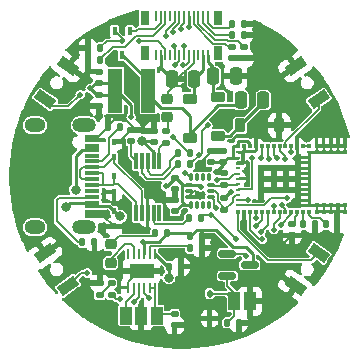
<source format=gbr>
%TF.GenerationSoftware,KiCad,Pcbnew,8.0.7*%
%TF.CreationDate,2025-01-11T23:39:27+09:00*%
%TF.ProjectId,epaper-smart-watch,65706170-6572-42d7-936d-6172742d7761,rev?*%
%TF.SameCoordinates,Original*%
%TF.FileFunction,Copper,L1,Top*%
%TF.FilePolarity,Positive*%
%FSLAX46Y46*%
G04 Gerber Fmt 4.6, Leading zero omitted, Abs format (unit mm)*
G04 Created by KiCad (PCBNEW 8.0.7) date 2025-01-11 23:39:27*
%MOMM*%
%LPD*%
G01*
G04 APERTURE LIST*
G04 Aperture macros list*
%AMRoundRect*
0 Rectangle with rounded corners*
0 $1 Rounding radius*
0 $2 $3 $4 $5 $6 $7 $8 $9 X,Y pos of 4 corners*
0 Add a 4 corners polygon primitive as box body*
4,1,4,$2,$3,$4,$5,$6,$7,$8,$9,$2,$3,0*
0 Add four circle primitives for the rounded corners*
1,1,$1+$1,$2,$3*
1,1,$1+$1,$4,$5*
1,1,$1+$1,$6,$7*
1,1,$1+$1,$8,$9*
0 Add four rect primitives between the rounded corners*
20,1,$1+$1,$2,$3,$4,$5,0*
20,1,$1+$1,$4,$5,$6,$7,0*
20,1,$1+$1,$6,$7,$8,$9,0*
20,1,$1+$1,$8,$9,$2,$3,0*%
%AMRotRect*
0 Rectangle, with rotation*
0 The origin of the aperture is its center*
0 $1 length*
0 $2 width*
0 $3 Rotation angle, in degrees counterclockwise*
0 Add horizontal line*
21,1,$1,$2,0,0,$3*%
G04 Aperture macros list end*
%TA.AperFunction,SMDPad,CuDef*%
%ADD10R,0.400000X0.480000*%
%TD*%
%TA.AperFunction,SMDPad,CuDef*%
%ADD11RoundRect,0.140000X-0.140000X-0.170000X0.140000X-0.170000X0.140000X0.170000X-0.140000X0.170000X0*%
%TD*%
%TA.AperFunction,ComponentPad*%
%ADD12O,2.000000X1.200000*%
%TD*%
%TA.AperFunction,ComponentPad*%
%ADD13O,1.800000X1.200000*%
%TD*%
%TA.AperFunction,SMDPad,CuDef*%
%ADD14R,1.300000X0.300000*%
%TD*%
%TA.AperFunction,SMDPad,CuDef*%
%ADD15RoundRect,0.150000X-0.587500X-0.150000X0.587500X-0.150000X0.587500X0.150000X-0.587500X0.150000X0*%
%TD*%
%TA.AperFunction,SMDPad,CuDef*%
%ADD16R,1.200000X3.700000*%
%TD*%
%TA.AperFunction,SMDPad,CuDef*%
%ADD17R,0.700000X1.200000*%
%TD*%
%TA.AperFunction,SMDPad,CuDef*%
%ADD18R,0.230000X0.920000*%
%TD*%
%TA.AperFunction,SMDPad,CuDef*%
%ADD19RoundRect,0.250000X-0.250000X-0.475000X0.250000X-0.475000X0.250000X0.475000X-0.250000X0.475000X0*%
%TD*%
%TA.AperFunction,SMDPad,CuDef*%
%ADD20RoundRect,0.135000X-0.185000X0.135000X-0.185000X-0.135000X0.185000X-0.135000X0.185000X0.135000X0*%
%TD*%
%TA.AperFunction,SMDPad,CuDef*%
%ADD21RoundRect,0.135000X0.185000X-0.135000X0.185000X0.135000X-0.185000X0.135000X-0.185000X-0.135000X0*%
%TD*%
%TA.AperFunction,SMDPad,CuDef*%
%ADD22RoundRect,0.140000X0.170000X-0.140000X0.170000X0.140000X-0.170000X0.140000X-0.170000X-0.140000X0*%
%TD*%
%TA.AperFunction,SMDPad,CuDef*%
%ADD23RoundRect,0.140000X-0.170000X0.140000X-0.170000X-0.140000X0.170000X-0.140000X0.170000X0.140000X0*%
%TD*%
%TA.AperFunction,SMDPad,CuDef*%
%ADD24RoundRect,0.135000X-0.135000X-0.185000X0.135000X-0.185000X0.135000X0.185000X-0.135000X0.185000X0*%
%TD*%
%TA.AperFunction,SMDPad,CuDef*%
%ADD25RoundRect,0.218750X0.256250X-0.218750X0.256250X0.218750X-0.256250X0.218750X-0.256250X-0.218750X0*%
%TD*%
%TA.AperFunction,SMDPad,CuDef*%
%ADD26RoundRect,0.225000X0.225000X0.375000X-0.225000X0.375000X-0.225000X-0.375000X0.225000X-0.375000X0*%
%TD*%
%TA.AperFunction,SMDPad,CuDef*%
%ADD27R,0.300000X1.400000*%
%TD*%
%TA.AperFunction,SMDPad,CuDef*%
%ADD28R,1.000000X1.500000*%
%TD*%
%TA.AperFunction,SMDPad,CuDef*%
%ADD29RoundRect,0.140000X0.140000X0.170000X-0.140000X0.170000X-0.140000X-0.170000X0.140000X-0.170000X0*%
%TD*%
%TA.AperFunction,SMDPad,CuDef*%
%ADD30RoundRect,0.135000X0.135000X0.185000X-0.135000X0.185000X-0.135000X-0.185000X0.135000X-0.185000X0*%
%TD*%
%TA.AperFunction,SMDPad,CuDef*%
%ADD31R,0.450000X0.700000*%
%TD*%
%TA.AperFunction,SMDPad,CuDef*%
%ADD32RotRect,0.900000X1.700000X55.000000*%
%TD*%
%TA.AperFunction,SMDPad,CuDef*%
%ADD33RoundRect,0.218750X-0.256250X0.218750X-0.256250X-0.218750X0.256250X-0.218750X0.256250X0.218750X0*%
%TD*%
%TA.AperFunction,SMDPad,CuDef*%
%ADD34RotRect,0.900000X1.700000X125.000000*%
%TD*%
%TA.AperFunction,SMDPad,CuDef*%
%ADD35RoundRect,0.112500X-0.112500X0.187500X-0.112500X-0.187500X0.112500X-0.187500X0.112500X0.187500X0*%
%TD*%
%TA.AperFunction,SMDPad,CuDef*%
%ADD36RoundRect,0.225000X0.375000X-0.225000X0.375000X0.225000X-0.375000X0.225000X-0.375000X-0.225000X0*%
%TD*%
%TA.AperFunction,SMDPad,CuDef*%
%ADD37RoundRect,0.250000X0.250000X0.475000X-0.250000X0.475000X-0.250000X-0.475000X0.250000X-0.475000X0*%
%TD*%
%TA.AperFunction,SMDPad,CuDef*%
%ADD38RotRect,0.900000X1.700000X305.000000*%
%TD*%
%TA.AperFunction,SMDPad,CuDef*%
%ADD39RoundRect,0.225000X-0.375000X0.225000X-0.375000X-0.225000X0.375000X-0.225000X0.375000X0.225000X0*%
%TD*%
%TA.AperFunction,SMDPad,CuDef*%
%ADD40RotRect,0.900000X1.700000X235.000000*%
%TD*%
%TA.AperFunction,SMDPad,CuDef*%
%ADD41R,0.350000X0.350000*%
%TD*%
%TA.AperFunction,SMDPad,CuDef*%
%ADD42R,0.300000X0.350000*%
%TD*%
%TA.AperFunction,SMDPad,CuDef*%
%ADD43R,0.350000X0.250000*%
%TD*%
%TA.AperFunction,SMDPad,CuDef*%
%ADD44R,0.300000X0.300000*%
%TD*%
%TA.AperFunction,SMDPad,CuDef*%
%ADD45R,0.600000X0.600000*%
%TD*%
%TA.AperFunction,SMDPad,CuDef*%
%ADD46RoundRect,0.087500X-0.087500X0.225000X-0.087500X-0.225000X0.087500X-0.225000X0.087500X0.225000X0*%
%TD*%
%TA.AperFunction,SMDPad,CuDef*%
%ADD47RoundRect,0.087500X-0.225000X0.087500X-0.225000X-0.087500X0.225000X-0.087500X0.225000X0.087500X0*%
%TD*%
%TA.AperFunction,SMDPad,CuDef*%
%ADD48R,0.250000X0.900000*%
%TD*%
%TA.AperFunction,SMDPad,CuDef*%
%ADD49R,2.120000X1.310000*%
%TD*%
%TA.AperFunction,ViaPad*%
%ADD50C,0.500000*%
%TD*%
%TA.AperFunction,ViaPad*%
%ADD51C,0.800000*%
%TD*%
%TA.AperFunction,Conductor*%
%ADD52C,0.230000*%
%TD*%
%TA.AperFunction,Conductor*%
%ADD53C,0.150000*%
%TD*%
G04 APERTURE END LIST*
D10*
%TO.P,D1,1*%
%TO.N,GND*%
X138049000Y-93091000D03*
%TO.P,D1,2*%
%TO.N,/D-*%
X138049000Y-94411000D03*
%TD*%
D11*
%TO.P,C21,1*%
%TO.N,Net-(U2-PB2)*%
X156000000Y-100070000D03*
%TO.P,C21,2*%
%TO.N,GND*%
X156960000Y-100070000D03*
%TD*%
D12*
%TO.P,P1,1*%
%TO.N,N/C*%
X135551000Y-91680000D03*
%TO.P,P1,2*%
X135551000Y-100320000D03*
D13*
%TO.P,P1,3*%
X131371000Y-91680000D03*
%TO.P,P1,4*%
X131371000Y-100320000D03*
D14*
%TO.P,P1,A1,GND*%
%TO.N,GND*%
X136201000Y-92650000D03*
%TO.P,P1,A4,VBUS*%
%TO.N,/VBUS*%
X136201000Y-93450000D03*
%TO.P,P1,A5,CC1*%
%TO.N,Net-(P1-CC1)*%
X136201000Y-94750000D03*
%TO.P,P1,A6,D+*%
%TO.N,/D+*%
X136201000Y-95750000D03*
%TO.P,P1,A7,D-*%
%TO.N,/D-*%
X136201000Y-96250000D03*
%TO.P,P1,A8,SBU1*%
%TO.N,unconnected-(P1-SBU1-PadA8)*%
X136201000Y-97250000D03*
%TO.P,P1,A9,VBUS*%
%TO.N,/VBUS*%
X136201000Y-98550000D03*
%TO.P,P1,A12,GND*%
%TO.N,GND*%
X136201000Y-99350000D03*
%TO.P,P1,B1,GND*%
X136201000Y-99050000D03*
%TO.P,P1,B4,VBUS*%
%TO.N,/VBUS*%
X136201000Y-98250000D03*
%TO.P,P1,B5,CC2*%
%TO.N,Net-(P1-CC2)*%
X136201000Y-97750000D03*
%TO.P,P1,B6,D+*%
%TO.N,/D+*%
X136201000Y-96750000D03*
%TO.P,P1,B7,D-*%
%TO.N,/D-*%
X136201000Y-95250000D03*
%TO.P,P1,B8,SBU2*%
%TO.N,unconnected-(P1-SBU2-PadB8)*%
X136201000Y-94250000D03*
%TO.P,P1,B9,VBUS*%
%TO.N,/VBUS*%
X136201000Y-93750000D03*
%TO.P,P1,B12,GND*%
%TO.N,GND*%
X136201000Y-92950000D03*
%TD*%
D15*
%TO.P,Q1,1,B*%
%TO.N,/VIB*%
X147662500Y-102555000D03*
%TO.P,Q1,2,E*%
%TO.N,Net-(D9-K)*%
X147662500Y-104455000D03*
%TO.P,Q1,3,C*%
%TO.N,/EPD_VDD*%
X149537500Y-103505000D03*
%TD*%
D16*
%TO.P,L1,1,1*%
%TO.N,/EPD_VDD*%
X138170000Y-88750000D03*
%TO.P,L1,2,2*%
%TO.N,Net-(D7-A)*%
X140970000Y-88750000D03*
%TD*%
D17*
%TO.P,J1,*%
%TO.N,*%
X140700000Y-82600000D03*
X140700000Y-85600000D03*
X146900000Y-82600000D03*
X146900000Y-85600000D03*
D18*
%TO.P,J1,1,Pin_1*%
%TO.N,/VCOM*%
X146000000Y-82460000D03*
%TO.P,J1,2,Pin_2*%
%TO.N,/VGL*%
X146000000Y-85740000D03*
%TO.P,J1,3,Pin_3*%
%TO.N,Net-(J1-Pin_3)*%
X145600000Y-82460000D03*
%TO.P,J1,4,Pin_4*%
%TO.N,/VGH*%
X145600000Y-85740000D03*
%TO.P,J1,5,Pin_5*%
%TO.N,Net-(J1-Pin_5)*%
X145200000Y-82460000D03*
%TO.P,J1,6,Pin_6*%
%TO.N,unconnected-(J1-Pin_6-Pad6)*%
X145200000Y-85740000D03*
%TO.P,J1,7,Pin_7*%
%TO.N,Net-(J1-Pin_7)*%
X144800000Y-82460000D03*
%TO.P,J1,8,Pin_8*%
%TO.N,GND*%
X144800000Y-85740000D03*
%TO.P,J1,9,Pin_9*%
%TO.N,/EPD_VDD*%
X144400000Y-82460000D03*
%TO.P,J1,10,Pin_10*%
%TO.N,/EPD_MOSI*%
X144400000Y-85740000D03*
%TO.P,J1,11,Pin_11*%
%TO.N,/EPD_SPICL*%
X144000000Y-82460000D03*
%TO.P,J1,12,Pin_12*%
%TO.N,/CSB*%
X144000000Y-85740000D03*
%TO.P,J1,13,Pin_13*%
%TO.N,/DC*%
X143600000Y-82460000D03*
%TO.P,J1,14,Pin_14*%
%TO.N,/RST_N*%
X143600000Y-85740000D03*
%TO.P,J1,15,Pin_15*%
%TO.N,/BUSY*%
X143200000Y-82460000D03*
%TO.P,J1,16,Pin_16*%
%TO.N,Net-(J1-Pin_16)*%
X143200000Y-85740000D03*
%TO.P,J1,17,Pin_17*%
%TO.N,unconnected-(J1-Pin_17-Pad17)*%
X142800000Y-82460000D03*
%TO.P,J1,18,Pin_18*%
%TO.N,unconnected-(J1-Pin_18-Pad18)*%
X142800000Y-85740000D03*
%TO.P,J1,19,Pin_19*%
%TO.N,Net-(J1-Pin_19)*%
X142400000Y-82460000D03*
%TO.P,J1,20,Pin_20*%
%TO.N,/RESR*%
X142400000Y-85740000D03*
%TO.P,J1,21,Pin_21*%
%TO.N,/GDR*%
X142000000Y-82460000D03*
%TO.P,J1,22,Pin_22*%
%TO.N,GND*%
X142000000Y-85740000D03*
%TO.P,J1,23,Pin_23*%
%TO.N,/FL+*%
X141600000Y-82460000D03*
%TO.P,J1,24,Pin_24*%
%TO.N,/FL-*%
X141600000Y-85740000D03*
%TD*%
D11*
%TO.P,C4,1*%
%TO.N,/VCOM*%
X148070000Y-83100000D03*
%TO.P,C4,2*%
%TO.N,GND*%
X149030000Y-83100000D03*
%TD*%
D19*
%TO.P,C11,1*%
%TO.N,Net-(D7-A)*%
X148800000Y-89550000D03*
%TO.P,C11,2*%
%TO.N,Net-(D5-A)*%
X150700000Y-89550000D03*
%TD*%
D10*
%TO.P,D4,1*%
%TO.N,GND*%
X138049000Y-100253000D03*
%TO.P,D4,2*%
%TO.N,/VBUS*%
X138049000Y-98933000D03*
%TD*%
D20*
%TO.P,R2,1*%
%TO.N,/EPD_VDD*%
X147410000Y-97830000D03*
%TO.P,R2,2*%
%TO.N,/Accel_SCL*%
X147410000Y-98850000D03*
%TD*%
D21*
%TO.P,R1,1*%
%TO.N,Net-(PS1-ISET)*%
X137860000Y-106070000D03*
%TO.P,R1,2*%
%TO.N,Net-(R1-Pad2)*%
X137860000Y-105050000D03*
%TD*%
D22*
%TO.P,C15,1*%
%TO.N,/VBUS*%
X141470000Y-93140000D03*
%TO.P,C15,2*%
%TO.N,GND*%
X141470000Y-92180000D03*
%TD*%
D11*
%TO.P,C14,1*%
%TO.N,/EPD_VDD*%
X144520000Y-101100000D03*
%TO.P,C14,2*%
%TO.N,GND*%
X145480000Y-101100000D03*
%TD*%
D23*
%TO.P,C25,1*%
%TO.N,/EPD_VDD*%
X143225000Y-96120000D03*
%TO.P,C25,2*%
%TO.N,GND*%
X143225000Y-97080000D03*
%TD*%
%TO.P,C12,1*%
%TO.N,Net-(J3-Pin_1)*%
X143180000Y-107660000D03*
%TO.P,C12,2*%
%TO.N,GND*%
X143180000Y-108620000D03*
%TD*%
D22*
%TO.P,C16,1*%
%TO.N,/EPD_VDD*%
X146300000Y-94800000D03*
%TO.P,C16,2*%
%TO.N,GND*%
X146300000Y-93840000D03*
%TD*%
D11*
%TO.P,C13,1*%
%TO.N,/VBUS*%
X142740000Y-103650000D03*
%TO.P,C13,2*%
%TO.N,GND*%
X143700000Y-103650000D03*
%TD*%
D24*
%TO.P,R15,1*%
%TO.N,Net-(U1-TXD)*%
X143500000Y-94000000D03*
%TO.P,R15,2*%
%TO.N,Net-(JP1-A)*%
X144520000Y-94000000D03*
%TD*%
D25*
%TO.P,D2,1,K*%
%TO.N,/CHG*%
X137760000Y-103357500D03*
%TO.P,D2,2,A*%
%TO.N,Net-(D2-A)*%
X137760000Y-101782500D03*
%TD*%
D26*
%TO.P,D5,1,K*%
%TO.N,GND*%
X152050000Y-91700000D03*
%TO.P,D5,2,A*%
%TO.N,Net-(D5-A)*%
X148750000Y-91700000D03*
%TD*%
D27*
%TO.P,U1,1,UD+*%
%TO.N,/D+*%
X139900000Y-99100000D03*
%TO.P,U1,2,UD-*%
%TO.N,/D-*%
X140400000Y-99100000D03*
%TO.P,U1,3,GND*%
%TO.N,GND*%
X140900000Y-99100000D03*
%TO.P,U1,4,~{RTS}*%
%TO.N,Net-(U1-~{RTS})*%
X141400000Y-99100000D03*
%TO.P,U1,5,~{CTS}*%
%TO.N,unconnected-(U1-~{CTS}-Pad5)*%
X141900000Y-99100000D03*
%TO.P,U1,6,TNOW*%
%TO.N,Net-(U1-TNOW)*%
X141900000Y-94700000D03*
%TO.P,U1,7,VCC*%
%TO.N,/VBUS*%
X141400000Y-94700000D03*
%TO.P,U1,8,TXD*%
%TO.N,Net-(U1-TXD)*%
X140900000Y-94700000D03*
%TO.P,U1,9,RXD*%
%TO.N,Net-(U1-RXD)*%
X140400000Y-94700000D03*
%TO.P,U1,10,V3*%
%TO.N,Net-(U1-V3)*%
X139900000Y-94700000D03*
%TD*%
D21*
%TO.P,R9,1*%
%TO.N,Net-(R1-Pad2)*%
X136850000Y-106080000D03*
%TO.P,R9,2*%
%TO.N,GND*%
X136850000Y-105060000D03*
%TD*%
D28*
%TO.P,J3,1,Pin_1*%
%TO.N,Net-(J3-Pin_1)*%
X141665000Y-107800000D03*
%TO.P,J3,2,Pin_2*%
%TO.N,GND*%
X140365000Y-107800000D03*
%TO.P,J3,3,Pin_3*%
%TO.N,Net-(J3-Pin_3)*%
X139065000Y-107800000D03*
%TD*%
D29*
%TO.P,C8,1*%
%TO.N,Net-(J1-Pin_19)*%
X136830000Y-86150000D03*
%TO.P,C8,2*%
%TO.N,GND*%
X135870000Y-86150000D03*
%TD*%
D23*
%TO.P,C19,1*%
%TO.N,Net-(U2-PB1)*%
X153130000Y-100060000D03*
%TO.P,C19,2*%
%TO.N,GND*%
X153130000Y-101020000D03*
%TD*%
%TO.P,C2,1*%
%TO.N,/EPD_VDD*%
X136800000Y-89120000D03*
%TO.P,C2,2*%
%TO.N,GND*%
X136800000Y-90080000D03*
%TD*%
D11*
%TO.P,C22,1*%
%TO.N,Net-(PS1-SYS)*%
X144520000Y-102100000D03*
%TO.P,C22,2*%
%TO.N,GND*%
X145480000Y-102100000D03*
%TD*%
D30*
%TO.P,R3,1*%
%TO.N,GND*%
X136400000Y-101580000D03*
%TO.P,R3,2*%
%TO.N,Net-(P1-CC2)*%
X135380000Y-101580000D03*
%TD*%
D11*
%TO.P,C20,1*%
%TO.N,Net-(U2-PB0)*%
X154090000Y-100080000D03*
%TO.P,C20,2*%
%TO.N,GND*%
X155050000Y-100080000D03*
%TD*%
D31*
%TO.P,Q3,1,G*%
%TO.N,/GDR*%
X139400000Y-83720000D03*
%TO.P,Q3,2,S*%
%TO.N,/RESR*%
X138100000Y-83720000D03*
%TO.P,Q3,3,D*%
%TO.N,Net-(D7-A)*%
X138750000Y-85720000D03*
%TD*%
D21*
%TO.P,R14,1*%
%TO.N,Net-(U1-TNOW)*%
X142460000Y-93190000D03*
%TO.P,R14,2*%
%TO.N,Net-(D6-A)*%
X142460000Y-92170000D03*
%TD*%
D32*
%TO.P,SW1,1*%
%TO.N,/BTN_1*%
X132224920Y-89492558D03*
%TO.P,SW1,2*%
%TO.N,GND*%
X134175080Y-86707442D03*
%TD*%
D33*
%TO.P,D6,1,K*%
%TO.N,GND*%
X142560000Y-89442500D03*
%TO.P,D6,2,A*%
%TO.N,Net-(D6-A)*%
X142560000Y-91017500D03*
%TD*%
D24*
%TO.P,R4,1*%
%TO.N,GND*%
X137537000Y-91821000D03*
%TO.P,R4,2*%
%TO.N,Net-(P1-CC1)*%
X138557000Y-91821000D03*
%TD*%
D22*
%TO.P,C1,1*%
%TO.N,/EPD_VDD*%
X136800000Y-88100000D03*
%TO.P,C1,2*%
%TO.N,GND*%
X136800000Y-87140000D03*
%TD*%
D34*
%TO.P,SW4,1*%
%TO.N,/BTN_4*%
X134175080Y-105292558D03*
%TO.P,SW4,2*%
%TO.N,GND*%
X132224920Y-102507442D03*
%TD*%
D24*
%TO.P,R16,1*%
%TO.N,Net-(U1-RXD)*%
X143480000Y-95000000D03*
%TO.P,R16,2*%
%TO.N,Net-(JP1-B)*%
X144500000Y-95000000D03*
%TD*%
D10*
%TO.P,D3,1*%
%TO.N,GND*%
X138049000Y-97332000D03*
%TO.P,D3,2*%
%TO.N,/D+*%
X138049000Y-96012000D03*
%TD*%
D22*
%TO.P,C9,1*%
%TO.N,/EPD_VDD*%
X147300000Y-94800000D03*
%TO.P,C9,2*%
%TO.N,GND*%
X147300000Y-93840000D03*
%TD*%
D35*
%TO.P,D9,1,K*%
%TO.N,Net-(D9-K)*%
X146150000Y-105942500D03*
%TO.P,D9,2,A*%
%TO.N,GND*%
X146150000Y-108042500D03*
%TD*%
D36*
%TO.P,D8,1,K*%
%TO.N,Net-(D5-A)*%
X146850000Y-92600000D03*
%TO.P,D8,2,A*%
%TO.N,/VGL*%
X146850000Y-89300000D03*
%TD*%
D37*
%TO.P,C3,1*%
%TO.N,/VGH*%
X144860000Y-87770000D03*
%TO.P,C3,2*%
%TO.N,GND*%
X142960000Y-87770000D03*
%TD*%
D28*
%TO.P,M1,1,+*%
%TO.N,Net-(D9-K)*%
X148250000Y-106600000D03*
%TO.P,M1,2,-*%
%TO.N,GND*%
X149550000Y-106600000D03*
%TD*%
D38*
%TO.P,SW2,1*%
%TO.N,GND*%
X153424920Y-86707442D03*
%TO.P,SW2,2*%
%TO.N,/BTN_2*%
X155375080Y-89492558D03*
%TD*%
D22*
%TO.P,C24,1*%
%TO.N,/EPD_VDD*%
X143225000Y-98960000D03*
%TO.P,C24,2*%
%TO.N,GND*%
X143225000Y-98000000D03*
%TD*%
D23*
%TO.P,C7,1*%
%TO.N,Net-(J1-Pin_7)*%
X148082000Y-85070000D03*
%TO.P,C7,2*%
%TO.N,GND*%
X148082000Y-86030000D03*
%TD*%
D11*
%TO.P,C23,1*%
%TO.N,Net-(D9-K)*%
X147660000Y-108400000D03*
%TO.P,C23,2*%
%TO.N,GND*%
X148620000Y-108400000D03*
%TD*%
D24*
%TO.P,R6,1*%
%TO.N,GND*%
X135830000Y-85150000D03*
%TO.P,R6,2*%
%TO.N,/RESR*%
X136850000Y-85150000D03*
%TD*%
D11*
%TO.P,C18,1*%
%TO.N,Net-(U1-~{RTS})*%
X144420000Y-99500000D03*
%TO.P,C18,2*%
%TO.N,/NRST*%
X145380000Y-99500000D03*
%TD*%
D39*
%TO.P,D7,1,K*%
%TO.N,/VGH*%
X144450000Y-89480000D03*
%TO.P,D7,2,A*%
%TO.N,Net-(D7-A)*%
X144450000Y-92780000D03*
%TD*%
D20*
%TO.P,R7,1*%
%TO.N,/EPD_VDD*%
X147406019Y-95750666D03*
%TO.P,R7,2*%
%TO.N,/Accel_SDA*%
X147406019Y-96770666D03*
%TD*%
D23*
%TO.P,C6,1*%
%TO.N,Net-(J1-Pin_5)*%
X149100000Y-85070000D03*
%TO.P,C6,2*%
%TO.N,GND*%
X149100000Y-86030000D03*
%TD*%
D19*
%TO.P,C10,1*%
%TO.N,/VGL*%
X146450000Y-87550000D03*
%TO.P,C10,2*%
%TO.N,GND*%
X148350000Y-87550000D03*
%TD*%
D11*
%TO.P,C5,1*%
%TO.N,Net-(J1-Pin_3)*%
X148080000Y-84030000D03*
%TO.P,C5,2*%
%TO.N,GND*%
X149040000Y-84030000D03*
%TD*%
D40*
%TO.P,SW3,1*%
%TO.N,/BTN_3*%
X155375080Y-102507442D03*
%TO.P,SW3,2*%
%TO.N,GND*%
X153424920Y-105292558D03*
%TD*%
D41*
%TO.P,U2,1,VSS*%
%TO.N,GND*%
X157610000Y-93460000D03*
D42*
%TO.P,U2,2,VSS*%
X157010000Y-93460000D03*
%TO.P,U2,3,VSS*%
X156410000Y-93460000D03*
%TO.P,U2,4,VSS*%
X155810000Y-93460000D03*
%TO.P,U2,5,VSSRF*%
X155210000Y-93460000D03*
%TO.P,U2,6,ANT_IN*%
%TO.N,Net-(U2-ANT_IN)*%
X154600000Y-93460000D03*
%TO.P,U2,7,ANT_OUT*%
X154070000Y-93460000D03*
%TO.P,U2,8,VSSRF*%
%TO.N,GND*%
X153570000Y-93460000D03*
%TO.P,U2,9,PA4*%
%TO.N,/BTN_1*%
X153070000Y-93460000D03*
%TO.P,U2,10,PA8*%
%TO.N,/BTN_2*%
X152570000Y-93460000D03*
%TO.P,U2,11,PA1*%
%TO.N,/EPD_SPICL*%
X152070000Y-93460000D03*
%TO.P,U2,12,PA6*%
%TO.N,/DC*%
X151570000Y-93460000D03*
%TO.P,U2,13,PA2*%
%TO.N,/BUSY*%
X151060000Y-93460000D03*
%TO.P,U2,14,PB8*%
%TO.N,/CSB*%
X150560000Y-93460000D03*
%TO.P,U2,15,VSS*%
%TO.N,GND*%
X150060000Y-93460000D03*
%TO.P,U2,16,VDDA*%
%TO.N,/EPD_VDD*%
X149560000Y-93460000D03*
%TO.P,U2,17,VSS*%
%TO.N,GND*%
X149060000Y-93460000D03*
D41*
%TO.P,U2,18,VBAT*%
%TO.N,/EPD_VDD*%
X148530000Y-93460000D03*
D43*
%TO.P,U2,19,VSS*%
%TO.N,GND*%
X148530000Y-93980000D03*
%TO.P,U2,20,VDDSMPS*%
%TO.N,/EPD_VDD*%
X148530000Y-94430000D03*
%TO.P,U2,21,VSSSMPS*%
%TO.N,GND*%
X148530000Y-94880000D03*
%TO.P,U2,22,BOOT0*%
%TO.N,unconnected-(U2-BOOT0-Pad22)*%
X148530000Y-95330000D03*
%TO.P,U2,23,NRST*%
%TO.N,/NRST*%
X148530000Y-95780000D03*
%TO.P,U2,24,VSS*%
%TO.N,GND*%
X148530000Y-96230000D03*
%TO.P,U2,25,PB7*%
%TO.N,/Accel_SDA*%
X148530000Y-96680000D03*
%TO.P,U2,26,PB5*%
%TO.N,/EPD_MOSI*%
X148530000Y-97130000D03*
%TO.P,U2,27,PB6*%
%TO.N,/Accel_SCL*%
X148530000Y-97580000D03*
%TO.P,U2,28,PA3*%
%TO.N,/BATMS*%
X148530000Y-98030000D03*
%TO.P,U2,29,PA7*%
%TO.N,/RST_N*%
X148530000Y-98480000D03*
D41*
%TO.P,U2,30,PA12*%
%TO.N,/BTN_3*%
X148530000Y-99000000D03*
D42*
%TO.P,U2,31,VSS*%
%TO.N,GND*%
X149060000Y-99000000D03*
%TO.P,U2,32,PA11*%
%TO.N,/VIB*%
X149560000Y-99000000D03*
%TO.P,U2,33,PB4*%
%TO.N,/Accel_INT1*%
X150060000Y-99000000D03*
%TO.P,U2,34,PA14*%
%TO.N,/SWDCLK*%
X150560000Y-99000000D03*
%TO.P,U2,35,PA13*%
%TO.N,/SWDIO*%
X151060000Y-99000000D03*
%TO.P,U2,36,PA10*%
%TO.N,/RXD*%
X151570000Y-99000000D03*
%TO.P,U2,37,PA0*%
%TO.N,/BTN_4*%
X152070000Y-99000000D03*
%TO.P,U2,38,PA9*%
%TO.N,/TXD*%
X152570000Y-99000000D03*
%TO.P,U2,39,PA5*%
%TO.N,/Accel_CS*%
X153070000Y-99000000D03*
%TO.P,U2,40,PB1*%
%TO.N,Net-(U2-PB1)*%
X153570000Y-99000000D03*
%TO.P,U2,41,PB0*%
%TO.N,Net-(U2-PB0)*%
X154070000Y-99000000D03*
%TO.P,U2,42,PB2*%
%TO.N,Net-(U2-PB2)*%
X154600000Y-99000000D03*
%TO.P,U2,43,VSS*%
%TO.N,GND*%
X155210000Y-99000000D03*
%TO.P,U2,44,VSS*%
X155810000Y-99000000D03*
%TO.P,U2,45,VSS*%
X156410000Y-99000000D03*
%TO.P,U2,46,VSS*%
X157010000Y-99000000D03*
%TO.P,U2,47,VSS*%
X157610000Y-99000000D03*
D44*
%TO.P,U2,48,VSS*%
X157610000Y-98480000D03*
%TO.P,U2,49,VSS*%
X157010000Y-98480000D03*
%TO.P,U2,50,VSS*%
X156410000Y-98480000D03*
%TO.P,U2,51,VSS*%
X155810000Y-98480000D03*
%TO.P,U2,52,VSS*%
X155210000Y-98480000D03*
D43*
%TO.P,U2,53,VSS*%
X154600000Y-98480000D03*
%TO.P,U2,54,VSS*%
X154600000Y-98030000D03*
%TO.P,U2,55,VSS*%
X154600000Y-97580000D03*
%TO.P,U2,56,VSS*%
X154600000Y-97130000D03*
%TO.P,U2,57,VSS*%
X154600000Y-96680000D03*
%TO.P,U2,58,VSS*%
X154600000Y-96230000D03*
%TO.P,U2,59,VSS*%
X154600000Y-95780000D03*
%TO.P,U2,60,VSS*%
X154600000Y-95330000D03*
%TO.P,U2,61,VSS*%
X154600000Y-94880000D03*
%TO.P,U2,62,VSS*%
X154600000Y-94430000D03*
%TO.P,U2,63,VSS*%
X154600000Y-93980000D03*
D44*
%TO.P,U2,64,VSS*%
X155210000Y-93980000D03*
%TO.P,U2,65,VSS*%
X155810000Y-93980000D03*
%TO.P,U2,66,VSS*%
X156410000Y-93980000D03*
%TO.P,U2,67,VSS*%
X157010000Y-93980000D03*
%TO.P,U2,68,VSS*%
X157610000Y-93980000D03*
D45*
%TO.P,U2,69,VSS*%
X152620000Y-95280000D03*
%TO.P,U2,70,VSS*%
X151570000Y-95280000D03*
%TO.P,U2,71,VSS*%
X150520000Y-95280000D03*
%TO.P,U2,72,VSS*%
X150520000Y-96230000D03*
%TO.P,U2,73,VSS*%
X151570000Y-96230000D03*
%TO.P,U2,74,VSS*%
X152620000Y-96230000D03*
%TO.P,U2,75,VSS*%
X152620000Y-97180000D03*
%TO.P,U2,76,VSS*%
X151570000Y-97180000D03*
%TO.P,U2,77,VSS*%
X150520000Y-97180000D03*
%TD*%
D30*
%TO.P,R5,1*%
%TO.N,/EPD_VDD*%
X142560000Y-100800000D03*
%TO.P,R5,2*%
%TO.N,Net-(D2-A)*%
X141540000Y-100800000D03*
%TD*%
D22*
%TO.P,C17,1*%
%TO.N,Net-(U1-V3)*%
X139500000Y-93020000D03*
%TO.P,C17,2*%
%TO.N,GND*%
X139500000Y-92060000D03*
%TD*%
D46*
%TO.P,U3,1,SDO/SA0*%
%TO.N,unconnected-(U3-SDO{slash}SA0-Pad1)*%
X146070000Y-96097500D03*
%TO.P,U3,2,SDX*%
%TO.N,unconnected-(U3-SDX-Pad2)*%
X145570000Y-96097500D03*
%TO.P,U3,3,SCX*%
%TO.N,unconnected-(U3-SCX-Pad3)*%
X145070000Y-96097500D03*
%TO.P,U3,4,INT1*%
%TO.N,/Accel_INT1*%
X144570000Y-96097500D03*
D47*
%TO.P,U3,5,VDDIO*%
%TO.N,/EPD_VDD*%
X144407500Y-96760000D03*
%TO.P,U3,6,GND*%
%TO.N,GND*%
X144407500Y-97260000D03*
%TO.P,U3,7,GND*%
X144407500Y-97760000D03*
D46*
%TO.P,U3,8,VDD*%
%TO.N,/EPD_VDD*%
X144570000Y-98422500D03*
%TO.P,U3,9,INT2*%
%TO.N,unconnected-(U3-INT2-Pad9)*%
X145070000Y-98422500D03*
%TO.P,U3,10,NC*%
%TO.N,unconnected-(U3-NC-Pad10)*%
X145570000Y-98422500D03*
%TO.P,U3,11,NC*%
%TO.N,unconnected-(U3-NC-Pad11)*%
X146070000Y-98422500D03*
D47*
%TO.P,U3,12,CS*%
%TO.N,/Accel_CS*%
X146232500Y-97760000D03*
%TO.P,U3,13,SCL*%
%TO.N,/Accel_SCL*%
X146232500Y-97260000D03*
%TO.P,U3,14,SDA*%
%TO.N,/Accel_SDA*%
X146232500Y-96760000D03*
%TD*%
D48*
%TO.P,PS1,1,IN*%
%TO.N,/VBUS*%
X141525000Y-102550000D03*
%TO.P,PS1,2,SYS*%
%TO.N,Net-(PS1-SYS)*%
X141075000Y-102550000D03*
%TO.P,PS1,3,LDO*%
%TO.N,/EPD_VDD*%
X140625000Y-102550000D03*
%TO.P,PS1,4,SD*%
%TO.N,/SD*%
X140175000Y-102550000D03*
%TO.P,PS1,5,CHG*%
%TO.N,/CHG*%
X139725000Y-102550000D03*
%TO.P,PS1,6,CEN*%
%TO.N,unconnected-(PS1-CEN-Pad6)*%
X139275000Y-102550000D03*
%TO.P,PS1,7,GND*%
%TO.N,GND*%
X139275000Y-105450000D03*
%TO.P,PS1,8,NTC*%
%TO.N,Net-(J3-Pin_3)*%
X139725000Y-105450000D03*
%TO.P,PS1,9,ISET*%
%TO.N,Net-(PS1-ISET)*%
X140175000Y-105450000D03*
%TO.P,PS1,10,BATMS*%
%TO.N,/BATMS*%
X140625000Y-105450000D03*
%TO.P,PS1,11,BATSNS*%
%TO.N,Net-(J3-Pin_1)*%
X141075000Y-105450000D03*
%TO.P,PS1,12,BAT*%
X141525000Y-105450000D03*
D49*
%TO.P,PS1,13,EP*%
%TO.N,GND*%
X140400000Y-104000000D03*
%TD*%
D50*
%TO.N,GND*%
X134750000Y-85450000D03*
X156500000Y-101300000D03*
X153700000Y-90700000D03*
X149277183Y-96650407D03*
X143900000Y-88370000D03*
X141900000Y-104000000D03*
X145450000Y-95080000D03*
X150300000Y-86000000D03*
X141300000Y-97000000D03*
X140670000Y-91380000D03*
X131390000Y-95560000D03*
X135800000Y-103140000D03*
X136900000Y-90800000D03*
X144650000Y-104800000D03*
X145160000Y-97500000D03*
X156700000Y-90500000D03*
X154300000Y-92600000D03*
D51*
%TO.N,/VBUS*%
X138600001Y-99399999D03*
X133950000Y-98650000D03*
X134800000Y-97151000D03*
X142699990Y-104600000D03*
X140447700Y-93002300D03*
D50*
%TO.N,/EPD_VDD*%
X145459897Y-96911210D03*
X146698823Y-95658541D03*
X140470000Y-101580000D03*
X144382487Y-83335777D03*
X139500000Y-91000000D03*
X142420000Y-96840000D03*
X136033821Y-88566183D03*
X147950000Y-97310000D03*
%TO.N,Net-(PS1-ISET)*%
X138600000Y-106400000D03*
X139780000Y-106640000D03*
%TO.N,/CSB*%
X150495725Y-94497477D03*
X144010000Y-84960000D03*
%TO.N,/DC*%
X143022574Y-83822781D03*
X151854094Y-94491921D03*
%TO.N,/RST_N*%
X152689703Y-97880000D03*
X143219998Y-86600002D03*
%TO.N,/BUSY*%
X142425001Y-84095001D03*
X151180000Y-94510000D03*
%TO.N,/RESR*%
X138760002Y-84580000D03*
X140174822Y-84574822D03*
%TO.N,/BATMS*%
X141010000Y-106300000D03*
X149370000Y-98005000D03*
%TO.N,/NRST*%
X148420000Y-101360000D03*
X146270000Y-99310000D03*
X146803864Y-96300000D03*
%TO.N,/SWDIO*%
X150484857Y-100715737D03*
%TO.N,/SWDCLK*%
X150045439Y-100236765D03*
%TO.N,/BTN_1*%
X153070000Y-93980000D03*
X135200000Y-89099990D03*
%TO.N,/BTN_4*%
X151570000Y-100530000D03*
X135800000Y-104200000D03*
%TO.N,Net-(JP1-A)*%
X143080000Y-92680000D03*
%TO.N,/TXD*%
X152239992Y-98410000D03*
%TO.N,Net-(JP1-B)*%
X146003805Y-91703805D03*
X145280000Y-94220000D03*
%TO.N,/RXD*%
X151570000Y-98500010D03*
%TO.N,/Accel_INT1*%
X150037434Y-99549007D03*
X144100000Y-95700004D03*
%TO.N,/EPD_MOSI*%
X149775380Y-94448885D03*
X143901008Y-86608992D03*
%TO.N,/EPD_SPICL*%
X152560000Y-94530000D03*
X143738845Y-83535723D03*
%TO.N,Net-(J1-Pin_16)*%
X143170028Y-84939986D03*
%TO.N,/VIB*%
X149255876Y-102785876D03*
X150598102Y-101355799D03*
%TO.N,/Accel_CS*%
X146670000Y-98680000D03*
X152190000Y-100120000D03*
%TD*%
D52*
%TO.N,GND*%
X148935000Y-94880000D02*
X148970000Y-94845000D01*
D53*
X144820000Y-97230000D02*
X144890000Y-97230000D01*
X149060000Y-100489449D02*
X150410551Y-101840000D01*
D52*
X150060000Y-93767035D02*
X150060000Y-93460000D01*
D53*
X157010000Y-93460000D02*
X157010000Y-93980000D01*
X148933000Y-94804000D02*
X148857000Y-94880000D01*
X148857000Y-94880000D02*
X148530000Y-94880000D01*
X149060000Y-93787000D02*
X149136000Y-93863000D01*
X143419264Y-87770000D02*
X142960000Y-87770000D01*
X149060000Y-93777000D02*
X149060000Y-93460000D01*
D52*
X142000000Y-85740000D02*
X142000000Y-86810000D01*
D53*
X138085000Y-91273000D02*
X139073000Y-91273000D01*
X137146000Y-99350000D02*
X138049000Y-100253000D01*
X152310000Y-101840000D02*
X153130000Y-101020000D01*
D52*
X148530000Y-94880000D02*
X148935000Y-94880000D01*
D53*
X149060000Y-99000000D02*
X149060000Y-100489449D01*
X157610000Y-98480000D02*
X157610000Y-99000000D01*
X154600000Y-98480000D02*
X157610000Y-98480000D01*
D52*
X142000000Y-86810000D02*
X142960000Y-87770000D01*
X149060000Y-93855000D02*
X149060000Y-93460000D01*
D53*
X150060000Y-93787000D02*
X150060000Y-93460000D01*
X149060000Y-93460000D02*
X149060000Y-93787000D01*
X139073000Y-91273000D02*
X139637000Y-91837000D01*
X157010000Y-98480000D02*
X157010000Y-99000000D01*
D52*
X149095000Y-93900000D02*
X149927035Y-93900000D01*
X148970000Y-94040000D02*
X148910000Y-93980000D01*
D53*
X149984000Y-93863000D02*
X150060000Y-93787000D01*
D52*
X149927035Y-93900000D02*
X150060000Y-93767035D01*
X148935000Y-93980000D02*
X149060000Y-93855000D01*
D53*
X155810000Y-99000000D02*
X155810000Y-98480000D01*
X143120000Y-88370000D02*
X142600000Y-88890000D01*
D52*
X149060000Y-93460000D02*
X149060000Y-93865000D01*
D53*
X154600000Y-98480000D02*
X154600000Y-93980000D01*
X157610000Y-99000000D02*
X155210000Y-99000000D01*
X150410551Y-101840000D02*
X152310000Y-101840000D01*
X136408000Y-92950000D02*
X137537000Y-91821000D01*
X155210000Y-98480000D02*
X155210000Y-99000000D01*
X157610000Y-93980000D02*
X154600000Y-93980000D01*
X155210000Y-93460000D02*
X155210000Y-93980000D01*
D52*
X149060000Y-93865000D02*
X149095000Y-93900000D01*
D53*
X148530000Y-93980000D02*
X148857000Y-93980000D01*
X155810000Y-93460000D02*
X155810000Y-93980000D01*
X139275000Y-104981009D02*
X140256009Y-104000000D01*
X148857000Y-93980000D02*
X149060000Y-93777000D01*
X148933000Y-94056000D02*
X148933000Y-94804000D01*
X144890000Y-97230000D02*
X145160000Y-97500000D01*
X144320000Y-97730000D02*
X144820000Y-97230000D01*
X142600000Y-88890000D02*
X142600000Y-89225000D01*
X156410000Y-93460000D02*
X156410000Y-93980000D01*
X157610000Y-93460000D02*
X155210000Y-93460000D01*
D52*
X148910000Y-93980000D02*
X148530000Y-93980000D01*
D53*
X148857000Y-93980000D02*
X148933000Y-94056000D01*
X137537000Y-91821000D02*
X138085000Y-91273000D01*
X144800000Y-86389264D02*
X143419264Y-87770000D01*
X139275000Y-105450000D02*
X139275000Y-104981009D01*
X145450000Y-94780000D02*
X145450000Y-95080000D01*
X156410000Y-98480000D02*
X156410000Y-99000000D01*
X146300000Y-93930000D02*
X145450000Y-94780000D01*
X138049000Y-93091000D02*
X138469000Y-93091000D01*
D52*
X148970000Y-94845000D02*
X148970000Y-94040000D01*
D53*
X148775000Y-108380000D02*
X148755000Y-108400000D01*
X138469000Y-93091000D02*
X139500000Y-92060000D01*
X136201000Y-99350000D02*
X137146000Y-99350000D01*
X144800000Y-85740000D02*
X144800000Y-86389264D01*
D52*
X148530000Y-93980000D02*
X148935000Y-93980000D01*
D53*
X143900000Y-88370000D02*
X143120000Y-88370000D01*
X157610000Y-93460000D02*
X157610000Y-93980000D01*
%TO.N,/D-*%
X138049000Y-94411000D02*
X137210000Y-95250000D01*
X135140000Y-95511000D02*
X135401000Y-95250000D01*
X136201000Y-96250000D02*
X135351000Y-96250000D01*
X135140000Y-96039000D02*
X135140000Y-95511000D01*
X135351000Y-96250000D02*
X135140000Y-96039000D01*
X137210000Y-95250000D02*
X136201000Y-95250000D01*
X138049000Y-94411000D02*
X138049000Y-94851000D01*
X135401000Y-95250000D02*
X136201000Y-95250000D01*
X138049000Y-94851000D02*
X140400000Y-97202000D01*
X140400000Y-97202000D02*
X140400000Y-99100000D01*
D52*
%TO.N,/VBUS*%
X134800000Y-94271000D02*
X134800000Y-97151000D01*
X141332300Y-93002300D02*
X140447700Y-93002300D01*
D53*
X133950000Y-98650000D02*
X134350000Y-98250000D01*
D52*
X135321000Y-93750000D02*
X134800000Y-94271000D01*
X135891000Y-98240000D02*
X136201000Y-98550000D01*
X134360000Y-98240000D02*
X135891000Y-98240000D01*
X133950000Y-98650000D02*
X134360000Y-98240000D01*
X136201000Y-98550000D02*
X137666000Y-98550000D01*
X142699990Y-104600000D02*
X142699990Y-103690010D01*
X138515999Y-99399999D02*
X138049000Y-98933000D01*
X136201000Y-93750000D02*
X135321000Y-93750000D01*
X137666000Y-98550000D02*
X138049000Y-98933000D01*
X140447700Y-93002300D02*
X141400000Y-93954600D01*
X142625000Y-103650000D02*
X141525000Y-102550000D01*
D53*
X142700000Y-103630000D02*
X142700000Y-104599990D01*
X142700000Y-104599990D02*
X142699990Y-104600000D01*
D52*
X141400000Y-93954600D02*
X141400000Y-94700000D01*
X138600001Y-99399999D02*
X138515999Y-99399999D01*
D53*
%TO.N,/D+*%
X138049000Y-96701000D02*
X138000000Y-96750000D01*
X137051000Y-96750000D02*
X136201000Y-96750000D01*
X137103000Y-96698000D02*
X137051000Y-96750000D01*
X138049000Y-96012000D02*
X138049000Y-96701000D01*
X136201000Y-96750000D02*
X138000000Y-96750000D01*
X137103000Y-95848000D02*
X137103000Y-96698000D01*
X137005000Y-95750000D02*
X137103000Y-95848000D01*
X138401000Y-96701000D02*
X139900000Y-98200000D01*
X138049000Y-96701000D02*
X138401000Y-96701000D01*
X139900000Y-98200000D02*
X139900000Y-99100000D01*
X136201000Y-95750000D02*
X137005000Y-95750000D01*
%TO.N,Net-(P1-CC2)*%
X133200000Y-98050000D02*
X133200000Y-99800000D01*
X133200000Y-99800000D02*
X134980000Y-101580000D01*
X134980000Y-101580000D02*
X135380000Y-101580000D01*
X133424000Y-97826000D02*
X133200000Y-98050000D01*
X136125000Y-97826000D02*
X133424000Y-97826000D01*
%TO.N,Net-(P1-CC1)*%
X136201000Y-94750000D02*
X137003000Y-94750000D01*
X137003000Y-94750000D02*
X137621000Y-94132000D01*
X137621000Y-92757000D02*
X138557000Y-91821000D01*
X137621000Y-94132000D02*
X137621000Y-92757000D01*
%TO.N,Net-(J1-Pin_5)*%
X146590000Y-84475000D02*
X145200000Y-83085000D01*
X148595000Y-84565000D02*
X147689264Y-84565000D01*
X147599264Y-84475000D02*
X146590000Y-84475000D01*
X145200000Y-83085000D02*
X145200000Y-82460000D01*
X149100000Y-85070000D02*
X148595000Y-84565000D01*
X147689264Y-84565000D02*
X147599264Y-84475000D01*
D52*
%TO.N,Net-(D5-A)*%
X147850000Y-92600000D02*
X148750000Y-91700000D01*
X146850000Y-92600000D02*
X147850000Y-92600000D01*
X150700000Y-89750000D02*
X148750000Y-91700000D01*
%TO.N,/VGH*%
X145600000Y-87030000D02*
X144860000Y-87770000D01*
X145600000Y-85740000D02*
X145600000Y-87030000D01*
X144860000Y-89070000D02*
X144450000Y-89480000D01*
X144860000Y-87770000D02*
X144860000Y-89070000D01*
%TO.N,Net-(D7-A)*%
X144450000Y-90900000D02*
X143790000Y-90240000D01*
X141150000Y-88150000D02*
X138750000Y-85750000D01*
X144450000Y-92780000D02*
X144450000Y-90900000D01*
X143790000Y-90240000D02*
X142010000Y-90240000D01*
X148335000Y-90015000D02*
X148800000Y-89550000D01*
X142010000Y-90240000D02*
X141000000Y-89230000D01*
X146885000Y-90015000D02*
X148335000Y-90015000D01*
X144450000Y-92450000D02*
X146885000Y-90015000D01*
%TO.N,/VGL*%
X146450000Y-87550000D02*
X146450000Y-88900000D01*
X146000000Y-86330000D02*
X146450000Y-86780000D01*
X146450000Y-86780000D02*
X146450000Y-87550000D01*
X146000000Y-85740000D02*
X146000000Y-86330000D01*
X146450000Y-88900000D02*
X146850000Y-89300000D01*
D53*
%TO.N,Net-(J3-Pin_3)*%
X139065000Y-106667000D02*
X139725000Y-106007000D01*
X139065000Y-107800000D02*
X139065000Y-106667000D01*
X139725000Y-106007000D02*
X139725000Y-105450000D01*
%TO.N,/VCOM*%
X147781569Y-83428000D02*
X146402486Y-83428000D01*
X146000000Y-83025514D02*
X146000000Y-82460000D01*
X146402486Y-83428000D02*
X146000000Y-83025514D01*
X148070000Y-83139569D02*
X147781569Y-83428000D01*
%TO.N,Net-(J1-Pin_3)*%
X146578528Y-84030000D02*
X145600000Y-83051472D01*
X148080000Y-84030000D02*
X146578528Y-84030000D01*
X145600000Y-83051472D02*
X145600000Y-82460000D01*
%TO.N,Net-(J1-Pin_7)*%
X147475000Y-84775000D02*
X146465736Y-84775000D01*
X148082000Y-85070000D02*
X147770000Y-85070000D01*
X144800000Y-83109264D02*
X144800000Y-82460000D01*
X146465736Y-84775000D02*
X144800000Y-83109264D01*
X147770000Y-85070000D02*
X147475000Y-84775000D01*
D52*
%TO.N,/EPD_VDD*%
X148530000Y-93055000D02*
X148565000Y-93020000D01*
D53*
X142580000Y-96840000D02*
X143300000Y-96120000D01*
X142420000Y-96840000D02*
X142580000Y-96840000D01*
D52*
X149200000Y-101990000D02*
X149830000Y-102620000D01*
X143910000Y-96730000D02*
X143300000Y-96120000D01*
X140470000Y-101580000D02*
X140625000Y-101735000D01*
X147670000Y-94430000D02*
X148530000Y-94430000D01*
X146698823Y-95658541D02*
X147300000Y-95057364D01*
X139500000Y-89975000D02*
X139500000Y-91000000D01*
X137925000Y-89100000D02*
X136920000Y-89100000D01*
X141825000Y-101535000D02*
X142560000Y-100800000D01*
D53*
X143860000Y-98400000D02*
X143300000Y-98960000D01*
D52*
X148530000Y-94430000D02*
X148125000Y-94430000D01*
X144080000Y-98400000D02*
X144500000Y-98400000D01*
X145278687Y-96730000D02*
X144320000Y-96730000D01*
X144520000Y-101100000D02*
X144220000Y-100800000D01*
X142420000Y-96840000D02*
X142505000Y-96840000D01*
X136587638Y-89120000D02*
X136033821Y-88566183D01*
X144320000Y-96730000D02*
X143840000Y-96730000D01*
X148090000Y-93495000D02*
X148125000Y-93460000D01*
X147300000Y-94800000D02*
X147670000Y-94430000D01*
X138275000Y-88750000D02*
X139500000Y-89975000D01*
X146698823Y-95658541D02*
X146790948Y-95750666D01*
D53*
X137905000Y-89120000D02*
X136587638Y-89120000D01*
D52*
X149560000Y-93255000D02*
X149560000Y-93460000D01*
X136900000Y-88100000D02*
X137625000Y-88100000D01*
X146790948Y-95750666D02*
X147406019Y-95750666D01*
X136900000Y-89120000D02*
X136587638Y-89120000D01*
X143840000Y-96730000D02*
X143805000Y-96765000D01*
X148125000Y-93460000D02*
X148530000Y-93460000D01*
X136900000Y-88100000D02*
X136500004Y-88100000D01*
X136500004Y-88100000D02*
X136033821Y-88566183D01*
X144399936Y-83318328D02*
X144382487Y-83335777D01*
X146684197Y-100525000D02*
X148149197Y-101990000D01*
D53*
X144500000Y-98400000D02*
X143860000Y-98400000D01*
D52*
X137625000Y-88100000D02*
X138275000Y-88750000D01*
X144320000Y-96730000D02*
X143910000Y-96730000D01*
X148149197Y-101990000D02*
X149200000Y-101990000D01*
X143805000Y-98125000D02*
X144080000Y-98400000D01*
X145459897Y-96911210D02*
X145278687Y-96730000D01*
X144220000Y-100800000D02*
X142560000Y-100800000D01*
X148090000Y-94395000D02*
X148090000Y-93495000D01*
X148565000Y-93020000D02*
X149325000Y-93020000D01*
X144520000Y-101100000D02*
X145095000Y-100525000D01*
X147950000Y-97310000D02*
X147890000Y-97310000D01*
X148125000Y-94430000D02*
X148090000Y-94395000D01*
X145095000Y-100525000D02*
X146684197Y-100525000D01*
X143805000Y-96765000D02*
X143805000Y-98125000D01*
X144399936Y-82460064D02*
X144399936Y-83318328D01*
X140625000Y-101735000D02*
X140625000Y-102550000D01*
X144500000Y-98400000D02*
X143785000Y-98400000D01*
X142505000Y-96840000D02*
X143225000Y-96120000D01*
X147300000Y-95057364D02*
X147300000Y-94800000D01*
X149325000Y-93020000D02*
X149560000Y-93255000D01*
X147300000Y-94800000D02*
X146300000Y-94800000D01*
X140470000Y-101580000D02*
X140515000Y-101535000D01*
X143785000Y-98400000D02*
X143225000Y-98960000D01*
X140515000Y-101535000D02*
X141825000Y-101535000D01*
X148530000Y-93460000D02*
X148530000Y-93055000D01*
X149830000Y-102620000D02*
X149830000Y-103212500D01*
X147890000Y-97310000D02*
X147500000Y-97700000D01*
X149830000Y-103212500D02*
X149537500Y-103505000D01*
D53*
%TO.N,/CHG*%
X137760000Y-103000000D02*
X139000000Y-101760000D01*
X139000000Y-101760000D02*
X139510000Y-101760000D01*
X139510000Y-101760000D02*
X139725000Y-101975000D01*
X139725000Y-101975000D02*
X139725000Y-102550000D01*
%TO.N,Net-(PS1-ISET)*%
X139780000Y-106640000D02*
X140175000Y-106245000D01*
X140175000Y-106245000D02*
X140175000Y-105450000D01*
X138190000Y-106400000D02*
X138600000Y-106400000D01*
X137860000Y-106070000D02*
X138190000Y-106400000D01*
%TO.N,/CSB*%
X144010000Y-84960000D02*
X144010000Y-85105000D01*
X150560000Y-93460000D02*
X150560000Y-94433202D01*
X150560000Y-94433202D02*
X150495725Y-94497477D01*
X144000000Y-85115000D02*
X144000000Y-85740000D01*
X144010000Y-85105000D02*
X144000000Y-85115000D01*
%TO.N,/DC*%
X151570000Y-94207827D02*
X151570000Y-93460000D01*
X143600000Y-82460000D02*
X143600000Y-83002815D01*
X151854094Y-94491921D02*
X151570000Y-94207827D01*
X143022574Y-83580241D02*
X143022574Y-83822781D01*
X143600000Y-83002815D02*
X143022574Y-83580241D01*
%TO.N,/RST_N*%
X143238246Y-86600002D02*
X143219998Y-86600002D01*
X143600000Y-86238248D02*
X143238246Y-86600002D01*
X151370000Y-97880000D02*
X152689703Y-97880000D01*
X143600000Y-85740000D02*
X143600000Y-86238248D01*
X150770000Y-98480000D02*
X151370000Y-97880000D01*
X148530000Y-98480000D02*
X150770000Y-98480000D01*
%TO.N,/BUSY*%
X151060000Y-94390000D02*
X151060000Y-93460000D01*
X143200000Y-82973603D02*
X142425001Y-83748602D01*
X143200000Y-82460000D02*
X143200000Y-82973603D01*
X151180000Y-94510000D02*
X151060000Y-94390000D01*
X142425001Y-83748602D02*
X142425001Y-84095001D01*
%TO.N,Net-(J1-Pin_19)*%
X139950000Y-84100000D02*
X138985000Y-85065000D01*
X142400000Y-82460000D02*
X142400000Y-83091000D01*
X138985000Y-85065000D02*
X137935000Y-85065000D01*
X142400000Y-83091000D02*
X141391000Y-84100000D01*
X141391000Y-84100000D02*
X139950000Y-84100000D01*
X137935000Y-85065000D02*
X136900000Y-86100000D01*
%TO.N,/RESR*%
X138806000Y-84580000D02*
X138760002Y-84580000D01*
X136910000Y-85100000D02*
X137430000Y-84580000D01*
X140174822Y-84574822D02*
X141774822Y-84574822D01*
X138100000Y-83720000D02*
X138883000Y-84503000D01*
X138883000Y-84503000D02*
X138806000Y-84580000D01*
X142400000Y-85200000D02*
X142400000Y-85740000D01*
X141774822Y-84574822D02*
X142400000Y-85200000D01*
X137430000Y-84580000D02*
X138760002Y-84580000D01*
%TO.N,/GDR*%
X140125000Y-83550000D02*
X139955000Y-83720000D01*
X139955000Y-83720000D02*
X139400000Y-83720000D01*
X142000000Y-82460000D02*
X142000000Y-83061080D01*
X142000000Y-83061080D02*
X141511080Y-83550000D01*
X141511080Y-83550000D02*
X140125000Y-83550000D01*
%TO.N,/BATMS*%
X149345000Y-98030000D02*
X149370000Y-98005000D01*
X141010000Y-106300000D02*
X140625000Y-105915000D01*
X148530000Y-98030000D02*
X149345000Y-98030000D01*
X140625000Y-105915000D02*
X140625000Y-105450000D01*
%TO.N,Net-(U1-V3)*%
X139900000Y-94700000D02*
X139500000Y-94300000D01*
X139500000Y-94300000D02*
X139500000Y-93020000D01*
%TO.N,Net-(PS1-SYS)*%
X141075000Y-101948000D02*
X141075000Y-102550000D01*
X141148000Y-101875000D02*
X141075000Y-101948000D01*
X144520000Y-102100000D02*
X144295000Y-101875000D01*
X144295000Y-101875000D02*
X141148000Y-101875000D01*
%TO.N,Net-(D2-A)*%
X141240000Y-101100000D02*
X138442500Y-101100000D01*
X138442500Y-101100000D02*
X137760000Y-101782500D01*
X141540000Y-100800000D02*
X141240000Y-101100000D01*
%TO.N,/NRST*%
X148232858Y-95780000D02*
X148530000Y-95780000D01*
X146803864Y-96300000D02*
X146843864Y-96260000D01*
X146370000Y-99310000D02*
X145570000Y-99310000D01*
X146843864Y-96260000D02*
X147752858Y-96260000D01*
X147752858Y-96260000D02*
X148232858Y-95780000D01*
X148420000Y-101360000D02*
X146370000Y-99310000D01*
%TO.N,/SWDIO*%
X151060000Y-99000000D02*
X151060000Y-100140594D01*
X151060000Y-100140594D02*
X150484857Y-100715737D01*
%TO.N,/SWDCLK*%
X150560000Y-99000000D02*
X150560000Y-99722204D01*
X150560000Y-99722204D02*
X150045439Y-100236765D01*
%TO.N,/Accel_SDA*%
X147590000Y-96750000D02*
X148460000Y-96750000D01*
X147376685Y-96800000D02*
X146250000Y-96800000D01*
X148460000Y-96750000D02*
X148530000Y-96680000D01*
%TO.N,/BTN_2*%
X152570000Y-93460000D02*
X152570000Y-93133000D01*
X152570000Y-93133000D02*
X155375080Y-90327920D01*
X155375080Y-90327920D02*
X155375080Y-89492558D01*
%TO.N,/BTN_1*%
X134199990Y-90100000D02*
X135200000Y-89099990D01*
X132832362Y-90100000D02*
X134199990Y-90100000D01*
X132124920Y-89392558D02*
X132832362Y-90100000D01*
X153070000Y-93460000D02*
X153070000Y-93980000D01*
%TO.N,/BTN_3*%
X151075736Y-103120000D02*
X148530000Y-100574264D01*
X155375080Y-102507442D02*
X154762522Y-103120000D01*
X148530000Y-100574264D02*
X148530000Y-99000000D01*
X154762522Y-103120000D02*
X151075736Y-103120000D01*
%TO.N,/BTN_4*%
X151570000Y-100058246D02*
X151570000Y-100530000D01*
X135800000Y-104200000D02*
X135267638Y-104200000D01*
X152070000Y-99000000D02*
X152070000Y-99558246D01*
X152070000Y-99558246D02*
X151570000Y-100058246D01*
X135267638Y-104200000D02*
X134075080Y-105392558D01*
%TO.N,Net-(U1-~{RTS})*%
X141400000Y-99900000D02*
X141400000Y-99100000D01*
X144420000Y-99500000D02*
X143892000Y-100028000D01*
X143892000Y-100028000D02*
X141528000Y-100028000D01*
X141528000Y-100028000D02*
X141400000Y-99900000D01*
%TO.N,Net-(D9-K)*%
X147815000Y-107035000D02*
X148250000Y-106600000D01*
X147592500Y-105942500D02*
X148250000Y-106600000D01*
X147662500Y-104455000D02*
X147662500Y-105272500D01*
X148250000Y-106600000D02*
X148250000Y-107810000D01*
X147662500Y-105272500D02*
X148250000Y-105860000D01*
X146150000Y-105942500D02*
X147592500Y-105942500D01*
X148250000Y-107810000D02*
X147660000Y-108400000D01*
X148250000Y-105860000D02*
X148250000Y-106600000D01*
%TO.N,Net-(U2-PB1)*%
X153570000Y-99249264D02*
X153570000Y-99000000D01*
X153130000Y-100060000D02*
X153360000Y-99830000D01*
X153360000Y-99459264D02*
X153570000Y-99249264D01*
X153360000Y-99830000D02*
X153360000Y-99459264D01*
%TO.N,Net-(U2-PB0)*%
X154070000Y-99000000D02*
X154070000Y-100060000D01*
X154070000Y-100060000D02*
X154090000Y-100080000D01*
%TO.N,Net-(U2-PB2)*%
X154600000Y-99000000D02*
X154600000Y-99327000D01*
X155468000Y-99538000D02*
X156000000Y-100070000D01*
X154600000Y-99327000D02*
X154811000Y-99538000D01*
X154811000Y-99538000D02*
X155468000Y-99538000D01*
%TO.N,Net-(D6-A)*%
X142600000Y-92030000D02*
X142600000Y-90970000D01*
%TO.N,Net-(JP1-A)*%
X143080000Y-92680000D02*
X144400000Y-94000000D01*
%TO.N,/TXD*%
X152570000Y-99000000D02*
X152570000Y-98740008D01*
X152570000Y-98740008D02*
X152239992Y-98410000D01*
%TO.N,Net-(JP1-B)*%
X144500000Y-95000000D02*
X145500000Y-94000000D01*
X145500000Y-92207610D02*
X146003805Y-91703805D01*
X145500000Y-94000000D02*
X145500000Y-92207610D01*
%TO.N,/RXD*%
X151570000Y-99000000D02*
X151570000Y-98500010D01*
%TO.N,Net-(U1-TNOW)*%
X141900000Y-93620000D02*
X141900000Y-94700000D01*
X142500000Y-93020000D02*
X141900000Y-93620000D01*
%TO.N,Net-(U1-TXD)*%
X141200000Y-95900000D02*
X140900000Y-95600000D01*
X143500000Y-94000000D02*
X142800000Y-94700000D01*
X140900000Y-95600000D02*
X140900000Y-94700000D01*
X142800000Y-94700000D02*
X142800000Y-95200000D01*
X142800000Y-95200000D02*
X142100000Y-95900000D01*
X142100000Y-95900000D02*
X141200000Y-95900000D01*
%TO.N,Net-(U1-RXD)*%
X140400000Y-95741791D02*
X140400000Y-94700000D01*
X140862209Y-96204000D02*
X140400000Y-95741791D01*
X142246000Y-96204000D02*
X140862209Y-96204000D01*
X143450000Y-95000000D02*
X142246000Y-96204000D01*
%TO.N,Net-(U2-ANT_IN)*%
X154070000Y-93460000D02*
X154600000Y-93460000D01*
%TO.N,Net-(J3-Pin_1)*%
X143180000Y-107660000D02*
X141805000Y-107660000D01*
X141075000Y-105450000D02*
X141525000Y-105450000D01*
X141525000Y-105450000D02*
X141525000Y-107660000D01*
X141805000Y-107660000D02*
X141665000Y-107800000D01*
%TO.N,/Accel_INT1*%
X144500000Y-96060000D02*
X144140004Y-95700004D01*
X150060000Y-99526441D02*
X150037434Y-99549007D01*
X150060000Y-99000000D02*
X150060000Y-99526441D01*
X144140004Y-95700004D02*
X144100000Y-95700004D01*
%TO.N,/EPD_MOSI*%
X144400000Y-86365000D02*
X144400000Y-85740000D01*
X143901008Y-86608992D02*
X144156008Y-86608992D01*
X148534593Y-97125407D02*
X149714452Y-97125407D01*
X149714452Y-97125407D02*
X149775380Y-97064479D01*
X149775380Y-97064479D02*
X149775380Y-94448885D01*
X144156008Y-86608992D02*
X144400000Y-86365000D01*
%TO.N,/EPD_SPICL*%
X144000000Y-83046512D02*
X143738845Y-83307667D01*
X152070000Y-93833265D02*
X152070000Y-93460000D01*
X143738845Y-83307667D02*
X143738845Y-83535723D01*
X144000000Y-82460000D02*
X144000000Y-83046512D01*
X152560000Y-94530000D02*
X152560000Y-94323265D01*
X152560000Y-94323265D02*
X152070000Y-93833265D01*
%TO.N,Net-(J1-Pin_16)*%
X143200000Y-84969958D02*
X143170028Y-84939986D01*
X143200000Y-85740000D02*
X143200000Y-84969958D01*
%TO.N,/Accel_SCL*%
X146840858Y-97488858D02*
X146840858Y-98105704D01*
X148100000Y-98160000D02*
X148100000Y-97835000D01*
X148100000Y-97835000D02*
X148355000Y-97580000D01*
X147410000Y-98850000D02*
X148100000Y-98160000D01*
X148355000Y-97580000D02*
X148530000Y-97580000D01*
X146840858Y-98105704D02*
X147410000Y-98674846D01*
X146582000Y-97230000D02*
X146840858Y-97488858D01*
X146180000Y-97230000D02*
X146582000Y-97230000D01*
%TO.N,/VIB*%
X147662500Y-102555000D02*
X149025000Y-102555000D01*
X150330000Y-101325736D02*
X150568039Y-101325736D01*
X150568039Y-101325736D02*
X150598102Y-101355799D01*
X149560000Y-99000000D02*
X149560000Y-100555736D01*
X149560000Y-100555736D02*
X150330000Y-101325736D01*
X149025000Y-102555000D02*
X149255876Y-102785876D01*
%TO.N,Net-(R1-Pad2)*%
X137860000Y-105070000D02*
X136850000Y-106080000D01*
%TO.N,/Accel_CS*%
X146670000Y-98680000D02*
X146520000Y-98530000D01*
X146520000Y-98530000D02*
X146520000Y-98047500D01*
X146520000Y-98047500D02*
X146232500Y-97760000D01*
X153070000Y-99000000D02*
X153070000Y-99240000D01*
X153070000Y-99240000D02*
X152190000Y-100120000D01*
%TD*%
%TA.AperFunction,Conductor*%
%TO.N,GND*%
G36*
X140113257Y-81895796D02*
G01*
X140171119Y-81934959D01*
X140198623Y-81999187D01*
X140199500Y-82013908D01*
X140199500Y-83200500D01*
X140179815Y-83267539D01*
X140127011Y-83313294D01*
X140091886Y-83320935D01*
X140092122Y-83322118D01*
X140080146Y-83324500D01*
X140080145Y-83324500D01*
X140080144Y-83324500D01*
X140080141Y-83324501D01*
X139997268Y-83358827D01*
X139997262Y-83358831D01*
X139976937Y-83379156D01*
X139915613Y-83412640D01*
X139845921Y-83407654D01*
X139789989Y-83365782D01*
X139767639Y-83315663D01*
X139766767Y-83311278D01*
X139733504Y-83261496D01*
X139733503Y-83261495D01*
X139683724Y-83228234D01*
X139683717Y-83228231D01*
X139639822Y-83219500D01*
X139639820Y-83219500D01*
X139160180Y-83219500D01*
X139160178Y-83219500D01*
X139116282Y-83228231D01*
X139116275Y-83228234D01*
X139066496Y-83261495D01*
X139066495Y-83261496D01*
X139033234Y-83311275D01*
X139033231Y-83311282D01*
X139024500Y-83355177D01*
X139024500Y-84026233D01*
X139004815Y-84093272D01*
X138952011Y-84139027D01*
X138882853Y-84148971D01*
X138819297Y-84119946D01*
X138812819Y-84113914D01*
X138511819Y-83812914D01*
X138478334Y-83751591D01*
X138475500Y-83725233D01*
X138475500Y-83355177D01*
X138466768Y-83311282D01*
X138466767Y-83311281D01*
X138466767Y-83311278D01*
X138433504Y-83261496D01*
X138433503Y-83261495D01*
X138383724Y-83228234D01*
X138383717Y-83228231D01*
X138339822Y-83219500D01*
X138339820Y-83219500D01*
X137860180Y-83219500D01*
X137860178Y-83219500D01*
X137816282Y-83228231D01*
X137816275Y-83228234D01*
X137766496Y-83261495D01*
X137766495Y-83261496D01*
X137733234Y-83311275D01*
X137733231Y-83311282D01*
X137724500Y-83355177D01*
X137724500Y-83355180D01*
X137724500Y-84084820D01*
X137724500Y-84084822D01*
X137724499Y-84084822D01*
X137733231Y-84128717D01*
X137733232Y-84128721D01*
X137733233Y-84128722D01*
X137755208Y-84161611D01*
X137776086Y-84228286D01*
X137757602Y-84295666D01*
X137705623Y-84342357D01*
X137652106Y-84354500D01*
X137489297Y-84354500D01*
X137489289Y-84354499D01*
X137474855Y-84354499D01*
X137385145Y-84354499D01*
X137385143Y-84354499D01*
X137335011Y-84375265D01*
X137302266Y-84388828D01*
X137302262Y-84388831D01*
X137238829Y-84452265D01*
X137047912Y-84643181D01*
X136986589Y-84676666D01*
X136960231Y-84679500D01*
X136672384Y-84679500D01*
X136672361Y-84679502D01*
X136648501Y-84682269D01*
X136642364Y-84683939D01*
X136572508Y-84682541D01*
X136514497Y-84643599D01*
X136503084Y-84627408D01*
X136470738Y-84572714D01*
X136470731Y-84572705D01*
X136357294Y-84459268D01*
X136357285Y-84459261D01*
X136219191Y-84377593D01*
X136219188Y-84377591D01*
X136080001Y-84337153D01*
X136080000Y-84337154D01*
X136080000Y-85210000D01*
X136083681Y-85213681D01*
X136117166Y-85275004D01*
X136120000Y-85301362D01*
X136120000Y-86890000D01*
X136676000Y-86890000D01*
X136743039Y-86909685D01*
X136788794Y-86962489D01*
X136800000Y-87014000D01*
X136800000Y-87266000D01*
X136780315Y-87333039D01*
X136727511Y-87378794D01*
X136676000Y-87390000D01*
X135995496Y-87390000D01*
X136037968Y-87536195D01*
X136120278Y-87675374D01*
X136120285Y-87675383D01*
X136234621Y-87789719D01*
X136236227Y-87790965D01*
X136237162Y-87792260D01*
X136240138Y-87795236D01*
X136239657Y-87795716D01*
X136277132Y-87847608D01*
X136280920Y-87917375D01*
X136247905Y-87976623D01*
X136097976Y-88126552D01*
X136036653Y-88160037D01*
X136029693Y-88161344D01*
X135908519Y-88180535D01*
X135833158Y-88218934D01*
X135795479Y-88238133D01*
X135795478Y-88238134D01*
X135795473Y-88238137D01*
X135705775Y-88327835D01*
X135705772Y-88327840D01*
X135648173Y-88440881D01*
X135648173Y-88440882D01*
X135628329Y-88566179D01*
X135628329Y-88566186D01*
X135643103Y-88659468D01*
X135634148Y-88728761D01*
X135589152Y-88782213D01*
X135522400Y-88802852D01*
X135455087Y-88784127D01*
X135446506Y-88777313D01*
X135446241Y-88777679D01*
X135438345Y-88771943D01*
X135438342Y-88771940D01*
X135325304Y-88714344D01*
X135325303Y-88714343D01*
X135325300Y-88714342D01*
X135200003Y-88694498D01*
X135199997Y-88694498D01*
X135074699Y-88714342D01*
X135074698Y-88714342D01*
X135004916Y-88749899D01*
X134961658Y-88771940D01*
X134961657Y-88771941D01*
X134961652Y-88771944D01*
X134871954Y-88861642D01*
X134871951Y-88861647D01*
X134871950Y-88861648D01*
X134858271Y-88888494D01*
X134814352Y-88974688D01*
X134814352Y-88974689D01*
X134794508Y-89099986D01*
X134794508Y-89099992D01*
X134796463Y-89112339D01*
X134787505Y-89181632D01*
X134761670Y-89219413D01*
X134142904Y-89838181D01*
X134081581Y-89871666D01*
X134055223Y-89874500D01*
X133416890Y-89874500D01*
X133349851Y-89854815D01*
X133304096Y-89802011D01*
X133294152Y-89732853D01*
X133308832Y-89689677D01*
X133311092Y-89685661D01*
X133329117Y-89644696D01*
X133329119Y-89644692D01*
X133330425Y-89584834D01*
X133321013Y-89560630D01*
X133308726Y-89529033D01*
X133308724Y-89529030D01*
X133277776Y-89496701D01*
X133277768Y-89496694D01*
X131860937Y-88504619D01*
X131860936Y-88504618D01*
X131860934Y-88504617D01*
X131819962Y-88486589D01*
X131819960Y-88486588D01*
X131819958Y-88486588D01*
X131760109Y-88485282D01*
X131760105Y-88485283D01*
X131760104Y-88485283D01*
X131739373Y-88493345D01*
X131704300Y-88506984D01*
X131704299Y-88506985D01*
X131671971Y-88537932D01*
X131671964Y-88537940D01*
X131138749Y-89299451D01*
X131138747Y-89299454D01*
X131120722Y-89340419D01*
X131120720Y-89340428D01*
X131119414Y-89400276D01*
X131119416Y-89400285D01*
X131141113Y-89456082D01*
X131141115Y-89456085D01*
X131172063Y-89488414D01*
X131172071Y-89488421D01*
X132203009Y-90210291D01*
X132588906Y-90480499D01*
X132629878Y-90498527D01*
X132649830Y-90498962D01*
X132689730Y-90499833D01*
X132689730Y-90499832D01*
X132689736Y-90499833D01*
X132745537Y-90478133D01*
X132777872Y-90447179D01*
X132826048Y-90378377D01*
X132880625Y-90334752D01*
X132927623Y-90325500D01*
X134140693Y-90325500D01*
X134140701Y-90325501D01*
X134155135Y-90325501D01*
X134244843Y-90325501D01*
X134244845Y-90325501D01*
X134303450Y-90301225D01*
X134327726Y-90291170D01*
X134391160Y-90227736D01*
X134391160Y-90227735D01*
X134408598Y-90210297D01*
X134408600Y-90210294D01*
X135080577Y-89538316D01*
X135141898Y-89504833D01*
X135187651Y-89503526D01*
X135200000Y-89505482D01*
X135262652Y-89495559D01*
X135325300Y-89485637D01*
X135325301Y-89485637D01*
X135325302Y-89485636D01*
X135325304Y-89485636D01*
X135438342Y-89428040D01*
X135528050Y-89338332D01*
X135585646Y-89225294D01*
X135585646Y-89225292D01*
X135585647Y-89225291D01*
X135585647Y-89225290D01*
X135605492Y-89099993D01*
X135605492Y-89099988D01*
X135592827Y-89020026D01*
X135590717Y-89006704D01*
X135599671Y-88937412D01*
X135644667Y-88883960D01*
X135711419Y-88863320D01*
X135778733Y-88882045D01*
X135787314Y-88888859D01*
X135787580Y-88888494D01*
X135795474Y-88894228D01*
X135795479Y-88894233D01*
X135908517Y-88951829D01*
X136029698Y-88971022D01*
X136092829Y-89000949D01*
X136097978Y-89005813D01*
X136302445Y-89210281D01*
X136335930Y-89271604D01*
X136330946Y-89341296D01*
X136289074Y-89397229D01*
X136277887Y-89404693D01*
X136234624Y-89430279D01*
X136234616Y-89430285D01*
X136120285Y-89544616D01*
X136120278Y-89544625D01*
X136037968Y-89683804D01*
X135995496Y-89830000D01*
X136676000Y-89830000D01*
X136743039Y-89849685D01*
X136788794Y-89902489D01*
X136800000Y-89954000D01*
X136800000Y-90080000D01*
X136926000Y-90080000D01*
X136993039Y-90099685D01*
X137038794Y-90152489D01*
X137050000Y-90204000D01*
X137050000Y-90858790D01*
X137089826Y-90895607D01*
X137088406Y-90897142D01*
X137117841Y-90926157D01*
X137133182Y-90994322D01*
X137109235Y-91059960D01*
X137072560Y-91093095D01*
X137009711Y-91130264D01*
X137009705Y-91130268D01*
X136896268Y-91243705D01*
X136896264Y-91243711D01*
X136838134Y-91342003D01*
X136787064Y-91389686D01*
X136718323Y-91402189D01*
X136653733Y-91375543D01*
X136619343Y-91329666D01*
X136618954Y-91329875D01*
X136617598Y-91327338D01*
X136616837Y-91326323D01*
X136616085Y-91324507D01*
X136616080Y-91324498D01*
X136533951Y-91201584D01*
X136533948Y-91201580D01*
X136429419Y-91097051D01*
X136429415Y-91097048D01*
X136385415Y-91067648D01*
X136340610Y-91014036D01*
X136331903Y-90944711D01*
X136362058Y-90881683D01*
X136421501Y-90844964D01*
X136488901Y-90845470D01*
X136529086Y-90857144D01*
X136550000Y-90858789D01*
X136550000Y-90330000D01*
X135995496Y-90330000D01*
X136037968Y-90476195D01*
X136120278Y-90615374D01*
X136120285Y-90615383D01*
X136234619Y-90729717D01*
X136238034Y-90732366D01*
X136240025Y-90735123D01*
X136240138Y-90735236D01*
X136240119Y-90735254D01*
X136278940Y-90789009D01*
X136282730Y-90858776D01*
X136248198Y-90919516D01*
X136186310Y-90951945D01*
X136137841Y-90951962D01*
X136024920Y-90929500D01*
X136024918Y-90929500D01*
X135077082Y-90929500D01*
X135077080Y-90929500D01*
X134932092Y-90958340D01*
X134932082Y-90958343D01*
X134795511Y-91014912D01*
X134795498Y-91014919D01*
X134672584Y-91097048D01*
X134672580Y-91097051D01*
X134568051Y-91201580D01*
X134568048Y-91201584D01*
X134485919Y-91324498D01*
X134485912Y-91324511D01*
X134429343Y-91461082D01*
X134429340Y-91461092D01*
X134400500Y-91606079D01*
X134400500Y-91606082D01*
X134400500Y-91753918D01*
X134400500Y-91753920D01*
X134400499Y-91753920D01*
X134429340Y-91898907D01*
X134429343Y-91898917D01*
X134485912Y-92035488D01*
X134485919Y-92035501D01*
X134568048Y-92158415D01*
X134568051Y-92158419D01*
X134672580Y-92262948D01*
X134672584Y-92262951D01*
X134795498Y-92345080D01*
X134795511Y-92345087D01*
X134908324Y-92391815D01*
X134962728Y-92435655D01*
X134984793Y-92501949D01*
X134967514Y-92569649D01*
X134916377Y-92617260D01*
X134892968Y-92626150D01*
X134827814Y-92643608D01*
X134827812Y-92643608D01*
X134827812Y-92643609D01*
X134713686Y-92709500D01*
X134713683Y-92709502D01*
X134620502Y-92802683D01*
X134620500Y-92802686D01*
X134554608Y-92916812D01*
X134548848Y-92938310D01*
X134520500Y-93044108D01*
X134520500Y-93175892D01*
X134528835Y-93206999D01*
X134554608Y-93303187D01*
X134568366Y-93327016D01*
X134620500Y-93417314D01*
X134713686Y-93510500D01*
X134827814Y-93576392D01*
X134850116Y-93582367D01*
X134909775Y-93618732D01*
X134940304Y-93681579D01*
X134932009Y-93750955D01*
X134905702Y-93789823D01*
X134574917Y-94120608D01*
X134542519Y-94198825D01*
X134542520Y-94198826D01*
X134534500Y-94218186D01*
X134534500Y-96599685D01*
X134514815Y-96666724D01*
X134485987Y-96698060D01*
X134407381Y-96758377D01*
X134407380Y-96758378D01*
X134407379Y-96758379D01*
X134371605Y-96805000D01*
X134319137Y-96873377D01*
X134263671Y-97007287D01*
X134263670Y-97007291D01*
X134244750Y-97150999D01*
X134244750Y-97151000D01*
X134263670Y-97294708D01*
X134263671Y-97294712D01*
X134319314Y-97429048D01*
X134326783Y-97498517D01*
X134295507Y-97560996D01*
X134235418Y-97596648D01*
X134204753Y-97600500D01*
X133483297Y-97600500D01*
X133483289Y-97600499D01*
X133468855Y-97600499D01*
X133379146Y-97600499D01*
X133379143Y-97600499D01*
X133333626Y-97619354D01*
X133333625Y-97619354D01*
X133296266Y-97634827D01*
X133008830Y-97922263D01*
X133008830Y-97922265D01*
X132974499Y-98005144D01*
X132974499Y-98109288D01*
X132974500Y-98109297D01*
X132974500Y-99745142D01*
X132974499Y-99745156D01*
X132974499Y-99844857D01*
X132987324Y-99875816D01*
X132989744Y-99881658D01*
X133000864Y-99908504D01*
X133008830Y-99927736D01*
X133089700Y-100008606D01*
X133089706Y-100008611D01*
X134781759Y-101700664D01*
X134781762Y-101700668D01*
X134788830Y-101707736D01*
X134852264Y-101771170D01*
X134908383Y-101794415D01*
X134962785Y-101838255D01*
X134974364Y-101858889D01*
X134989346Y-101892819D01*
X135005384Y-101929141D01*
X135080859Y-102004616D01*
X135080862Y-102004617D01*
X135080863Y-102004618D01*
X135178499Y-102047729D01*
X135178500Y-102047729D01*
X135178502Y-102047730D01*
X135202377Y-102050500D01*
X135557622Y-102050499D01*
X135573539Y-102048653D01*
X135581490Y-102047731D01*
X135581490Y-102047730D01*
X135581498Y-102047730D01*
X135581504Y-102047726D01*
X135587626Y-102046062D01*
X135657482Y-102047455D01*
X135715496Y-102086393D01*
X135726915Y-102102590D01*
X135759264Y-102157288D01*
X135759268Y-102157294D01*
X135872705Y-102270731D01*
X135872714Y-102270738D01*
X136010805Y-102352404D01*
X136150000Y-102392844D01*
X136150000Y-101704000D01*
X136169685Y-101636961D01*
X136222489Y-101591206D01*
X136274000Y-101580000D01*
X136526000Y-101580000D01*
X136593039Y-101599685D01*
X136638794Y-101652489D01*
X136650000Y-101704000D01*
X136650000Y-102392843D01*
X136789194Y-102352404D01*
X136927285Y-102270738D01*
X136927290Y-102270734D01*
X137004092Y-102193932D01*
X137065415Y-102160447D01*
X137135107Y-102165431D01*
X137191041Y-102207302D01*
X137192995Y-102210501D01*
X137193111Y-102210419D01*
X137199081Y-102218781D01*
X137286217Y-102305917D01*
X137286218Y-102305917D01*
X137286220Y-102305919D01*
X137396933Y-102360043D01*
X137468705Y-102370500D01*
X137771233Y-102370499D01*
X137838271Y-102390183D01*
X137884026Y-102442987D01*
X137893970Y-102512146D01*
X137864945Y-102575701D01*
X137858913Y-102582180D01*
X137707912Y-102733181D01*
X137646589Y-102766666D01*
X137620232Y-102769500D01*
X137468706Y-102769500D01*
X137396932Y-102779957D01*
X137286217Y-102834082D01*
X137199082Y-102921217D01*
X137148729Y-103024218D01*
X137144957Y-103031933D01*
X137134500Y-103103705D01*
X137134500Y-103103709D01*
X137134500Y-103103710D01*
X137134500Y-103611293D01*
X137144957Y-103683067D01*
X137199082Y-103793782D01*
X137286217Y-103880917D01*
X137286218Y-103880917D01*
X137286220Y-103880919D01*
X137396933Y-103935043D01*
X137468705Y-103945500D01*
X138051294Y-103945499D01*
X138123067Y-103935043D01*
X138233780Y-103880919D01*
X138320919Y-103793780D01*
X138375043Y-103683067D01*
X138385500Y-103611295D01*
X138385499Y-103103706D01*
X138375043Y-103031933D01*
X138320919Y-102921220D01*
X138320916Y-102921217D01*
X138320916Y-102921216D01*
X138314948Y-102912856D01*
X138317939Y-102910720D01*
X138293498Y-102865960D01*
X138298482Y-102796268D01*
X138326981Y-102751923D01*
X138787819Y-102291084D01*
X138849142Y-102257600D01*
X138918834Y-102262584D01*
X138974767Y-102304456D01*
X138999184Y-102369920D01*
X138999500Y-102378766D01*
X138999500Y-102924246D01*
X138979815Y-102991285D01*
X138974766Y-102998557D01*
X138896649Y-103102906D01*
X138896645Y-103102913D01*
X138846403Y-103237620D01*
X138846401Y-103237627D01*
X138840000Y-103297155D01*
X138840000Y-103750000D01*
X141960000Y-103750000D01*
X141960000Y-103659836D01*
X141979685Y-103592797D01*
X142032489Y-103547042D01*
X142101647Y-103537098D01*
X142165203Y-103566123D01*
X142171681Y-103572155D01*
X142273181Y-103673655D01*
X142306666Y-103734978D01*
X142309500Y-103761335D01*
X142309500Y-103863364D01*
X142309502Y-103863388D01*
X142312317Y-103887659D01*
X142312318Y-103887662D01*
X142356186Y-103987015D01*
X142359697Y-103990526D01*
X142393182Y-104051849D01*
X142388198Y-104121541D01*
X142347504Y-104176582D01*
X142316991Y-104199996D01*
X142307369Y-104207379D01*
X142266891Y-104260131D01*
X142219128Y-104322376D01*
X142198561Y-104372031D01*
X142154720Y-104426434D01*
X142088426Y-104448499D01*
X142020727Y-104431220D01*
X141973116Y-104380083D01*
X141960000Y-104324578D01*
X141960000Y-104250000D01*
X138840000Y-104250000D01*
X138840000Y-104545415D01*
X138820315Y-104612454D01*
X138798468Y-104635920D01*
X138799085Y-104636537D01*
X138792808Y-104642814D01*
X138706649Y-104757906D01*
X138706645Y-104757913D01*
X138656403Y-104892620D01*
X138656401Y-104892627D01*
X138650000Y-104952155D01*
X138650000Y-105325000D01*
X139151000Y-105325000D01*
X139218039Y-105344685D01*
X139263794Y-105397489D01*
X139275000Y-105449000D01*
X139275000Y-105451000D01*
X139255315Y-105518039D01*
X139202511Y-105563794D01*
X139151000Y-105575000D01*
X138650000Y-105575000D01*
X138650000Y-105880682D01*
X138630315Y-105947721D01*
X138577511Y-105993476D01*
X138545397Y-106003156D01*
X138473896Y-106014480D01*
X138404602Y-106005524D01*
X138351151Y-105960527D01*
X138331175Y-105895922D01*
X138330705Y-105895950D01*
X138330594Y-105894044D01*
X138330512Y-105893776D01*
X138330502Y-105892439D01*
X138330499Y-105892392D01*
X138330499Y-105892378D01*
X138327730Y-105868502D01*
X138320839Y-105852895D01*
X138284619Y-105770864D01*
X138284617Y-105770861D01*
X138284616Y-105770859D01*
X138209141Y-105695384D01*
X138173881Y-105679815D01*
X138159428Y-105673433D01*
X138106053Y-105628346D01*
X138085526Y-105561560D01*
X138104365Y-105494278D01*
X138156589Y-105447862D01*
X138159344Y-105446603D01*
X138209141Y-105424616D01*
X138284616Y-105349141D01*
X138327730Y-105251498D01*
X138330500Y-105227623D01*
X138330499Y-104872378D01*
X138327730Y-104848502D01*
X138327730Y-104848501D01*
X138284619Y-104750864D01*
X138284617Y-104750861D01*
X138284616Y-104750859D01*
X138209141Y-104675384D01*
X138209138Y-104675383D01*
X138209136Y-104675381D01*
X138111500Y-104632270D01*
X138111501Y-104632270D01*
X138087624Y-104629500D01*
X137668705Y-104629500D01*
X137601666Y-104609815D01*
X137561973Y-104568620D01*
X137540740Y-104532717D01*
X137540731Y-104532705D01*
X137427294Y-104419268D01*
X137427285Y-104419261D01*
X137289191Y-104337593D01*
X137289188Y-104337592D01*
X137135130Y-104292834D01*
X137100000Y-104290068D01*
X137100000Y-104936000D01*
X137080315Y-105003039D01*
X137027511Y-105048794D01*
X136976000Y-105060000D01*
X136850000Y-105060000D01*
X136850000Y-105186000D01*
X136830315Y-105253039D01*
X136777511Y-105298794D01*
X136726000Y-105310000D01*
X136037156Y-105310000D01*
X136077595Y-105449194D01*
X136159261Y-105587285D01*
X136159268Y-105587294D01*
X136272705Y-105700731D01*
X136272714Y-105700738D01*
X136327408Y-105733084D01*
X136375092Y-105784153D01*
X136387595Y-105852895D01*
X136383939Y-105872364D01*
X136382270Y-105878496D01*
X136379500Y-105902375D01*
X136379500Y-106257615D01*
X136379502Y-106257638D01*
X136382269Y-106281495D01*
X136382269Y-106281498D01*
X136425380Y-106379135D01*
X136425383Y-106379139D01*
X136425384Y-106379141D01*
X136500859Y-106454616D01*
X136500862Y-106454617D01*
X136500863Y-106454618D01*
X136598499Y-106497729D01*
X136598500Y-106497729D01*
X136598502Y-106497730D01*
X136622377Y-106500500D01*
X137077622Y-106500499D01*
X137101498Y-106497730D01*
X137199135Y-106454619D01*
X137199136Y-106454618D01*
X137199141Y-106454616D01*
X137272319Y-106381438D01*
X137333642Y-106347953D01*
X137403334Y-106352937D01*
X137447681Y-106381438D01*
X137510859Y-106444616D01*
X137510862Y-106444617D01*
X137510863Y-106444618D01*
X137608499Y-106487729D01*
X137608500Y-106487729D01*
X137608502Y-106487730D01*
X137632377Y-106490500D01*
X137910231Y-106490499D01*
X137977270Y-106510183D01*
X137997912Y-106526818D01*
X138062266Y-106591172D01*
X138126365Y-106617721D01*
X138145145Y-106625500D01*
X138207746Y-106625500D01*
X138274785Y-106645185D01*
X138295422Y-106661814D01*
X138361658Y-106728050D01*
X138414474Y-106754961D01*
X138465269Y-106802935D01*
X138482064Y-106870756D01*
X138461281Y-106934335D01*
X138423232Y-106991279D01*
X138423231Y-106991282D01*
X138414500Y-107035177D01*
X138414500Y-107035180D01*
X138414500Y-108564820D01*
X138414500Y-108564822D01*
X138414499Y-108564822D01*
X138423231Y-108608717D01*
X138423234Y-108608724D01*
X138438256Y-108631206D01*
X138456496Y-108658504D01*
X138506278Y-108691767D01*
X138506281Y-108691767D01*
X138506282Y-108691768D01*
X138550177Y-108700500D01*
X139301392Y-108700500D01*
X139368431Y-108720185D01*
X139414186Y-108772989D01*
X139417574Y-108781167D01*
X139421649Y-108792092D01*
X139507809Y-108907187D01*
X139507812Y-108907190D01*
X139622906Y-108993350D01*
X139622913Y-108993354D01*
X139757620Y-109043596D01*
X139757627Y-109043598D01*
X139817155Y-109049999D01*
X139817172Y-109050000D01*
X140115000Y-109050000D01*
X140115000Y-106894470D01*
X140128515Y-106838176D01*
X140165646Y-106765304D01*
X140166422Y-106760405D01*
X140185492Y-106640003D01*
X140185492Y-106639998D01*
X140183537Y-106627655D01*
X140192491Y-106558362D01*
X140218326Y-106520578D01*
X140366170Y-106372736D01*
X140378660Y-106342580D01*
X140422498Y-106288179D01*
X140488791Y-106266112D01*
X140556491Y-106283389D01*
X140604103Y-106334525D01*
X140615694Y-106370634D01*
X140624353Y-106425301D01*
X140627369Y-106434583D01*
X140624998Y-106435353D01*
X140635282Y-106490111D01*
X140615000Y-106540080D01*
X140615000Y-109050000D01*
X140912828Y-109050000D01*
X140912844Y-109049999D01*
X140972372Y-109043598D01*
X140972379Y-109043596D01*
X141107086Y-108993354D01*
X141107093Y-108993350D01*
X141222187Y-108907190D01*
X141222190Y-108907187D01*
X141308350Y-108792092D01*
X141312426Y-108781167D01*
X141354297Y-108725233D01*
X141419761Y-108700816D01*
X141428608Y-108700500D01*
X142179821Y-108700500D01*
X142221807Y-108692148D01*
X142291399Y-108698375D01*
X142346577Y-108741237D01*
X142369822Y-108807127D01*
X142370000Y-108813756D01*
X142370000Y-108824621D01*
X142370001Y-108824647D01*
X142372854Y-108860910D01*
X142417969Y-109016196D01*
X142500278Y-109155374D01*
X142500285Y-109155383D01*
X142614616Y-109269714D01*
X142614625Y-109269721D01*
X142753804Y-109352031D01*
X142909089Y-109397145D01*
X142930000Y-109398789D01*
X143430000Y-109398789D01*
X143450910Y-109397145D01*
X143606195Y-109352031D01*
X143745374Y-109269721D01*
X143745383Y-109269714D01*
X143859714Y-109155383D01*
X143859721Y-109155374D01*
X143942031Y-109016195D01*
X143984504Y-108870000D01*
X143430000Y-108870000D01*
X143430000Y-109398789D01*
X142930000Y-109398789D01*
X142930000Y-108744000D01*
X142949685Y-108676961D01*
X143002489Y-108631206D01*
X143054000Y-108620000D01*
X143180000Y-108620000D01*
X143180000Y-108494000D01*
X143199685Y-108426961D01*
X143252489Y-108381206D01*
X143304000Y-108370000D01*
X143984504Y-108370000D01*
X143961804Y-108291863D01*
X145425001Y-108291863D01*
X145427733Y-108326578D01*
X145470906Y-108475181D01*
X145470907Y-108475184D01*
X145549682Y-108608385D01*
X145549688Y-108608394D01*
X145659105Y-108717811D01*
X145659114Y-108717817D01*
X145792315Y-108796592D01*
X145792318Y-108796593D01*
X145924998Y-108835141D01*
X145925000Y-108835140D01*
X146375000Y-108835140D01*
X146375001Y-108835141D01*
X146507681Y-108796593D01*
X146507684Y-108796592D01*
X146640885Y-108717817D01*
X146640894Y-108717811D01*
X146750311Y-108608394D01*
X146750317Y-108608385D01*
X146829092Y-108475184D01*
X146829093Y-108475181D01*
X146872265Y-108326584D01*
X146872267Y-108326573D01*
X146874999Y-108291859D01*
X146875000Y-108291846D01*
X146875000Y-108267500D01*
X146375000Y-108267500D01*
X146375000Y-108835140D01*
X145925000Y-108835140D01*
X145925000Y-108267500D01*
X145425001Y-108267500D01*
X145425001Y-108291863D01*
X143961804Y-108291863D01*
X143942031Y-108223804D01*
X143859721Y-108084625D01*
X143859714Y-108084616D01*
X143745383Y-107970285D01*
X143745374Y-107970278D01*
X143701378Y-107944259D01*
X143653694Y-107893189D01*
X143640499Y-107837531D01*
X143640499Y-107793140D01*
X145425000Y-107793140D01*
X145425000Y-107817500D01*
X145925000Y-107817500D01*
X146375000Y-107817500D01*
X146874999Y-107817500D01*
X146874999Y-107793158D01*
X146874998Y-107793136D01*
X146872266Y-107758421D01*
X146829093Y-107609818D01*
X146829092Y-107609815D01*
X146750317Y-107476614D01*
X146750311Y-107476605D01*
X146640894Y-107367188D01*
X146640885Y-107367182D01*
X146507684Y-107288407D01*
X146507683Y-107288406D01*
X146375000Y-107249857D01*
X146375000Y-107817500D01*
X145925000Y-107817500D01*
X145925000Y-107249857D01*
X145792316Y-107288406D01*
X145792315Y-107288407D01*
X145659114Y-107367182D01*
X145659105Y-107367188D01*
X145549688Y-107476605D01*
X145549682Y-107476614D01*
X145470907Y-107609815D01*
X145470906Y-107609818D01*
X145427734Y-107758415D01*
X145427732Y-107758426D01*
X145425000Y-107793140D01*
X143640499Y-107793140D01*
X143640499Y-107476628D01*
X143637682Y-107452338D01*
X143593813Y-107352984D01*
X143517016Y-107276187D01*
X143517014Y-107276186D01*
X143417663Y-107232318D01*
X143393373Y-107229500D01*
X142966634Y-107229500D01*
X142966611Y-107229502D01*
X142942340Y-107232317D01*
X142942337Y-107232318D01*
X142842984Y-107276186D01*
X142766189Y-107352981D01*
X142766188Y-107352983D01*
X142766187Y-107352984D01*
X142762829Y-107360587D01*
X142717745Y-107413962D01*
X142650959Y-107434490D01*
X142649396Y-107434500D01*
X142439500Y-107434500D01*
X142372461Y-107414815D01*
X142326706Y-107362011D01*
X142315500Y-107310500D01*
X142315500Y-107035177D01*
X142306768Y-106991282D01*
X142306767Y-106991279D01*
X142306767Y-106991278D01*
X142273504Y-106941496D01*
X142262787Y-106934335D01*
X142223724Y-106908234D01*
X142223717Y-106908231D01*
X142179822Y-106899500D01*
X142179820Y-106899500D01*
X141874500Y-106899500D01*
X141807461Y-106879815D01*
X141761706Y-106827011D01*
X141750500Y-106775500D01*
X141750500Y-106058097D01*
X141770185Y-105991058D01*
X141771398Y-105989206D01*
X141791767Y-105958722D01*
X141800500Y-105914820D01*
X141800500Y-105729094D01*
X145774500Y-105729094D01*
X145774500Y-106155897D01*
X145789760Y-106232618D01*
X145789761Y-106232620D01*
X145815739Y-106271498D01*
X145847888Y-106319612D01*
X145934883Y-106377740D01*
X145934886Y-106377740D01*
X145934887Y-106377741D01*
X145973241Y-106385370D01*
X146011599Y-106393000D01*
X146288400Y-106392999D01*
X146365117Y-106377740D01*
X146452112Y-106319612D01*
X146510240Y-106232617D01*
X146510240Y-106232616D01*
X146516593Y-106223109D01*
X146570205Y-106178304D01*
X146619695Y-106168000D01*
X147447733Y-106168000D01*
X147514772Y-106187685D01*
X147535414Y-106204319D01*
X147563181Y-106232086D01*
X147596666Y-106293409D01*
X147599500Y-106319767D01*
X147599500Y-106941334D01*
X147590061Y-106988786D01*
X147589500Y-106990139D01*
X147589499Y-106990146D01*
X147589499Y-107079855D01*
X147590059Y-107081207D01*
X147599500Y-107128664D01*
X147599500Y-107364820D01*
X147599500Y-107364822D01*
X147599499Y-107364822D01*
X147608231Y-107408717D01*
X147608234Y-107408724D01*
X147640744Y-107457379D01*
X147641496Y-107458504D01*
X147691278Y-107491767D01*
X147691281Y-107491767D01*
X147691282Y-107491768D01*
X147735177Y-107500500D01*
X147735180Y-107500500D01*
X147900500Y-107500500D01*
X147967539Y-107520185D01*
X148013294Y-107572989D01*
X148024500Y-107624500D01*
X148024500Y-107665232D01*
X148004815Y-107732271D01*
X147988181Y-107752913D01*
X147837913Y-107903181D01*
X147776590Y-107936666D01*
X147750232Y-107939500D01*
X147476634Y-107939500D01*
X147476611Y-107939502D01*
X147452340Y-107942317D01*
X147452337Y-107942318D01*
X147352984Y-107986186D01*
X147276187Y-108062983D01*
X147232318Y-108162335D01*
X147232318Y-108162337D01*
X147229500Y-108186625D01*
X147229500Y-108613365D01*
X147229502Y-108613388D01*
X147232317Y-108637659D01*
X147232318Y-108637662D01*
X147276186Y-108737015D01*
X147276187Y-108737016D01*
X147352984Y-108813813D01*
X147452338Y-108857682D01*
X147476627Y-108860500D01*
X147837527Y-108860499D01*
X147904566Y-108880183D01*
X147944259Y-108921378D01*
X147970278Y-108965374D01*
X147970285Y-108965383D01*
X148084616Y-109079714D01*
X148084625Y-109079721D01*
X148223804Y-109162031D01*
X148370000Y-109204504D01*
X148370000Y-109204503D01*
X148870000Y-109204503D01*
X149016195Y-109162031D01*
X149155374Y-109079721D01*
X149155383Y-109079714D01*
X149269714Y-108965383D01*
X149269721Y-108965374D01*
X149352031Y-108826195D01*
X149352033Y-108826190D01*
X149397144Y-108670918D01*
X149397145Y-108670912D01*
X149398790Y-108650000D01*
X148870000Y-108650000D01*
X148870000Y-109204503D01*
X148370000Y-109204503D01*
X148370000Y-108524000D01*
X148389685Y-108456961D01*
X148442489Y-108411206D01*
X148494000Y-108400000D01*
X148620000Y-108400000D01*
X148620000Y-108274000D01*
X148639685Y-108206961D01*
X148692489Y-108161206D01*
X148744000Y-108150000D01*
X149398790Y-108150000D01*
X149397144Y-108129082D01*
X149397144Y-108129080D01*
X149353832Y-107980000D01*
X149349548Y-107976783D01*
X149307756Y-107920789D01*
X149300000Y-107877622D01*
X149300000Y-107850000D01*
X149800000Y-107850000D01*
X150097828Y-107850000D01*
X150097844Y-107849999D01*
X150157372Y-107843598D01*
X150157379Y-107843596D01*
X150292086Y-107793354D01*
X150292093Y-107793350D01*
X150407187Y-107707190D01*
X150407190Y-107707187D01*
X150493350Y-107592093D01*
X150493354Y-107592086D01*
X150543596Y-107457379D01*
X150543598Y-107457372D01*
X150549999Y-107397844D01*
X150550000Y-107397827D01*
X150550000Y-106850000D01*
X149800000Y-106850000D01*
X149800000Y-107850000D01*
X149300000Y-107850000D01*
X149300000Y-106350000D01*
X149800000Y-106350000D01*
X150550000Y-106350000D01*
X150550000Y-105802172D01*
X150549999Y-105802155D01*
X150543598Y-105742627D01*
X150543596Y-105742620D01*
X150493354Y-105607913D01*
X150493350Y-105607906D01*
X150407190Y-105492812D01*
X150407187Y-105492809D01*
X150292093Y-105406649D01*
X150292086Y-105406645D01*
X150157379Y-105356403D01*
X150157372Y-105356401D01*
X150097844Y-105350000D01*
X149800000Y-105350000D01*
X149800000Y-106350000D01*
X149300000Y-106350000D01*
X149300000Y-105350000D01*
X149002155Y-105350000D01*
X148942627Y-105356401D01*
X148942620Y-105356403D01*
X148807913Y-105406645D01*
X148807906Y-105406649D01*
X148692812Y-105492809D01*
X148692809Y-105492812D01*
X148606649Y-105607907D01*
X148602574Y-105618833D01*
X148560703Y-105674767D01*
X148495239Y-105699184D01*
X148486392Y-105699500D01*
X148459768Y-105699500D01*
X148392729Y-105679815D01*
X148372087Y-105663181D01*
X147924319Y-105215413D01*
X147890834Y-105154090D01*
X147888000Y-105127732D01*
X147888000Y-105117643D01*
X151968501Y-105117643D01*
X151973064Y-105261354D01*
X152017925Y-105397951D01*
X152099457Y-105516378D01*
X152144562Y-105555776D01*
X152144568Y-105555781D01*
X152675233Y-105927357D01*
X152675234Y-105927357D01*
X153076737Y-105353951D01*
X153076736Y-105353950D01*
X152175670Y-104723016D01*
X152175669Y-104723016D01*
X152033527Y-104926018D01*
X152033521Y-104926027D01*
X152004611Y-104978477D01*
X152004610Y-104978480D01*
X151968501Y-105117643D01*
X147888000Y-105117643D01*
X147888000Y-105029499D01*
X147907685Y-104962460D01*
X147960489Y-104916705D01*
X148012000Y-104905499D01*
X148294856Y-104905499D01*
X148294864Y-104905499D01*
X148294879Y-104905497D01*
X148294882Y-104905497D01*
X148319987Y-104902586D01*
X148319988Y-104902585D01*
X148319991Y-104902585D01*
X148422765Y-104857206D01*
X148502206Y-104777765D01*
X148547585Y-104674991D01*
X148550500Y-104649865D01*
X148550499Y-104260136D01*
X148547934Y-104238015D01*
X148547586Y-104235012D01*
X148547585Y-104235010D01*
X148547585Y-104235009D01*
X148502206Y-104132235D01*
X148422765Y-104052794D01*
X148420625Y-104051849D01*
X148319992Y-104007415D01*
X148294865Y-104004500D01*
X147030143Y-104004500D01*
X147030117Y-104004502D01*
X147005012Y-104007413D01*
X147005008Y-104007415D01*
X146902235Y-104052793D01*
X146822794Y-104132234D01*
X146777415Y-104235006D01*
X146777415Y-104235008D01*
X146774500Y-104260131D01*
X146774500Y-104649856D01*
X146774502Y-104649882D01*
X146777413Y-104674987D01*
X146777415Y-104674991D01*
X146822793Y-104777764D01*
X146822794Y-104777765D01*
X146902235Y-104857206D01*
X147005009Y-104902585D01*
X147030135Y-104905500D01*
X147313001Y-104905499D01*
X147380039Y-104925183D01*
X147425794Y-104977987D01*
X147437000Y-105029499D01*
X147437000Y-105217642D01*
X147436999Y-105217656D01*
X147436999Y-105317357D01*
X147449569Y-105347701D01*
X147449569Y-105347702D01*
X147449570Y-105347702D01*
X147449570Y-105347703D01*
X147471330Y-105400236D01*
X147471331Y-105400237D01*
X147552200Y-105481106D01*
X147552206Y-105481111D01*
X147576414Y-105505319D01*
X147609899Y-105566642D01*
X147604915Y-105636334D01*
X147563043Y-105692267D01*
X147497579Y-105716684D01*
X147488733Y-105717000D01*
X146619695Y-105717000D01*
X146552656Y-105697315D01*
X146516593Y-105661891D01*
X146494179Y-105628346D01*
X146452112Y-105565388D01*
X146365117Y-105507260D01*
X146365115Y-105507259D01*
X146365112Y-105507258D01*
X146288404Y-105492000D01*
X146011601Y-105492000D01*
X145934881Y-105507260D01*
X145934879Y-105507261D01*
X145847888Y-105565388D01*
X145789760Y-105652383D01*
X145789758Y-105652387D01*
X145774500Y-105729094D01*
X141800500Y-105729094D01*
X141800500Y-105075754D01*
X141820185Y-105008715D01*
X141825234Y-105001443D01*
X141903350Y-104897093D01*
X141903354Y-104897086D01*
X141946654Y-104780993D01*
X141988525Y-104725059D01*
X142053989Y-104700642D01*
X142122262Y-104715493D01*
X142171668Y-104764898D01*
X142177397Y-104776874D01*
X142219127Y-104877622D01*
X142219128Y-104877624D01*
X142219129Y-104877625D01*
X142307369Y-104992621D01*
X142422365Y-105080861D01*
X142556281Y-105136330D01*
X142683270Y-105153048D01*
X142699989Y-105155250D01*
X142699990Y-105155250D01*
X142699991Y-105155250D01*
X142714967Y-105153278D01*
X142843699Y-105136330D01*
X142977615Y-105080861D01*
X143092611Y-104992621D01*
X143180851Y-104877625D01*
X143236320Y-104743709D01*
X143255240Y-104600000D01*
X143252358Y-104578114D01*
X143263122Y-104509082D01*
X143309500Y-104456825D01*
X143376769Y-104437938D01*
X143409891Y-104442852D01*
X143450000Y-104454504D01*
X143450000Y-104454503D01*
X143950000Y-104454503D01*
X144096195Y-104412031D01*
X144235374Y-104329721D01*
X144235383Y-104329714D01*
X144349714Y-104215383D01*
X144349721Y-104215374D01*
X144432031Y-104076195D01*
X144432033Y-104076190D01*
X144477144Y-103920918D01*
X144477145Y-103920912D01*
X144478790Y-103900000D01*
X143950000Y-103900000D01*
X143950000Y-104454503D01*
X143450000Y-104454503D01*
X143450000Y-102845494D01*
X143950000Y-102845494D01*
X143950000Y-103400000D01*
X144478790Y-103400000D01*
X144477145Y-103379089D01*
X144432031Y-103223804D01*
X144349721Y-103084625D01*
X144349714Y-103084616D01*
X144235383Y-102970285D01*
X144235374Y-102970278D01*
X144096193Y-102887967D01*
X144096190Y-102887965D01*
X143950001Y-102845493D01*
X143950000Y-102845494D01*
X143450000Y-102845494D01*
X143449998Y-102845493D01*
X143303809Y-102887965D01*
X143303806Y-102887967D01*
X143164625Y-102970278D01*
X143164616Y-102970285D01*
X143050285Y-103084616D01*
X143050276Y-103084627D01*
X143024258Y-103128622D01*
X142973188Y-103176305D01*
X142917527Y-103189500D01*
X142591336Y-103189500D01*
X142524297Y-103169815D01*
X142503655Y-103153181D01*
X141836819Y-102486345D01*
X141803334Y-102425022D01*
X141800500Y-102398664D01*
X141800500Y-102224500D01*
X141820185Y-102157461D01*
X141872989Y-102111706D01*
X141924500Y-102100500D01*
X143965501Y-102100500D01*
X144032540Y-102120185D01*
X144078295Y-102172989D01*
X144089501Y-102224500D01*
X144089501Y-102313365D01*
X144089502Y-102313388D01*
X144092317Y-102337659D01*
X144092318Y-102337662D01*
X144136186Y-102437015D01*
X144136187Y-102437016D01*
X144212984Y-102513813D01*
X144312338Y-102557682D01*
X144336627Y-102560500D01*
X144697527Y-102560499D01*
X144764566Y-102580183D01*
X144804259Y-102621378D01*
X144830278Y-102665374D01*
X144830285Y-102665383D01*
X144944616Y-102779714D01*
X144944625Y-102779721D01*
X145083804Y-102862031D01*
X145230000Y-102904504D01*
X145230000Y-102904503D01*
X145730000Y-102904503D01*
X145876195Y-102862031D01*
X146015374Y-102779721D01*
X146015383Y-102779714D01*
X146129714Y-102665383D01*
X146129721Y-102665374D01*
X146212031Y-102526195D01*
X146212033Y-102526190D01*
X146257144Y-102370918D01*
X146257145Y-102370912D01*
X146258790Y-102350000D01*
X145730000Y-102350000D01*
X145730000Y-102904503D01*
X145230000Y-102904503D01*
X145230000Y-101850000D01*
X145730000Y-101850000D01*
X146258790Y-101850000D01*
X146257145Y-101829089D01*
X146212032Y-101673805D01*
X146205715Y-101663125D01*
X146188530Y-101595402D01*
X146205715Y-101536875D01*
X146212031Y-101526195D01*
X146257145Y-101370910D01*
X146258790Y-101350000D01*
X145730000Y-101350000D01*
X145730000Y-101850000D01*
X145230000Y-101850000D01*
X145230000Y-100914500D01*
X145249685Y-100847461D01*
X145302489Y-100801706D01*
X145354000Y-100790500D01*
X145619138Y-100790500D01*
X145686177Y-100810185D01*
X145706819Y-100826819D01*
X145730000Y-100850000D01*
X146258790Y-100850000D01*
X146276977Y-100830326D01*
X146336939Y-100794461D01*
X146368031Y-100790500D01*
X146522861Y-100790500D01*
X146589900Y-100810185D01*
X146610542Y-100826819D01*
X147676542Y-101892819D01*
X147710027Y-101954142D01*
X147705043Y-102023834D01*
X147663171Y-102079767D01*
X147597707Y-102104184D01*
X147588861Y-102104500D01*
X147030143Y-102104500D01*
X147030117Y-102104502D01*
X147005012Y-102107413D01*
X147005008Y-102107415D01*
X146902235Y-102152793D01*
X146822794Y-102232234D01*
X146777415Y-102335006D01*
X146777415Y-102335008D01*
X146774500Y-102360131D01*
X146774500Y-102749856D01*
X146774502Y-102749882D01*
X146777413Y-102774987D01*
X146777415Y-102774991D01*
X146822793Y-102877764D01*
X146822794Y-102877765D01*
X146902235Y-102957206D01*
X147005009Y-103002585D01*
X147030135Y-103005500D01*
X148294864Y-103005499D01*
X148294879Y-103005497D01*
X148294882Y-103005497D01*
X148319987Y-103002586D01*
X148319988Y-103002585D01*
X148319991Y-103002585D01*
X148422765Y-102957206D01*
X148502206Y-102877765D01*
X148503509Y-102874815D01*
X148512517Y-102854414D01*
X148557603Y-102801037D01*
X148624389Y-102780510D01*
X148625951Y-102780500D01*
X148743626Y-102780500D01*
X148810665Y-102800185D01*
X148856420Y-102852989D01*
X148866099Y-102885102D01*
X148870228Y-102911177D01*
X148870229Y-102911179D01*
X148873348Y-102917300D01*
X148886242Y-102985969D01*
X148859963Y-103050709D01*
X148812948Y-103087025D01*
X148777234Y-103102794D01*
X148697794Y-103182234D01*
X148652415Y-103285006D01*
X148652415Y-103285008D01*
X148649500Y-103310131D01*
X148649500Y-103699856D01*
X148649502Y-103699882D01*
X148652413Y-103724987D01*
X148652415Y-103724991D01*
X148697793Y-103827764D01*
X148697794Y-103827765D01*
X148777235Y-103907206D01*
X148880009Y-103952585D01*
X148905135Y-103955500D01*
X150169864Y-103955499D01*
X150169879Y-103955497D01*
X150169882Y-103955497D01*
X150194987Y-103952586D01*
X150194988Y-103952585D01*
X150194991Y-103952585D01*
X150297765Y-103907206D01*
X150377206Y-103827765D01*
X150422585Y-103724991D01*
X150425500Y-103699865D01*
X150425499Y-103310136D01*
X150423994Y-103297155D01*
X150422586Y-103285012D01*
X150422585Y-103285010D01*
X150422585Y-103285009D01*
X150377206Y-103182235D01*
X150297765Y-103102794D01*
X150194991Y-103057415D01*
X150186943Y-103055225D01*
X150127424Y-103018629D01*
X150097138Y-102955664D01*
X150095500Y-102935575D01*
X150095500Y-102758031D01*
X150115185Y-102690992D01*
X150167989Y-102645237D01*
X150237147Y-102635293D01*
X150300703Y-102664318D01*
X150307169Y-102670339D01*
X150601655Y-102964825D01*
X150884565Y-103247735D01*
X150948002Y-103311172D01*
X151012101Y-103337721D01*
X151030881Y-103345500D01*
X153876614Y-103345500D01*
X153943653Y-103365185D01*
X153989408Y-103417989D01*
X153999352Y-103487147D01*
X153970327Y-103550703D01*
X153964295Y-103557181D01*
X153959493Y-103561982D01*
X153959488Y-103561988D01*
X153887017Y-103687511D01*
X153887016Y-103687515D01*
X153849500Y-103827525D01*
X153849500Y-103972475D01*
X153877291Y-104076190D01*
X153887017Y-104112488D01*
X153940639Y-104205364D01*
X153957112Y-104273264D01*
X153934259Y-104339291D01*
X153879338Y-104382482D01*
X153809785Y-104389123D01*
X153762128Y-104368939D01*
X153234356Y-103999389D01*
X153181907Y-103970478D01*
X153042739Y-103934370D01*
X152899030Y-103938932D01*
X152762435Y-103983793D01*
X152644006Y-104065326D01*
X152644005Y-104065327D01*
X152604611Y-104110427D01*
X152462459Y-104313440D01*
X153466739Y-105016646D01*
X153510363Y-105071223D01*
X153517556Y-105140722D01*
X153497190Y-105189344D01*
X153424919Y-105292557D01*
X153424919Y-105292558D01*
X153528132Y-105364828D01*
X153571757Y-105419405D01*
X153578951Y-105488903D01*
X153558584Y-105537527D01*
X153084810Y-106214144D01*
X153615497Y-106585736D01*
X153618304Y-106587486D01*
X153617605Y-106588606D01*
X153663080Y-106634418D01*
X153677681Y-106702745D01*
X153653023Y-106768119D01*
X153637002Y-106785593D01*
X153285982Y-107101654D01*
X153281046Y-107105870D01*
X152691957Y-107582905D01*
X152686806Y-107586857D01*
X152073575Y-108032396D01*
X152068225Y-108036073D01*
X151432512Y-108448910D01*
X151426977Y-108452302D01*
X150770530Y-108831301D01*
X150764825Y-108834399D01*
X150089431Y-109178530D01*
X150083571Y-109181325D01*
X149391101Y-109489632D01*
X149385104Y-109492116D01*
X148677443Y-109763762D01*
X148671323Y-109765929D01*
X147950424Y-110000164D01*
X147944199Y-110002008D01*
X147212016Y-110198195D01*
X147205704Y-110199710D01*
X146464270Y-110357306D01*
X146457887Y-110358489D01*
X145709228Y-110477066D01*
X145702792Y-110477914D01*
X144948921Y-110557149D01*
X144942449Y-110557658D01*
X144185493Y-110597329D01*
X144179003Y-110597499D01*
X143420997Y-110597499D01*
X143414507Y-110597329D01*
X142657550Y-110557658D01*
X142651078Y-110557149D01*
X141897207Y-110477914D01*
X141890771Y-110477066D01*
X141142112Y-110358489D01*
X141135729Y-110357306D01*
X140394295Y-110199710D01*
X140387983Y-110198195D01*
X139655800Y-110002008D01*
X139649575Y-110000164D01*
X138928676Y-109765929D01*
X138922556Y-109763762D01*
X138214895Y-109492116D01*
X138208898Y-109489632D01*
X137516428Y-109181325D01*
X137510568Y-109178530D01*
X136835174Y-108834399D01*
X136829469Y-108831301D01*
X136173022Y-108452302D01*
X136167487Y-108448910D01*
X136109428Y-108411206D01*
X135531765Y-108036067D01*
X135526424Y-108032396D01*
X135462821Y-107986186D01*
X134913192Y-107586856D01*
X134908042Y-107582905D01*
X134318953Y-107105870D01*
X134314017Y-107101654D01*
X133750710Y-106594450D01*
X133746001Y-106589981D01*
X133666603Y-106510583D01*
X133633118Y-106449260D01*
X133638102Y-106379568D01*
X133679974Y-106323635D01*
X133745438Y-106299218D01*
X133751579Y-106298932D01*
X133766948Y-106298596D01*
X133770122Y-106298527D01*
X133811094Y-106280499D01*
X135033421Y-105424616D01*
X135227928Y-105288421D01*
X135227929Y-105288420D01*
X135227932Y-105288418D01*
X135258885Y-105256084D01*
X135260669Y-105251498D01*
X135269952Y-105227624D01*
X135280585Y-105200282D01*
X135279279Y-105140424D01*
X135261251Y-105099453D01*
X135084468Y-104846981D01*
X135062142Y-104780777D01*
X135079152Y-104713009D01*
X135098358Y-104688183D01*
X135322395Y-104464146D01*
X135383717Y-104430663D01*
X135453409Y-104435647D01*
X135497754Y-104464146D01*
X135561658Y-104528050D01*
X135674696Y-104585646D01*
X135674697Y-104585646D01*
X135674699Y-104585647D01*
X135799997Y-104605492D01*
X135800000Y-104605492D01*
X135800002Y-104605492D01*
X135917887Y-104586821D01*
X135987181Y-104595776D01*
X136040633Y-104640772D01*
X136061272Y-104707523D01*
X136056362Y-104743888D01*
X136037155Y-104809999D01*
X136037155Y-104810000D01*
X136600000Y-104810000D01*
X136600000Y-104290068D01*
X136599999Y-104290068D01*
X136564869Y-104292834D01*
X136564868Y-104292834D01*
X136410811Y-104337592D01*
X136410806Y-104337594D01*
X136387042Y-104351648D01*
X136319318Y-104368829D01*
X136253056Y-104346669D01*
X136209294Y-104292202D01*
X136201450Y-104225517D01*
X136205492Y-104200000D01*
X136205492Y-104199997D01*
X136205492Y-104199996D01*
X136185647Y-104074699D01*
X136185647Y-104074698D01*
X136174005Y-104051849D01*
X136128050Y-103961658D01*
X136128046Y-103961654D01*
X136128045Y-103961652D01*
X136038347Y-103871954D01*
X136038344Y-103871952D01*
X136038342Y-103871950D01*
X135925304Y-103814354D01*
X135925303Y-103814353D01*
X135925300Y-103814352D01*
X135800003Y-103794508D01*
X135799997Y-103794508D01*
X135674699Y-103814352D01*
X135674698Y-103814352D01*
X135599337Y-103852751D01*
X135561658Y-103871950D01*
X135561657Y-103871951D01*
X135561656Y-103871951D01*
X135533608Y-103900000D01*
X135495425Y-103938182D01*
X135434105Y-103971666D01*
X135407746Y-103974500D01*
X135326935Y-103974500D01*
X135326927Y-103974499D01*
X135312493Y-103974499D01*
X135222784Y-103974499D01*
X135222781Y-103974499D01*
X135192565Y-103987015D01*
X135192566Y-103987016D01*
X135143319Y-104007415D01*
X135139900Y-104008831D01*
X135076467Y-104072265D01*
X134855284Y-104293447D01*
X134793961Y-104326932D01*
X134724269Y-104321948D01*
X134700984Y-104310350D01*
X134695703Y-104306986D01*
X134695698Y-104306984D01*
X134695697Y-104306983D01*
X134639896Y-104285283D01*
X134639894Y-104285283D01*
X134639890Y-104285282D01*
X134580041Y-104286588D01*
X134580038Y-104286588D01*
X134580038Y-104286589D01*
X134539066Y-104304617D01*
X134539065Y-104304617D01*
X134539062Y-104304619D01*
X133122231Y-105296694D01*
X133122223Y-105296701D01*
X133091275Y-105329030D01*
X133091273Y-105329033D01*
X133069576Y-105384830D01*
X133069574Y-105384839D01*
X133070880Y-105444687D01*
X133070882Y-105444696D01*
X133088907Y-105485660D01*
X133088908Y-105485662D01*
X133088909Y-105485663D01*
X133293090Y-105777264D01*
X133315417Y-105843470D01*
X133298407Y-105911237D01*
X133247459Y-105959050D01*
X133178749Y-105971728D01*
X133114093Y-105945246D01*
X133099365Y-105931359D01*
X132698345Y-105485982D01*
X132694129Y-105481046D01*
X132311643Y-105008715D01*
X132217089Y-104891951D01*
X132213142Y-104886806D01*
X131767591Y-104273558D01*
X131763938Y-104268242D01*
X131624547Y-104053599D01*
X131604544Y-103986657D01*
X131623910Y-103919525D01*
X131676495Y-103873519D01*
X131732478Y-103862129D01*
X131842740Y-103865629D01*
X131981907Y-103829521D01*
X132034356Y-103800610D01*
X132562128Y-103431060D01*
X132628334Y-103408733D01*
X132696102Y-103425743D01*
X132743915Y-103476691D01*
X132756593Y-103545401D01*
X132740639Y-103594634D01*
X132687018Y-103687507D01*
X132687017Y-103687510D01*
X132687016Y-103687515D01*
X132649500Y-103827525D01*
X132649500Y-103972475D01*
X132677291Y-104076190D01*
X132687017Y-104112488D01*
X132759488Y-104238011D01*
X132759490Y-104238013D01*
X132759491Y-104238015D01*
X132861985Y-104340509D01*
X132861986Y-104340510D01*
X132861988Y-104340511D01*
X132987511Y-104412982D01*
X132987512Y-104412982D01*
X132987515Y-104412984D01*
X133127525Y-104450500D01*
X133127528Y-104450500D01*
X133272472Y-104450500D01*
X133272475Y-104450500D01*
X133412485Y-104412984D01*
X133538015Y-104340509D01*
X133640509Y-104238015D01*
X133712984Y-104112485D01*
X133750500Y-103972475D01*
X133750500Y-103827525D01*
X133712984Y-103687515D01*
X133712979Y-103687507D01*
X133640511Y-103561988D01*
X133640506Y-103561982D01*
X133538017Y-103459493D01*
X133538011Y-103459488D01*
X133412488Y-103387017D01*
X133412489Y-103387017D01*
X133382901Y-103379089D01*
X133272475Y-103349500D01*
X133127525Y-103349500D01*
X133079609Y-103362338D01*
X133009762Y-103360676D01*
X132951899Y-103321514D01*
X132924395Y-103257285D01*
X132935981Y-103188383D01*
X132976395Y-103140989D01*
X133505266Y-102770669D01*
X133505274Y-102770663D01*
X133550382Y-102731262D01*
X133631914Y-102612835D01*
X133676775Y-102476238D01*
X133681338Y-102332527D01*
X133645229Y-102193364D01*
X133645228Y-102193361D01*
X133616318Y-102140911D01*
X133616312Y-102140902D01*
X133474169Y-101937900D01*
X133474168Y-101937900D01*
X132469888Y-102641106D01*
X132403682Y-102663433D01*
X132335915Y-102646423D01*
X132297190Y-102610654D01*
X132224920Y-102507441D01*
X132224919Y-102507441D01*
X132121706Y-102579712D01*
X132055500Y-102602039D01*
X131987733Y-102585029D01*
X131949008Y-102549261D01*
X131475233Y-101872642D01*
X130944565Y-102244221D01*
X130899457Y-102283620D01*
X130856084Y-102346621D01*
X130801854Y-102390676D01*
X130732415Y-102398420D01*
X130669813Y-102367392D01*
X130643464Y-102332598D01*
X130633664Y-102313365D01*
X130621468Y-102289428D01*
X130618682Y-102283588D01*
X130310365Y-101591097D01*
X130308193Y-101585853D01*
X131884809Y-101585853D01*
X131884809Y-101585854D01*
X132286312Y-102159259D01*
X133187380Y-101528324D01*
X133045228Y-101325311D01*
X133005834Y-101280211D01*
X133005833Y-101280210D01*
X132887404Y-101198677D01*
X132750807Y-101153816D01*
X132750811Y-101153816D01*
X132607099Y-101149254D01*
X132467929Y-101185362D01*
X132415486Y-101214270D01*
X131884809Y-101585853D01*
X130308193Y-101585853D01*
X130307883Y-101585104D01*
X130305922Y-101579996D01*
X130036232Y-100877431D01*
X130034070Y-100871323D01*
X129878952Y-100393920D01*
X130320499Y-100393920D01*
X130349340Y-100538907D01*
X130349343Y-100538917D01*
X130405912Y-100675488D01*
X130405919Y-100675501D01*
X130488048Y-100798415D01*
X130488051Y-100798419D01*
X130592580Y-100902948D01*
X130592584Y-100902951D01*
X130715498Y-100985080D01*
X130715511Y-100985087D01*
X130852082Y-101041656D01*
X130852087Y-101041658D01*
X130852091Y-101041658D01*
X130852092Y-101041659D01*
X130997079Y-101070500D01*
X130997082Y-101070500D01*
X131744920Y-101070500D01*
X131842984Y-101050993D01*
X131889913Y-101041658D01*
X132002708Y-100994937D01*
X132026488Y-100985087D01*
X132026488Y-100985086D01*
X132026495Y-100985084D01*
X132149416Y-100902951D01*
X132253951Y-100798416D01*
X132336084Y-100675495D01*
X132392658Y-100538913D01*
X132409748Y-100453000D01*
X132421500Y-100393920D01*
X132421500Y-100246079D01*
X132392659Y-100101092D01*
X132392658Y-100101091D01*
X132392658Y-100101087D01*
X132388550Y-100091170D01*
X132336087Y-99964511D01*
X132336080Y-99964498D01*
X132253951Y-99841584D01*
X132253948Y-99841580D01*
X132149419Y-99737051D01*
X132149415Y-99737048D01*
X132026501Y-99654919D01*
X132026488Y-99654912D01*
X131889917Y-99598343D01*
X131889907Y-99598340D01*
X131744920Y-99569500D01*
X131744918Y-99569500D01*
X130997082Y-99569500D01*
X130997080Y-99569500D01*
X130852092Y-99598340D01*
X130852082Y-99598343D01*
X130715511Y-99654912D01*
X130715498Y-99654919D01*
X130592584Y-99737048D01*
X130592580Y-99737051D01*
X130488051Y-99841580D01*
X130488048Y-99841584D01*
X130405919Y-99964498D01*
X130405912Y-99964511D01*
X130349343Y-100101082D01*
X130349340Y-100101092D01*
X130320500Y-100246079D01*
X130320500Y-100246082D01*
X130320500Y-100393918D01*
X130320500Y-100393920D01*
X130320499Y-100393920D01*
X129878952Y-100393920D01*
X129799827Y-100150400D01*
X129797998Y-100144224D01*
X129601800Y-99412001D01*
X129600289Y-99405704D01*
X129599076Y-99399999D01*
X129458362Y-98737989D01*
X129442693Y-98664270D01*
X129441510Y-98657887D01*
X129417453Y-98506000D01*
X129322928Y-97909196D01*
X129322089Y-97902824D01*
X129242848Y-97148896D01*
X129242343Y-97142474D01*
X129202671Y-96385492D01*
X129202501Y-96379002D01*
X129202501Y-95620997D01*
X129202671Y-95614507D01*
X129205095Y-95568252D01*
X129242343Y-94857522D01*
X129242847Y-94851106D01*
X129322089Y-94097170D01*
X129322928Y-94090808D01*
X129441510Y-93342109D01*
X129442693Y-93335729D01*
X129450666Y-93298219D01*
X129600294Y-92594271D01*
X129601798Y-92588007D01*
X129798001Y-91855765D01*
X129799824Y-91849609D01*
X129830915Y-91753920D01*
X130320499Y-91753920D01*
X130349340Y-91898907D01*
X130349343Y-91898917D01*
X130405912Y-92035488D01*
X130405919Y-92035501D01*
X130488048Y-92158415D01*
X130488051Y-92158419D01*
X130592580Y-92262948D01*
X130592584Y-92262951D01*
X130715498Y-92345080D01*
X130715511Y-92345087D01*
X130852082Y-92401656D01*
X130852087Y-92401658D01*
X130852091Y-92401658D01*
X130852092Y-92401659D01*
X130997079Y-92430500D01*
X130997082Y-92430500D01*
X131744920Y-92430500D01*
X131842462Y-92411096D01*
X131889913Y-92401658D01*
X132026495Y-92345084D01*
X132149416Y-92262951D01*
X132253951Y-92158416D01*
X132336084Y-92035495D01*
X132392658Y-91898913D01*
X132413252Y-91795384D01*
X132421500Y-91753920D01*
X132421500Y-91606079D01*
X132392659Y-91461092D01*
X132392658Y-91461091D01*
X132392658Y-91461087D01*
X132371615Y-91410285D01*
X132336087Y-91324511D01*
X132336080Y-91324498D01*
X132253951Y-91201584D01*
X132253948Y-91201580D01*
X132149419Y-91097051D01*
X132149415Y-91097048D01*
X132026501Y-91014919D01*
X132026488Y-91014912D01*
X131889917Y-90958343D01*
X131889907Y-90958340D01*
X131744920Y-90929500D01*
X131744918Y-90929500D01*
X130997082Y-90929500D01*
X130997080Y-90929500D01*
X130852092Y-90958340D01*
X130852082Y-90958343D01*
X130715511Y-91014912D01*
X130715498Y-91014919D01*
X130592584Y-91097048D01*
X130592580Y-91097051D01*
X130488051Y-91201580D01*
X130488048Y-91201584D01*
X130405919Y-91324498D01*
X130405912Y-91324511D01*
X130349343Y-91461082D01*
X130349340Y-91461092D01*
X130320500Y-91606079D01*
X130320500Y-91606082D01*
X130320500Y-91753918D01*
X130320500Y-91753920D01*
X130320499Y-91753920D01*
X129830915Y-91753920D01*
X130034078Y-91128652D01*
X130036228Y-91122580D01*
X130307889Y-90414878D01*
X130310359Y-90408915D01*
X130618689Y-89716396D01*
X130621453Y-89710600D01*
X130965608Y-89035158D01*
X130968689Y-89029485D01*
X131347718Y-88372987D01*
X131351067Y-88367522D01*
X131763949Y-87731739D01*
X131767579Y-87726458D01*
X132213161Y-87113168D01*
X132217075Y-87108066D01*
X132534897Y-86715588D01*
X132592382Y-86675879D01*
X132662213Y-86673551D01*
X132722217Y-86709346D01*
X132749070Y-86754935D01*
X132768085Y-86812834D01*
X132849617Y-86931262D01*
X132894725Y-86970662D01*
X133423605Y-87340989D01*
X133467229Y-87395566D01*
X133474422Y-87465065D01*
X133442900Y-87527419D01*
X133382670Y-87562833D01*
X133320390Y-87562339D01*
X133272475Y-87549500D01*
X133127525Y-87549500D01*
X132998993Y-87583940D01*
X132987511Y-87587017D01*
X132861988Y-87659488D01*
X132861982Y-87659493D01*
X132759493Y-87761982D01*
X132759488Y-87761988D01*
X132687017Y-87887511D01*
X132687016Y-87887515D01*
X132649500Y-88027525D01*
X132649500Y-88172475D01*
X132682324Y-88294973D01*
X132687017Y-88312488D01*
X132759488Y-88438011D01*
X132759490Y-88438013D01*
X132759491Y-88438015D01*
X132861985Y-88540509D01*
X132861986Y-88540510D01*
X132861988Y-88540511D01*
X132987511Y-88612982D01*
X132987512Y-88612982D01*
X132987515Y-88612984D01*
X133127525Y-88650500D01*
X133127528Y-88650500D01*
X133272472Y-88650500D01*
X133272475Y-88650500D01*
X133412485Y-88612984D01*
X133538015Y-88540509D01*
X133640509Y-88438015D01*
X133712984Y-88312485D01*
X133750500Y-88172475D01*
X133750500Y-88027525D01*
X133712984Y-87887515D01*
X133712981Y-87887510D01*
X133659360Y-87794635D01*
X133642887Y-87726735D01*
X133665739Y-87660708D01*
X133720661Y-87617517D01*
X133790214Y-87610876D01*
X133837871Y-87631060D01*
X134365643Y-88000610D01*
X134418092Y-88029521D01*
X134557259Y-88065628D01*
X134700969Y-88061067D01*
X134837564Y-88016206D01*
X134955993Y-87934673D01*
X134955994Y-87934672D01*
X134995388Y-87889572D01*
X134995395Y-87889564D01*
X135137541Y-87686558D01*
X135137540Y-87686557D01*
X134133261Y-86983353D01*
X134089636Y-86928776D01*
X134082443Y-86859278D01*
X134102809Y-86810654D01*
X134175079Y-86707441D01*
X134087399Y-86646047D01*
X134523261Y-86646047D01*
X134523262Y-86646048D01*
X135424328Y-87276981D01*
X135566478Y-87073971D01*
X135595388Y-87021522D01*
X135600137Y-87003220D01*
X135620000Y-86970041D01*
X135620000Y-86100000D01*
X135616319Y-86096319D01*
X135582834Y-86034996D01*
X135580000Y-86008638D01*
X135580000Y-85400000D01*
X135060069Y-85400000D01*
X135062832Y-85435122D01*
X135062833Y-85435128D01*
X135107592Y-85589188D01*
X135107593Y-85589191D01*
X135126872Y-85621790D01*
X135144055Y-85689514D01*
X135139217Y-85719505D01*
X135092855Y-85879086D01*
X135092854Y-85879092D01*
X135090000Y-85915355D01*
X135090000Y-85950139D01*
X135070315Y-86017178D01*
X135017511Y-86062933D01*
X134948353Y-86072877D01*
X134940671Y-86069837D01*
X134924764Y-86072641D01*
X134523261Y-86646047D01*
X134087399Y-86646047D01*
X134071867Y-86635171D01*
X134028242Y-86580594D01*
X134021048Y-86511096D01*
X134041415Y-86462472D01*
X134515188Y-85785854D01*
X133984502Y-85414263D01*
X133981696Y-85412514D01*
X133982386Y-85411406D01*
X133936887Y-85365524D01*
X133922322Y-85297189D01*
X133947014Y-85231828D01*
X133962988Y-85214413D01*
X134312179Y-84900000D01*
X135060069Y-84900000D01*
X135580000Y-84900000D01*
X135580000Y-84337154D01*
X135579998Y-84337153D01*
X135440811Y-84377591D01*
X135440808Y-84377593D01*
X135302714Y-84459261D01*
X135302705Y-84459268D01*
X135189268Y-84572705D01*
X135189261Y-84572714D01*
X135107593Y-84710808D01*
X135107592Y-84710811D01*
X135062833Y-84864871D01*
X135062832Y-84864877D01*
X135060069Y-84900000D01*
X134312179Y-84900000D01*
X134314025Y-84898338D01*
X134318953Y-84894129D01*
X134328237Y-84886611D01*
X134908066Y-84417075D01*
X134913168Y-84413161D01*
X135526458Y-83967579D01*
X135531739Y-83963949D01*
X136167522Y-83551067D01*
X136172987Y-83547718D01*
X136829485Y-83168689D01*
X136835158Y-83165608D01*
X137510600Y-82821453D01*
X137516396Y-82818689D01*
X138208915Y-82510359D01*
X138214878Y-82507889D01*
X138922580Y-82236228D01*
X138928652Y-82234078D01*
X139649609Y-81999824D01*
X139655765Y-81998001D01*
X140043407Y-81894133D01*
X140113257Y-81895796D01*
G37*
%TD.AperFunction*%
%TA.AperFunction,Conductor*%
G36*
X149986658Y-82775526D02*
G01*
X150065633Y-82810688D01*
X150083572Y-82818675D01*
X150089414Y-82821461D01*
X150388789Y-82974000D01*
X150764825Y-83165600D01*
X150770530Y-83168698D01*
X151426995Y-83547708D01*
X151432494Y-83551078D01*
X152068242Y-83963938D01*
X152073558Y-83967591D01*
X152686806Y-84413142D01*
X152691951Y-84417089D01*
X152772914Y-84482652D01*
X153281046Y-84894129D01*
X153285982Y-84898345D01*
X153637003Y-85214406D01*
X153673652Y-85273893D01*
X153672321Y-85343750D01*
X153633435Y-85401798D01*
X153618140Y-85412250D01*
X153618305Y-85412514D01*
X153615489Y-85414269D01*
X153084810Y-85785853D01*
X153558584Y-86462472D01*
X153580911Y-86528679D01*
X153563901Y-86596446D01*
X153528133Y-86635171D01*
X153424919Y-86707442D01*
X153497190Y-86810655D01*
X153519517Y-86876861D01*
X153502507Y-86944628D01*
X153466738Y-86983353D01*
X152462458Y-87686557D01*
X152604611Y-87889572D01*
X152644005Y-87934672D01*
X152644006Y-87934673D01*
X152762435Y-88016206D01*
X152899032Y-88061067D01*
X152899028Y-88061067D01*
X153042740Y-88065629D01*
X153181907Y-88029521D01*
X153234356Y-88000610D01*
X153762128Y-87631060D01*
X153828334Y-87608733D01*
X153896102Y-87625743D01*
X153943915Y-87676691D01*
X153956593Y-87745401D01*
X153940639Y-87794634D01*
X153887018Y-87887507D01*
X153887017Y-87887510D01*
X153884742Y-87896000D01*
X153849500Y-88027525D01*
X153849500Y-88172475D01*
X153882324Y-88294973D01*
X153887017Y-88312488D01*
X153959488Y-88438011D01*
X153959490Y-88438013D01*
X153959491Y-88438015D01*
X154061985Y-88540509D01*
X154061986Y-88540510D01*
X154061988Y-88540511D01*
X154187511Y-88612982D01*
X154187512Y-88612982D01*
X154187515Y-88612984D01*
X154327525Y-88650500D01*
X154327528Y-88650500D01*
X154472472Y-88650500D01*
X154472475Y-88650500D01*
X154612485Y-88612984D01*
X154738015Y-88540509D01*
X154840509Y-88438015D01*
X154912984Y-88312485D01*
X154950500Y-88172475D01*
X154950500Y-88027525D01*
X154912984Y-87887515D01*
X154912979Y-87887507D01*
X154840511Y-87761988D01*
X154840506Y-87761982D01*
X154738017Y-87659493D01*
X154738011Y-87659488D01*
X154612488Y-87587017D01*
X154612489Y-87587017D01*
X154601006Y-87583940D01*
X154472475Y-87549500D01*
X154327525Y-87549500D01*
X154279609Y-87562338D01*
X154209762Y-87560676D01*
X154151899Y-87521514D01*
X154124395Y-87457285D01*
X154135981Y-87388383D01*
X154176395Y-87340989D01*
X154705266Y-86970669D01*
X154705274Y-86970663D01*
X154750382Y-86931262D01*
X154831912Y-86812837D01*
X154850928Y-86754936D01*
X154890547Y-86697385D01*
X154954991Y-86670390D01*
X155023800Y-86682522D01*
X155065103Y-86715589D01*
X155315669Y-87025013D01*
X155382905Y-87108042D01*
X155386856Y-87113192D01*
X155803431Y-87686558D01*
X155832396Y-87726424D01*
X155836067Y-87731765D01*
X156233737Y-88344123D01*
X156248910Y-88367487D01*
X156252302Y-88373022D01*
X156631301Y-89029469D01*
X156634399Y-89035174D01*
X156978530Y-89710568D01*
X156981325Y-89716428D01*
X157289632Y-90408898D01*
X157292116Y-90414895D01*
X157563762Y-91122556D01*
X157565929Y-91128676D01*
X157800164Y-91849575D01*
X157802008Y-91855800D01*
X157998195Y-92587983D01*
X157999710Y-92594295D01*
X158009523Y-92640461D01*
X158004207Y-92710128D01*
X157962070Y-92765862D01*
X157896491Y-92789967D01*
X157874977Y-92789531D01*
X157832844Y-92785000D01*
X157785000Y-92785000D01*
X157785000Y-93336000D01*
X157765315Y-93403039D01*
X157712511Y-93448794D01*
X157661000Y-93460000D01*
X157610000Y-93460000D01*
X157610000Y-93511000D01*
X157590315Y-93578039D01*
X157537511Y-93623794D01*
X157486000Y-93635000D01*
X156881362Y-93635000D01*
X156814323Y-93615315D01*
X156807727Y-93610000D01*
X155334000Y-93610000D01*
X155266961Y-93590315D01*
X155221206Y-93537511D01*
X155210000Y-93486000D01*
X155210000Y-93460000D01*
X155184000Y-93460000D01*
X155116961Y-93440315D01*
X155071206Y-93387511D01*
X155060000Y-93336000D01*
X155060000Y-93310000D01*
X155360000Y-93310000D01*
X155660000Y-93310000D01*
X155960000Y-93310000D01*
X156260000Y-93310000D01*
X156560000Y-93310000D01*
X156814410Y-93310000D01*
X156855004Y-93287834D01*
X156857426Y-93287573D01*
X156860000Y-93285000D01*
X157160000Y-93285000D01*
X157435000Y-93285000D01*
X157435000Y-92785000D01*
X157387155Y-92785000D01*
X157327623Y-92791401D01*
X157326006Y-92791784D01*
X157324070Y-92791784D01*
X157319913Y-92792231D01*
X157319865Y-92791784D01*
X157275135Y-92791784D01*
X157275087Y-92792231D01*
X157270930Y-92791784D01*
X157268994Y-92791784D01*
X157267376Y-92791401D01*
X157207844Y-92785000D01*
X157160000Y-92785000D01*
X157160000Y-93285000D01*
X156860000Y-93285000D01*
X156860000Y-92785000D01*
X156812155Y-92785000D01*
X156752624Y-92791401D01*
X156745073Y-92793186D01*
X156744734Y-92791754D01*
X156683630Y-92796119D01*
X156668350Y-92791632D01*
X156667375Y-92791401D01*
X156607844Y-92785000D01*
X156560000Y-92785000D01*
X156560000Y-93310000D01*
X156260000Y-93310000D01*
X156260000Y-92785000D01*
X156212155Y-92785000D01*
X156152624Y-92791401D01*
X156145073Y-92793186D01*
X156144734Y-92791754D01*
X156083630Y-92796119D01*
X156068350Y-92791632D01*
X156067375Y-92791401D01*
X156007844Y-92785000D01*
X155960000Y-92785000D01*
X155960000Y-93310000D01*
X155660000Y-93310000D01*
X155660000Y-92785000D01*
X155612155Y-92785000D01*
X155552624Y-92791401D01*
X155545073Y-92793186D01*
X155544734Y-92791754D01*
X155483630Y-92796119D01*
X155468350Y-92791632D01*
X155467375Y-92791401D01*
X155407844Y-92785000D01*
X155360000Y-92785000D01*
X155360000Y-93310000D01*
X155060000Y-93310000D01*
X155060000Y-92785000D01*
X155012155Y-92785000D01*
X154952627Y-92791401D01*
X154952620Y-92791403D01*
X154817913Y-92841645D01*
X154817906Y-92841649D01*
X154702812Y-92927809D01*
X154702809Y-92927812D01*
X154616649Y-93042907D01*
X154612574Y-93053833D01*
X154570703Y-93109767D01*
X154505239Y-93134184D01*
X154496392Y-93134500D01*
X154435178Y-93134500D01*
X154391278Y-93143232D01*
X154382453Y-93146888D01*
X154312983Y-93154357D01*
X154287547Y-93146888D01*
X154278720Y-93143232D01*
X154262347Y-93139975D01*
X154200436Y-93107590D01*
X154170357Y-93061691D01*
X154163351Y-93042907D01*
X154077190Y-92927812D01*
X154077187Y-92927809D01*
X153962093Y-92841649D01*
X153962086Y-92841645D01*
X153827379Y-92791403D01*
X153827372Y-92791401D01*
X153767844Y-92785000D01*
X153720000Y-92785000D01*
X153720000Y-93948192D01*
X153711189Y-93978196D01*
X153718977Y-93995914D01*
X153720000Y-94011807D01*
X153720000Y-94135000D01*
X153767828Y-94135000D01*
X153767837Y-94134999D01*
X153787741Y-94132859D01*
X153856501Y-94145262D01*
X153907640Y-94192871D01*
X153925000Y-94256148D01*
X153925000Y-94305000D01*
X154475000Y-94305000D01*
X154475000Y-94104000D01*
X154494685Y-94036961D01*
X154547489Y-93991206D01*
X154599000Y-93980000D01*
X154600000Y-93980000D01*
X154600000Y-93979000D01*
X154619685Y-93911961D01*
X154672489Y-93866206D01*
X154724000Y-93855000D01*
X155039410Y-93855000D01*
X155080004Y-93832834D01*
X155106362Y-93830000D01*
X157486000Y-93830000D01*
X157553039Y-93849685D01*
X157598794Y-93902489D01*
X157610000Y-93954000D01*
X157610000Y-94006000D01*
X157590315Y-94073039D01*
X157537511Y-94118794D01*
X157486000Y-94130000D01*
X155106362Y-94130000D01*
X155039323Y-94110315D01*
X155032727Y-94105000D01*
X154725000Y-94105000D01*
X154725000Y-98355000D01*
X155039410Y-98355000D01*
X155080004Y-98332834D01*
X155106362Y-98330000D01*
X157486000Y-98330000D01*
X157553039Y-98349685D01*
X157598794Y-98402489D01*
X157610000Y-98454000D01*
X157610000Y-98506000D01*
X157590315Y-98573039D01*
X157537511Y-98618794D01*
X157486000Y-98630000D01*
X157160000Y-98630000D01*
X157160000Y-98850000D01*
X157486000Y-98850000D01*
X157553039Y-98869685D01*
X157598794Y-98922489D01*
X157610000Y-98974000D01*
X157610000Y-99026000D01*
X157590315Y-99093039D01*
X157537511Y-99138794D01*
X157486000Y-99150000D01*
X157210000Y-99150000D01*
X157210000Y-100874503D01*
X157363687Y-100829855D01*
X157364117Y-100831336D01*
X157424621Y-100823861D01*
X157487587Y-100854144D01*
X157524185Y-100913662D01*
X157522796Y-100983518D01*
X157520301Y-100990662D01*
X157292116Y-101585104D01*
X157289632Y-101591101D01*
X156981325Y-102283571D01*
X156978530Y-102289431D01*
X156634399Y-102964825D01*
X156631301Y-102970530D01*
X156252302Y-103626977D01*
X156248910Y-103632512D01*
X155836073Y-104268225D01*
X155832396Y-104273575D01*
X155386857Y-104886806D01*
X155382905Y-104891957D01*
X155065104Y-105284409D01*
X155007617Y-105324120D01*
X154937786Y-105326448D01*
X154877782Y-105290653D01*
X154850929Y-105245063D01*
X154831914Y-105187165D01*
X154750382Y-105068737D01*
X154705274Y-105029337D01*
X154176394Y-104659010D01*
X154132770Y-104604433D01*
X154125577Y-104534934D01*
X154157099Y-104472580D01*
X154217329Y-104437166D01*
X154279609Y-104437660D01*
X154327525Y-104450500D01*
X154327527Y-104450500D01*
X154472472Y-104450500D01*
X154472475Y-104450500D01*
X154612485Y-104412984D01*
X154738015Y-104340509D01*
X154840509Y-104238015D01*
X154912984Y-104112485D01*
X154950500Y-103972475D01*
X154950500Y-103827525D01*
X154912984Y-103687515D01*
X154912979Y-103687507D01*
X154840511Y-103561988D01*
X154840506Y-103561982D01*
X154808950Y-103530426D01*
X154775465Y-103469103D01*
X154780449Y-103399411D01*
X154822321Y-103343478D01*
X154849164Y-103328191D01*
X154865982Y-103321225D01*
X154890258Y-103311170D01*
X154953692Y-103247736D01*
X154953692Y-103247735D01*
X154971130Y-103230297D01*
X154971132Y-103230294D01*
X155057908Y-103143517D01*
X155119229Y-103110034D01*
X155188921Y-103115018D01*
X155216708Y-103129623D01*
X155739066Y-103495383D01*
X155780038Y-103513411D01*
X155799990Y-103513846D01*
X155839890Y-103514717D01*
X155839890Y-103514716D01*
X155839896Y-103514717D01*
X155895697Y-103493017D01*
X155928032Y-103462063D01*
X155971902Y-103399411D01*
X156213410Y-103054501D01*
X156461251Y-102700547D01*
X156479279Y-102659576D01*
X156480585Y-102599718D01*
X156465334Y-102560499D01*
X156458886Y-102543917D01*
X156458884Y-102543914D01*
X156427936Y-102511585D01*
X156427928Y-102511578D01*
X155011097Y-101519503D01*
X155011096Y-101519502D01*
X155011094Y-101519501D01*
X154970122Y-101501473D01*
X154970120Y-101501472D01*
X154970118Y-101501472D01*
X154910269Y-101500166D01*
X154910265Y-101500167D01*
X154910264Y-101500167D01*
X154871200Y-101515358D01*
X154854460Y-101521868D01*
X154854459Y-101521869D01*
X154822131Y-101552816D01*
X154822124Y-101552824D01*
X154288909Y-102314335D01*
X154288907Y-102314338D01*
X154270882Y-102355303D01*
X154270880Y-102355312D01*
X154269574Y-102415160D01*
X154269576Y-102415169D01*
X154291273Y-102470966D01*
X154291275Y-102470969D01*
X154322223Y-102503298D01*
X154322231Y-102503305D01*
X154558761Y-102668925D01*
X154602386Y-102723502D01*
X154609579Y-102793000D01*
X154578057Y-102855355D01*
X154517827Y-102890769D01*
X154487638Y-102894500D01*
X151220504Y-102894500D01*
X151153465Y-102874815D01*
X151132823Y-102858181D01*
X148791819Y-100517177D01*
X148758334Y-100455854D01*
X148755500Y-100429496D01*
X148755500Y-99799000D01*
X148775185Y-99731961D01*
X148827989Y-99686206D01*
X148879500Y-99675000D01*
X148910000Y-99675000D01*
X148910000Y-99124000D01*
X148929685Y-99056961D01*
X148982489Y-99011206D01*
X149034000Y-99000000D01*
X149086000Y-99000000D01*
X149153039Y-99019685D01*
X149198794Y-99072489D01*
X149210000Y-99124000D01*
X149210000Y-99675000D01*
X149210500Y-99675000D01*
X149277539Y-99694685D01*
X149323294Y-99747489D01*
X149334500Y-99799000D01*
X149334500Y-100500878D01*
X149334499Y-100500892D01*
X149334499Y-100510881D01*
X149334499Y-100600591D01*
X149351232Y-100640988D01*
X149354802Y-100649605D01*
X149354802Y-100649606D01*
X149368829Y-100683471D01*
X149368830Y-100683472D01*
X149432264Y-100746906D01*
X149432265Y-100746906D01*
X150202264Y-101516906D01*
X150202267Y-101516907D01*
X150212421Y-101523692D01*
X150210753Y-101526187D01*
X150250434Y-101558153D01*
X150259068Y-101572585D01*
X150268557Y-101591206D01*
X150270053Y-101594142D01*
X150270056Y-101594146D01*
X150359754Y-101683844D01*
X150359756Y-101683845D01*
X150359760Y-101683849D01*
X150472798Y-101741445D01*
X150472799Y-101741445D01*
X150472801Y-101741446D01*
X150598099Y-101761291D01*
X150598102Y-101761291D01*
X150598105Y-101761291D01*
X150723402Y-101741446D01*
X150723403Y-101741446D01*
X150723404Y-101741445D01*
X150723406Y-101741445D01*
X150836444Y-101683849D01*
X150926152Y-101594141D01*
X150983748Y-101481103D01*
X150983748Y-101481101D01*
X150983749Y-101481100D01*
X150983749Y-101481099D01*
X151003594Y-101355802D01*
X151003594Y-101355795D01*
X150990005Y-101270000D01*
X152325496Y-101270000D01*
X152367968Y-101416195D01*
X152450278Y-101555374D01*
X152450285Y-101555383D01*
X152564616Y-101669714D01*
X152564625Y-101669721D01*
X152703804Y-101752031D01*
X152859089Y-101797145D01*
X152880000Y-101798789D01*
X153380000Y-101798789D01*
X153400910Y-101797145D01*
X153556195Y-101752031D01*
X153695374Y-101669721D01*
X153695383Y-101669714D01*
X153809714Y-101555383D01*
X153809721Y-101555374D01*
X153892031Y-101416195D01*
X153934504Y-101270000D01*
X153380000Y-101270000D01*
X153380000Y-101798789D01*
X152880000Y-101798789D01*
X152880000Y-101270000D01*
X152325496Y-101270000D01*
X150990005Y-101270000D01*
X150983749Y-101230498D01*
X150983749Y-101230497D01*
X150975481Y-101214270D01*
X150926152Y-101117457D01*
X150926148Y-101117453D01*
X150926147Y-101117451D01*
X150859689Y-101050993D01*
X150826204Y-100989670D01*
X150831188Y-100919978D01*
X150836880Y-100907028D01*
X150870503Y-100841041D01*
X150874226Y-100817539D01*
X150884843Y-100750499D01*
X150890349Y-100715737D01*
X150888393Y-100703391D01*
X150897346Y-100634102D01*
X150923182Y-100596315D01*
X150968496Y-100551001D01*
X151029817Y-100517518D01*
X151099509Y-100522502D01*
X151155442Y-100564374D01*
X151178648Y-100619284D01*
X151184353Y-100655301D01*
X151184353Y-100655302D01*
X151184354Y-100655304D01*
X151241950Y-100768342D01*
X151241952Y-100768344D01*
X151241954Y-100768347D01*
X151331652Y-100858045D01*
X151331654Y-100858046D01*
X151331658Y-100858050D01*
X151444696Y-100915646D01*
X151444697Y-100915646D01*
X151444699Y-100915647D01*
X151569997Y-100935492D01*
X151570000Y-100935492D01*
X151570003Y-100935492D01*
X151695300Y-100915647D01*
X151695301Y-100915647D01*
X151695302Y-100915646D01*
X151695304Y-100915646D01*
X151808342Y-100858050D01*
X151898050Y-100768342D01*
X151955646Y-100655304D01*
X151962040Y-100614931D01*
X151991968Y-100551799D01*
X152051278Y-100514867D01*
X152103911Y-100511857D01*
X152189998Y-100525492D01*
X152189999Y-100525492D01*
X152189999Y-100525491D01*
X152190000Y-100525492D01*
X152213504Y-100521769D01*
X152282797Y-100530723D01*
X152336249Y-100575718D01*
X152356890Y-100642469D01*
X152351980Y-100678836D01*
X152325495Y-100770000D01*
X153934504Y-100770000D01*
X153913904Y-100699094D01*
X153914104Y-100629224D01*
X153952047Y-100570554D01*
X154015685Y-100541711D01*
X154032971Y-100540499D01*
X154267527Y-100540499D01*
X154334566Y-100560184D01*
X154374259Y-100601378D01*
X154400278Y-100645374D01*
X154400285Y-100645383D01*
X154514616Y-100759714D01*
X154514625Y-100759721D01*
X154653804Y-100842031D01*
X154800000Y-100884504D01*
X154800000Y-100204000D01*
X154819685Y-100136961D01*
X154872489Y-100091206D01*
X154924000Y-100080000D01*
X155176000Y-100080000D01*
X155243039Y-100099685D01*
X155288794Y-100152489D01*
X155300000Y-100204000D01*
X155300000Y-100884503D01*
X155446195Y-100842031D01*
X155585374Y-100759721D01*
X155585383Y-100759714D01*
X155699714Y-100645383D01*
X155699721Y-100645374D01*
X155731652Y-100591380D01*
X155782720Y-100543696D01*
X155838381Y-100530499D01*
X156177527Y-100530499D01*
X156244566Y-100550184D01*
X156284259Y-100591378D01*
X156310278Y-100635374D01*
X156310285Y-100635383D01*
X156424616Y-100749714D01*
X156424625Y-100749721D01*
X156563804Y-100832031D01*
X156710000Y-100874504D01*
X156710000Y-99150000D01*
X155334000Y-99150000D01*
X155266961Y-99130315D01*
X155221206Y-99077511D01*
X155210000Y-99026000D01*
X155210000Y-98974000D01*
X155229685Y-98906961D01*
X155282489Y-98861206D01*
X155334000Y-98850000D01*
X156860000Y-98850000D01*
X156860000Y-98630000D01*
X155106362Y-98630000D01*
X155039323Y-98610315D01*
X155032727Y-98605000D01*
X153925000Y-98605000D01*
X153906806Y-98623193D01*
X153905315Y-98628273D01*
X153852511Y-98674028D01*
X153783353Y-98683972D01*
X153776810Y-98682852D01*
X153734820Y-98674500D01*
X153405180Y-98674500D01*
X153405178Y-98674500D01*
X153349300Y-98685615D01*
X153348718Y-98682690D01*
X153297967Y-98688140D01*
X153286572Y-98684794D01*
X153234822Y-98674500D01*
X153234820Y-98674500D01*
X152905180Y-98674500D01*
X152905179Y-98674500D01*
X152895752Y-98676375D01*
X152826161Y-98670146D01*
X152770984Y-98627282D01*
X152764432Y-98615534D01*
X152690671Y-98541773D01*
X152690664Y-98541767D01*
X152678320Y-98529423D01*
X152644835Y-98468100D01*
X152643529Y-98422342D01*
X152645484Y-98410000D01*
X152645484Y-98409997D01*
X152645484Y-98400241D01*
X152649007Y-98400241D01*
X152655662Y-98348594D01*
X152700637Y-98295125D01*
X152749797Y-98275974D01*
X152815007Y-98265646D01*
X152928045Y-98208050D01*
X152933260Y-98202835D01*
X153925000Y-98202835D01*
X153929183Y-98241748D01*
X153929183Y-98268252D01*
X153925000Y-98307164D01*
X153925000Y-98355000D01*
X154475000Y-98355000D01*
X154475000Y-98155000D01*
X153925000Y-98155000D01*
X153925000Y-98202835D01*
X152933260Y-98202835D01*
X153017753Y-98118342D01*
X153075349Y-98005304D01*
X153075349Y-98005301D01*
X153079779Y-97996608D01*
X153081037Y-97997249D01*
X153114621Y-97948133D01*
X153149784Y-97927943D01*
X153162084Y-97923355D01*
X153162093Y-97923350D01*
X153277187Y-97837190D01*
X153277190Y-97837187D01*
X153340336Y-97752835D01*
X153925000Y-97752835D01*
X153929183Y-97791748D01*
X153929183Y-97818252D01*
X153925000Y-97857164D01*
X153925000Y-97905000D01*
X154475000Y-97905000D01*
X154475000Y-97705000D01*
X153925000Y-97705000D01*
X153925000Y-97752835D01*
X153340336Y-97752835D01*
X153363350Y-97722093D01*
X153363354Y-97722086D01*
X153413596Y-97587379D01*
X153413598Y-97587372D01*
X153419999Y-97527844D01*
X153420000Y-97527827D01*
X153420000Y-97430000D01*
X150770000Y-97430000D01*
X150770000Y-97980000D01*
X150772865Y-97982865D01*
X150806350Y-98044188D01*
X150801366Y-98113880D01*
X150772867Y-98158226D01*
X150712915Y-98218180D01*
X150651592Y-98251666D01*
X150625232Y-98254500D01*
X149881161Y-98254500D01*
X149814122Y-98234815D01*
X149768367Y-98182011D01*
X149758423Y-98112853D01*
X149758687Y-98111103D01*
X149758973Y-98109297D01*
X149775492Y-98005000D01*
X149775491Y-98004997D01*
X149776340Y-97999640D01*
X149806269Y-97936505D01*
X149865581Y-97899573D01*
X149935443Y-97900571D01*
X149973126Y-97919771D01*
X149977910Y-97923352D01*
X149977913Y-97923354D01*
X150112620Y-97973596D01*
X150112627Y-97973598D01*
X150172155Y-97979999D01*
X150172172Y-97980000D01*
X150270000Y-97980000D01*
X150270000Y-97302835D01*
X153925000Y-97302835D01*
X153929183Y-97341748D01*
X153929183Y-97368252D01*
X153925000Y-97407164D01*
X153925000Y-97455000D01*
X154475000Y-97455000D01*
X154475000Y-97255000D01*
X153925000Y-97255000D01*
X153925000Y-97302835D01*
X150270000Y-97302835D01*
X150270000Y-96930000D01*
X150770000Y-96930000D01*
X151320000Y-96930000D01*
X151820000Y-96930000D01*
X152370000Y-96930000D01*
X152870000Y-96930000D01*
X153420000Y-96930000D01*
X153420000Y-96852835D01*
X153925000Y-96852835D01*
X153929183Y-96891748D01*
X153929183Y-96918252D01*
X153925000Y-96957164D01*
X153925000Y-97005000D01*
X154475000Y-97005000D01*
X154475000Y-96805000D01*
X153925000Y-96805000D01*
X153925000Y-96852835D01*
X153420000Y-96852835D01*
X153420000Y-96832172D01*
X153419999Y-96832155D01*
X153413598Y-96772627D01*
X153413597Y-96772624D01*
X153404538Y-96748335D01*
X153399552Y-96678644D01*
X153404538Y-96661665D01*
X153413597Y-96637375D01*
X153413598Y-96637372D01*
X153419999Y-96577844D01*
X153420000Y-96577827D01*
X153420000Y-96480000D01*
X152870000Y-96480000D01*
X152870000Y-96930000D01*
X152370000Y-96930000D01*
X152370000Y-96480000D01*
X151820000Y-96480000D01*
X151820000Y-96930000D01*
X151320000Y-96930000D01*
X151320000Y-96480000D01*
X150770000Y-96480000D01*
X150770000Y-96930000D01*
X150270000Y-96930000D01*
X150270000Y-96402835D01*
X153925000Y-96402835D01*
X153929183Y-96441748D01*
X153929183Y-96468252D01*
X153925000Y-96507164D01*
X153925000Y-96555000D01*
X154475000Y-96555000D01*
X154475000Y-96355000D01*
X153925000Y-96355000D01*
X153925000Y-96402835D01*
X150270000Y-96402835D01*
X150270000Y-95980000D01*
X150770000Y-95980000D01*
X151320000Y-95980000D01*
X151820000Y-95980000D01*
X152370000Y-95980000D01*
X152870000Y-95980000D01*
X153420000Y-95980000D01*
X153420000Y-95952835D01*
X153925000Y-95952835D01*
X153929183Y-95991748D01*
X153929183Y-96018252D01*
X153925000Y-96057164D01*
X153925000Y-96105000D01*
X154475000Y-96105000D01*
X154475000Y-95905000D01*
X153925000Y-95905000D01*
X153925000Y-95952835D01*
X153420000Y-95952835D01*
X153420000Y-95882172D01*
X153419999Y-95882155D01*
X153413598Y-95822627D01*
X153413597Y-95822624D01*
X153404538Y-95798335D01*
X153399552Y-95728644D01*
X153404538Y-95711665D01*
X153413597Y-95687375D01*
X153413598Y-95687372D01*
X153419999Y-95627844D01*
X153420000Y-95627827D01*
X153420000Y-95530000D01*
X152870000Y-95530000D01*
X152870000Y-95980000D01*
X152370000Y-95980000D01*
X152370000Y-95530000D01*
X151820000Y-95530000D01*
X151820000Y-95980000D01*
X151320000Y-95980000D01*
X151320000Y-95530000D01*
X150770000Y-95530000D01*
X150770000Y-95980000D01*
X150270000Y-95980000D01*
X150270000Y-95502835D01*
X153925000Y-95502835D01*
X153929183Y-95541748D01*
X153929183Y-95568252D01*
X153925000Y-95607164D01*
X153925000Y-95655000D01*
X154475000Y-95655000D01*
X154475000Y-95455000D01*
X153925000Y-95455000D01*
X153925000Y-95502835D01*
X150270000Y-95502835D01*
X150270000Y-95404000D01*
X150289685Y-95336961D01*
X150342489Y-95291206D01*
X150394000Y-95280000D01*
X150520000Y-95280000D01*
X150520000Y-95154000D01*
X150539685Y-95086961D01*
X150579068Y-95052835D01*
X153925000Y-95052835D01*
X153929183Y-95091748D01*
X153929183Y-95118252D01*
X153925000Y-95157164D01*
X153925000Y-95205000D01*
X154475000Y-95205000D01*
X154475000Y-95005000D01*
X153925000Y-95005000D01*
X153925000Y-95052835D01*
X150579068Y-95052835D01*
X150592489Y-95041206D01*
X150644000Y-95030000D01*
X153420000Y-95030000D01*
X153420000Y-94932172D01*
X153419999Y-94932155D01*
X153413598Y-94872627D01*
X153413596Y-94872620D01*
X153363354Y-94737913D01*
X153363350Y-94737906D01*
X153277190Y-94622812D01*
X153277187Y-94622809D01*
X153250505Y-94602835D01*
X153925000Y-94602835D01*
X153929183Y-94641748D01*
X153929183Y-94668252D01*
X153925000Y-94707164D01*
X153925000Y-94755000D01*
X154475000Y-94755000D01*
X154475000Y-94555000D01*
X153925000Y-94555000D01*
X153925000Y-94602835D01*
X153250505Y-94602835D01*
X153199044Y-94564311D01*
X153157173Y-94508378D01*
X153152189Y-94438686D01*
X153185675Y-94377363D01*
X153217056Y-94354562D01*
X153308342Y-94308050D01*
X153398050Y-94218342D01*
X153455646Y-94105304D01*
X153455646Y-94105302D01*
X153455647Y-94105301D01*
X153455647Y-94105300D01*
X153473527Y-93992410D01*
X153477543Y-93983937D01*
X153477023Y-93983127D01*
X153473527Y-93967590D01*
X153455647Y-93854698D01*
X153455646Y-93854695D01*
X153433515Y-93811260D01*
X153420000Y-93754966D01*
X153420000Y-92785000D01*
X153416132Y-92781132D01*
X153382647Y-92719809D01*
X153387631Y-92650117D01*
X153416128Y-92605775D01*
X155485374Y-90536530D01*
X155485377Y-90536528D01*
X155502815Y-90519090D01*
X155502816Y-90519090D01*
X155566250Y-90455656D01*
X155566250Y-90455654D01*
X155566252Y-90455653D01*
X155584893Y-90410647D01*
X155600580Y-90372775D01*
X155600580Y-90132286D01*
X155620265Y-90065247D01*
X155653457Y-90030711D01*
X155661578Y-90025025D01*
X156140504Y-89689677D01*
X156427928Y-89488421D01*
X156427929Y-89488420D01*
X156427932Y-89488418D01*
X156458885Y-89456084D01*
X156480585Y-89400282D01*
X156480518Y-89397229D01*
X156479279Y-89340428D01*
X156479279Y-89340424D01*
X156478361Y-89338337D01*
X156461252Y-89299454D01*
X156461250Y-89299451D01*
X155928035Y-88537940D01*
X155928028Y-88537932D01*
X155895700Y-88506985D01*
X155895699Y-88506984D01*
X155895697Y-88506983D01*
X155839896Y-88485283D01*
X155839894Y-88485283D01*
X155839890Y-88485282D01*
X155780041Y-88486588D01*
X155780038Y-88486588D01*
X155780038Y-88486589D01*
X155739066Y-88504617D01*
X155739065Y-88504617D01*
X155739062Y-88504619D01*
X154322231Y-89496694D01*
X154322223Y-89496701D01*
X154291275Y-89529030D01*
X154291273Y-89529033D01*
X154269576Y-89584830D01*
X154269574Y-89584839D01*
X154270880Y-89644687D01*
X154270882Y-89644696D01*
X154288907Y-89685661D01*
X154288909Y-89685664D01*
X154809721Y-90429462D01*
X154832048Y-90495668D01*
X154815038Y-90563435D01*
X154795827Y-90588266D01*
X153211681Y-92172413D01*
X153150358Y-92205898D01*
X153080666Y-92200914D01*
X153024733Y-92159042D01*
X153000316Y-92093578D01*
X153000000Y-92084732D01*
X153000000Y-91950000D01*
X152300000Y-91950000D01*
X152300000Y-92799999D01*
X152306346Y-92806345D01*
X152351772Y-92819684D01*
X152397527Y-92872488D01*
X152407471Y-92941646D01*
X152383651Y-92993802D01*
X152385613Y-92995113D01*
X152378829Y-93005264D01*
X152369614Y-93027511D01*
X152368774Y-93029539D01*
X152364178Y-93040636D01*
X152356942Y-93058102D01*
X152313099Y-93112503D01*
X152246803Y-93134565D01*
X152240912Y-93134382D01*
X152240912Y-93134500D01*
X151905178Y-93134500D01*
X151849300Y-93145615D01*
X151848718Y-93142690D01*
X151797967Y-93148140D01*
X151786572Y-93144794D01*
X151734822Y-93134500D01*
X151734820Y-93134500D01*
X151405180Y-93134500D01*
X151405178Y-93134500D01*
X151349300Y-93145615D01*
X151349016Y-93144191D01*
X151292974Y-93150212D01*
X151270211Y-93143528D01*
X151224822Y-93134500D01*
X151224820Y-93134500D01*
X150895180Y-93134500D01*
X150895178Y-93134500D01*
X150839300Y-93145615D01*
X150838718Y-93142690D01*
X150787967Y-93148140D01*
X150776572Y-93144793D01*
X150752347Y-93139975D01*
X150690436Y-93107590D01*
X150660357Y-93061691D01*
X150653351Y-93042907D01*
X150567190Y-92927812D01*
X150567187Y-92927809D01*
X150452093Y-92841649D01*
X150452086Y-92841645D01*
X150317379Y-92791403D01*
X150317372Y-92791401D01*
X150257844Y-92785000D01*
X150210000Y-92785000D01*
X150210000Y-93336000D01*
X150190315Y-93403039D01*
X150137511Y-93448794D01*
X150086000Y-93460000D01*
X150034000Y-93460000D01*
X149966961Y-93440315D01*
X149921206Y-93387511D01*
X149910000Y-93336000D01*
X149910000Y-92785000D01*
X149862155Y-92785000D01*
X149802627Y-92791401D01*
X149802620Y-92791403D01*
X149667913Y-92841645D01*
X149660132Y-92845895D01*
X149659072Y-92843954D01*
X149605078Y-92864089D01*
X149536806Y-92849232D01*
X149508559Y-92828085D01*
X149475395Y-92794921D01*
X149475394Y-92794920D01*
X149377812Y-92754500D01*
X149377811Y-92754500D01*
X148512189Y-92754500D01*
X148512188Y-92754500D01*
X148512184Y-92754501D01*
X148475975Y-92769500D01*
X148475972Y-92769502D01*
X148414606Y-92794919D01*
X148304922Y-92904603D01*
X148304917Y-92904611D01*
X148278997Y-92967189D01*
X148264500Y-93002186D01*
X148264500Y-93070500D01*
X148244815Y-93137539D01*
X148192011Y-93183294D01*
X148140500Y-93194500D01*
X148072189Y-93194500D01*
X148072187Y-93194500D01*
X148072185Y-93194501D01*
X148015025Y-93218177D01*
X148015023Y-93218178D01*
X148005479Y-93222131D01*
X147936010Y-93229598D01*
X147873531Y-93198322D01*
X147870348Y-93195250D01*
X147865383Y-93190285D01*
X147865374Y-93190278D01*
X147726195Y-93107968D01*
X147719033Y-93104869D01*
X147719780Y-93103142D01*
X147669403Y-93070970D01*
X147640197Y-93007497D01*
X147649943Y-92938310D01*
X147695547Y-92885376D01*
X147762530Y-92865501D01*
X147762884Y-92865500D01*
X147902811Y-92865500D01*
X147902812Y-92865500D01*
X148000394Y-92825080D01*
X148345529Y-92479943D01*
X148406848Y-92446461D01*
X148451079Y-92444922D01*
X148489364Y-92450500D01*
X148489370Y-92450500D01*
X149010630Y-92450500D01*
X149010636Y-92450500D01*
X149083625Y-92439866D01*
X149161785Y-92401656D01*
X149196210Y-92384827D01*
X149284827Y-92296210D01*
X149336683Y-92190135D01*
X149339866Y-92183625D01*
X149348652Y-92123322D01*
X151100001Y-92123322D01*
X151110144Y-92222607D01*
X151163452Y-92383481D01*
X151163457Y-92383492D01*
X151252424Y-92527728D01*
X151252427Y-92527732D01*
X151372267Y-92647572D01*
X151372271Y-92647575D01*
X151516507Y-92736542D01*
X151516518Y-92736547D01*
X151677393Y-92789855D01*
X151776683Y-92799999D01*
X151800000Y-92799998D01*
X151800000Y-91950000D01*
X151100001Y-91950000D01*
X151100001Y-92123322D01*
X149348652Y-92123322D01*
X149350500Y-92110636D01*
X149350500Y-91526335D01*
X149370185Y-91459296D01*
X149386814Y-91438658D01*
X149548782Y-91276690D01*
X151100000Y-91276690D01*
X151100000Y-91450000D01*
X151800000Y-91450000D01*
X152300000Y-91450000D01*
X152999999Y-91450000D01*
X152999999Y-91276692D01*
X152999998Y-91276676D01*
X152989855Y-91177392D01*
X152936547Y-91016518D01*
X152936542Y-91016507D01*
X152847575Y-90872271D01*
X152847572Y-90872267D01*
X152727732Y-90752427D01*
X152727728Y-90752424D01*
X152583492Y-90663457D01*
X152583481Y-90663452D01*
X152422606Y-90610144D01*
X152323322Y-90600000D01*
X152300000Y-90600000D01*
X152300000Y-91450000D01*
X151800000Y-91450000D01*
X151800000Y-90599999D01*
X151776693Y-90600000D01*
X151776674Y-90600001D01*
X151677392Y-90610144D01*
X151516518Y-90663452D01*
X151516507Y-90663457D01*
X151372271Y-90752424D01*
X151372267Y-90752427D01*
X151252427Y-90872267D01*
X151252424Y-90872271D01*
X151163457Y-91016507D01*
X151163452Y-91016518D01*
X151110144Y-91177393D01*
X151100001Y-91276676D01*
X151100000Y-91276690D01*
X149548782Y-91276690D01*
X150363656Y-90461816D01*
X150424977Y-90428333D01*
X150451326Y-90425499D01*
X150981518Y-90425499D01*
X151075304Y-90410646D01*
X151188342Y-90353050D01*
X151278050Y-90263342D01*
X151335646Y-90150304D01*
X151335646Y-90150302D01*
X151335647Y-90150301D01*
X151348723Y-90067736D01*
X151350500Y-90056519D01*
X151350499Y-89043482D01*
X151335646Y-88949696D01*
X151278050Y-88836658D01*
X151278046Y-88836654D01*
X151278045Y-88836652D01*
X151188347Y-88746954D01*
X151188344Y-88746952D01*
X151188342Y-88746950D01*
X151085400Y-88694498D01*
X151075301Y-88689352D01*
X150981524Y-88674500D01*
X150418482Y-88674500D01*
X150340166Y-88686904D01*
X150324696Y-88689354D01*
X150211658Y-88746950D01*
X150211657Y-88746951D01*
X150211652Y-88746954D01*
X150121954Y-88836652D01*
X150121951Y-88836657D01*
X150121950Y-88836658D01*
X150109217Y-88861648D01*
X150064352Y-88949698D01*
X150049500Y-89043475D01*
X150049500Y-89973663D01*
X150029815Y-90040702D01*
X150013181Y-90061344D01*
X149154471Y-90920053D01*
X149093148Y-90953538D01*
X149048914Y-90955076D01*
X149010636Y-90949500D01*
X148489364Y-90949500D01*
X148416375Y-90960134D01*
X148416373Y-90960134D01*
X148416371Y-90960135D01*
X148303789Y-91015172D01*
X148215172Y-91103789D01*
X148160135Y-91216371D01*
X148160134Y-91216373D01*
X148160134Y-91216375D01*
X148149500Y-91289364D01*
X148149500Y-91289369D01*
X148149500Y-91873664D01*
X148129815Y-91940703D01*
X148113181Y-91961345D01*
X147784345Y-92290180D01*
X147723022Y-92323665D01*
X147653330Y-92318681D01*
X147597397Y-92276809D01*
X147585264Y-92256960D01*
X147534825Y-92153787D01*
X147446210Y-92065172D01*
X147333628Y-92010135D01*
X147333626Y-92010134D01*
X147333625Y-92010134D01*
X147260636Y-91999500D01*
X146504759Y-91999500D01*
X146437720Y-91979815D01*
X146391965Y-91927011D01*
X146382021Y-91857853D01*
X146386829Y-91837180D01*
X146389449Y-91829112D01*
X146389451Y-91829109D01*
X146402060Y-91749500D01*
X146409297Y-91703808D01*
X146409297Y-91703801D01*
X146389452Y-91578504D01*
X146389452Y-91578503D01*
X146384866Y-91569502D01*
X146331855Y-91465463D01*
X146331851Y-91465459D01*
X146331850Y-91465457D01*
X146242152Y-91375759D01*
X146242148Y-91375756D01*
X146242147Y-91375755D01*
X146239561Y-91374437D01*
X146167369Y-91337653D01*
X146116574Y-91289679D01*
X146099779Y-91221857D01*
X146122317Y-91155723D01*
X146135977Y-91139495D01*
X146958655Y-90316819D01*
X147019978Y-90283334D01*
X147046336Y-90280500D01*
X148187746Y-90280500D01*
X148254785Y-90300185D01*
X148275428Y-90316820D01*
X148311653Y-90353046D01*
X148311655Y-90353047D01*
X148311658Y-90353050D01*
X148421265Y-90408898D01*
X148424698Y-90410647D01*
X148518475Y-90425499D01*
X148518481Y-90425500D01*
X149081518Y-90425499D01*
X149175304Y-90410646D01*
X149288342Y-90353050D01*
X149378050Y-90263342D01*
X149435646Y-90150304D01*
X149435646Y-90150302D01*
X149435647Y-90150301D01*
X149448723Y-90067736D01*
X149450500Y-90056519D01*
X149450499Y-89043482D01*
X149435646Y-88949696D01*
X149378050Y-88836658D01*
X149378046Y-88836654D01*
X149378045Y-88836652D01*
X149288347Y-88746954D01*
X149288343Y-88746951D01*
X149288342Y-88746950D01*
X149267219Y-88736187D01*
X149208793Y-88706417D01*
X149157998Y-88658443D01*
X149141203Y-88590621D01*
X149163741Y-88524487D01*
X149177410Y-88508250D01*
X149192316Y-88493344D01*
X149284357Y-88344123D01*
X149284358Y-88344119D01*
X149339505Y-88177697D01*
X149339506Y-88177690D01*
X149349999Y-88074986D01*
X149350000Y-88074973D01*
X149350000Y-87800000D01*
X147350001Y-87800000D01*
X147350001Y-88074986D01*
X147360494Y-88177697D01*
X147415641Y-88344119D01*
X147415643Y-88344123D01*
X147507684Y-88493345D01*
X147572855Y-88558516D01*
X147606340Y-88619839D01*
X147606118Y-88622930D01*
X147659119Y-88634460D01*
X147664789Y-88637753D01*
X147780875Y-88709356D01*
X147780880Y-88709358D01*
X147947302Y-88764505D01*
X147947309Y-88764506D01*
X148050014Y-88774999D01*
X148050986Y-88774999D01*
X148051191Y-88775059D01*
X148053169Y-88775160D01*
X148053160Y-88775320D01*
X148053162Y-88775321D01*
X148053159Y-88775344D01*
X148053144Y-88775632D01*
X148118030Y-88794667D01*
X148163798Y-88847460D01*
X148173758Y-88916616D01*
X148166325Y-88940078D01*
X148167369Y-88940417D01*
X148164352Y-88949698D01*
X148149500Y-89043475D01*
X148149500Y-89043480D01*
X148149500Y-89043481D01*
X148149500Y-89365500D01*
X148149501Y-89625500D01*
X148129817Y-89692539D01*
X148077013Y-89738294D01*
X148025501Y-89749500D01*
X147716359Y-89749500D01*
X147649320Y-89729815D01*
X147603565Y-89677011D01*
X147593621Y-89607853D01*
X147593654Y-89607624D01*
X147600500Y-89560636D01*
X147600500Y-89039364D01*
X147589866Y-88966375D01*
X147581712Y-88949696D01*
X147534827Y-88853789D01*
X147512011Y-88830973D01*
X147478526Y-88769650D01*
X147478721Y-88766912D01*
X147430714Y-88757598D01*
X147333626Y-88710134D01*
X147323198Y-88708614D01*
X147260636Y-88699500D01*
X147260630Y-88699500D01*
X146839500Y-88699500D01*
X146772461Y-88679815D01*
X146726706Y-88627011D01*
X146715500Y-88575500D01*
X146715500Y-88533943D01*
X146735185Y-88466904D01*
X146787989Y-88421149D01*
X146820104Y-88411469D01*
X146825304Y-88410646D01*
X146938342Y-88353050D01*
X147028050Y-88263342D01*
X147085646Y-88150304D01*
X147085646Y-88150302D01*
X147085647Y-88150301D01*
X147099057Y-88065628D01*
X147100500Y-88056519D01*
X147100499Y-87043482D01*
X147085646Y-86949696D01*
X147028050Y-86836658D01*
X147028046Y-86836654D01*
X147028045Y-86836652D01*
X146938347Y-86746954D01*
X146938344Y-86746952D01*
X146938342Y-86746950D01*
X146860802Y-86707441D01*
X146825301Y-86689352D01*
X146757594Y-86678629D01*
X146694459Y-86648700D01*
X146689311Y-86643837D01*
X146607655Y-86562181D01*
X146574170Y-86500858D01*
X146579154Y-86431166D01*
X146621026Y-86375233D01*
X146686490Y-86350816D01*
X146695336Y-86350500D01*
X147205759Y-86350500D01*
X147272798Y-86370185D01*
X147315676Y-86419669D01*
X147315997Y-86419480D01*
X147317038Y-86421241D01*
X147318553Y-86422989D01*
X147319559Y-86425249D01*
X147319968Y-86426196D01*
X147402278Y-86565374D01*
X147402285Y-86565383D01*
X147413890Y-86576988D01*
X147447375Y-86638311D01*
X147442391Y-86708003D01*
X147431749Y-86729763D01*
X147415643Y-86755875D01*
X147415642Y-86755877D01*
X147360494Y-86922302D01*
X147360493Y-86922309D01*
X147350000Y-87025013D01*
X147350000Y-87300000D01*
X149349999Y-87300000D01*
X149349999Y-87025028D01*
X149349998Y-87025013D01*
X149339491Y-86922164D01*
X149346891Y-86882356D01*
X151968501Y-86882356D01*
X152004610Y-87021519D01*
X152004611Y-87021522D01*
X152033521Y-87073972D01*
X152033527Y-87073981D01*
X152175669Y-87276982D01*
X152175670Y-87276982D01*
X153076736Y-86646048D01*
X153076737Y-86646047D01*
X152675234Y-86072642D01*
X152144565Y-86444221D01*
X152099457Y-86483621D01*
X152017925Y-86602048D01*
X151973064Y-86738645D01*
X151968501Y-86882356D01*
X149346891Y-86882356D01*
X149352260Y-86853471D01*
X149400141Y-86802587D01*
X149428255Y-86790485D01*
X149526195Y-86762031D01*
X149665374Y-86679721D01*
X149665383Y-86679714D01*
X149779714Y-86565383D01*
X149779721Y-86565374D01*
X149862031Y-86426195D01*
X149904504Y-86280000D01*
X148206000Y-86280000D01*
X148138961Y-86260315D01*
X148093206Y-86207511D01*
X148082000Y-86156000D01*
X148082000Y-85904000D01*
X148101685Y-85836961D01*
X148154489Y-85791206D01*
X148206000Y-85780000D01*
X149904504Y-85780000D01*
X149862031Y-85633804D01*
X149779721Y-85494625D01*
X149779714Y-85494616D01*
X149665383Y-85380285D01*
X149665374Y-85380278D01*
X149621378Y-85354259D01*
X149573694Y-85303189D01*
X149560499Y-85247531D01*
X149560499Y-84886628D01*
X149557682Y-84862338D01*
X149550664Y-84846445D01*
X149541593Y-84777169D01*
X149571416Y-84713984D01*
X149576418Y-84708678D01*
X149689717Y-84595379D01*
X149689721Y-84595374D01*
X149772031Y-84456195D01*
X149772033Y-84456190D01*
X149817144Y-84300918D01*
X149817145Y-84300912D01*
X149818790Y-84280000D01*
X149164000Y-84280000D01*
X149096961Y-84260315D01*
X149051206Y-84207511D01*
X149040000Y-84156000D01*
X149040000Y-83904000D01*
X149059685Y-83836961D01*
X149112489Y-83791206D01*
X149164000Y-83780000D01*
X149818790Y-83780000D01*
X149817145Y-83759089D01*
X149772031Y-83603804D01*
X149770290Y-83599780D01*
X149769866Y-83596352D01*
X149769855Y-83596312D01*
X149769861Y-83596310D01*
X149761727Y-83530437D01*
X149765013Y-83515933D01*
X149807144Y-83370918D01*
X149807145Y-83370912D01*
X149808790Y-83350000D01*
X149154000Y-83350000D01*
X149086961Y-83330315D01*
X149041206Y-83277511D01*
X149030000Y-83226000D01*
X149030000Y-82974000D01*
X149049685Y-82906961D01*
X149102489Y-82861206D01*
X149154000Y-82850000D01*
X149808790Y-82850000D01*
X149826924Y-82830384D01*
X149826972Y-82830156D01*
X149829587Y-82827502D01*
X149845607Y-82810174D01*
X149846163Y-82810688D01*
X149876024Y-82780400D01*
X149944190Y-82765062D01*
X149986658Y-82775526D01*
G37*
%TD.AperFunction*%
%TA.AperFunction,Conductor*%
G36*
X138936120Y-92710605D02*
G01*
X138978620Y-92735739D01*
X139026304Y-92786807D01*
X139039500Y-92842471D01*
X139039500Y-93203365D01*
X139039502Y-93203388D01*
X139042317Y-93227659D01*
X139042318Y-93227662D01*
X139086186Y-93327015D01*
X139162984Y-93403813D01*
X139200586Y-93420416D01*
X139253963Y-93465502D01*
X139274490Y-93532288D01*
X139274500Y-93533850D01*
X139274500Y-94245142D01*
X139274499Y-94245156D01*
X139274499Y-94344855D01*
X139294489Y-94393114D01*
X139294488Y-94393114D01*
X139308829Y-94427734D01*
X139308831Y-94427737D01*
X139389700Y-94508606D01*
X139389706Y-94508611D01*
X139563181Y-94682086D01*
X139596666Y-94743409D01*
X139599500Y-94769767D01*
X139599500Y-95414820D01*
X139599500Y-95414822D01*
X139599499Y-95414822D01*
X139608231Y-95458717D01*
X139608234Y-95458724D01*
X139635814Y-95500000D01*
X139641496Y-95508504D01*
X139691278Y-95541767D01*
X139691281Y-95541767D01*
X139691282Y-95541768D01*
X139735177Y-95550500D01*
X140050500Y-95550500D01*
X140117539Y-95570185D01*
X140163294Y-95622989D01*
X140174500Y-95674500D01*
X140174500Y-95686933D01*
X140174499Y-95686947D01*
X140174499Y-95696936D01*
X140174499Y-95786646D01*
X140191521Y-95827739D01*
X140200175Y-95848633D01*
X140208829Y-95869526D01*
X140289700Y-95950397D01*
X140289706Y-95950402D01*
X140663968Y-96324664D01*
X140663971Y-96324668D01*
X140734475Y-96395172D01*
X140798574Y-96421721D01*
X140817354Y-96429500D01*
X141977320Y-96429500D01*
X142044359Y-96449185D01*
X142090114Y-96501989D01*
X142100058Y-96571147D01*
X142087804Y-96609793D01*
X142073753Y-96637372D01*
X142034353Y-96714696D01*
X142034352Y-96714699D01*
X142014508Y-96839996D01*
X142014508Y-96840003D01*
X142034352Y-96965300D01*
X142034352Y-96965301D01*
X142045259Y-96986706D01*
X142091950Y-97078342D01*
X142091952Y-97078344D01*
X142091954Y-97078347D01*
X142181652Y-97168045D01*
X142181654Y-97168046D01*
X142181658Y-97168050D01*
X142294696Y-97225646D01*
X142317058Y-97229187D01*
X142380192Y-97259116D01*
X142416738Y-97317066D01*
X142462969Y-97476197D01*
X142462969Y-97476198D01*
X142463377Y-97476887D01*
X142463531Y-97477496D01*
X142466066Y-97483353D01*
X142465120Y-97483762D01*
X142480554Y-97544612D01*
X142465364Y-97596343D01*
X142466066Y-97596647D01*
X142463607Y-97602328D01*
X142463377Y-97603113D01*
X142462969Y-97603801D01*
X142462968Y-97603804D01*
X142420496Y-97750000D01*
X142975000Y-97750000D01*
X142975000Y-97204000D01*
X142994685Y-97136961D01*
X143047489Y-97091206D01*
X143099000Y-97080000D01*
X143351000Y-97080000D01*
X143418039Y-97099685D01*
X143463794Y-97152489D01*
X143475000Y-97204000D01*
X143475000Y-97876000D01*
X143455315Y-97943039D01*
X143402511Y-97988794D01*
X143351000Y-98000000D01*
X143225000Y-98000000D01*
X143225000Y-98126000D01*
X143205315Y-98193039D01*
X143152511Y-98238794D01*
X143101000Y-98250000D01*
X142420495Y-98250000D01*
X142419241Y-98251669D01*
X142419168Y-98277263D01*
X142428744Y-98287187D01*
X142437947Y-98310069D01*
X142462969Y-98396196D01*
X142545278Y-98535374D01*
X142545285Y-98535383D01*
X142659616Y-98649714D01*
X142659625Y-98649721D01*
X142703619Y-98675738D01*
X142751304Y-98726806D01*
X142764500Y-98782471D01*
X142764500Y-99143365D01*
X142764502Y-99143388D01*
X142767317Y-99167659D01*
X142767318Y-99167662D01*
X142811186Y-99267015D01*
X142811187Y-99267016D01*
X142887984Y-99343813D01*
X142987338Y-99387682D01*
X143011627Y-99390500D01*
X143438372Y-99390499D01*
X143462662Y-99387682D01*
X143562016Y-99343813D01*
X143638813Y-99267016D01*
X143682682Y-99167662D01*
X143685500Y-99143373D01*
X143685499Y-98944766D01*
X143705183Y-98877727D01*
X143721809Y-98857095D01*
X143877087Y-98701816D01*
X143938410Y-98668334D01*
X143964767Y-98665500D01*
X144027189Y-98665500D01*
X144132812Y-98665500D01*
X144144445Y-98665500D01*
X144211484Y-98685185D01*
X144250873Y-98730642D01*
X144251524Y-98730208D01*
X144254984Y-98735387D01*
X144257239Y-98737989D01*
X144258203Y-98740205D01*
X144275625Y-98766279D01*
X144310911Y-98819089D01*
X144310912Y-98819089D01*
X144310913Y-98819091D01*
X144319547Y-98827725D01*
X144316393Y-98830878D01*
X144345836Y-98866181D01*
X144354473Y-98935515D01*
X144324255Y-98998512D01*
X144264775Y-99035171D01*
X144239248Y-99039349D01*
X144236626Y-99039500D01*
X144212340Y-99042317D01*
X144212337Y-99042318D01*
X144112984Y-99086186D01*
X144036187Y-99162983D01*
X143992318Y-99262335D01*
X143992318Y-99262337D01*
X143989500Y-99286625D01*
X143989500Y-99560232D01*
X143969815Y-99627271D01*
X143953185Y-99647908D01*
X143834912Y-99766182D01*
X143773592Y-99799666D01*
X143747233Y-99802500D01*
X142324500Y-99802500D01*
X142257461Y-99782815D01*
X142211706Y-99730011D01*
X142200500Y-99678500D01*
X142200500Y-98385180D01*
X142200499Y-98385177D01*
X142197253Y-98368857D01*
X142198872Y-98350760D01*
X142197079Y-98349230D01*
X142191767Y-98341280D01*
X142191767Y-98341278D01*
X142158504Y-98291496D01*
X142158502Y-98291495D01*
X142158502Y-98291494D01*
X142108724Y-98258234D01*
X142108717Y-98258231D01*
X142064822Y-98249500D01*
X142064820Y-98249500D01*
X141735180Y-98249500D01*
X141735178Y-98249500D01*
X141679300Y-98260615D01*
X141678718Y-98257690D01*
X141627967Y-98263140D01*
X141616572Y-98259793D01*
X141592347Y-98254975D01*
X141530436Y-98222590D01*
X141500357Y-98176691D01*
X141493351Y-98157907D01*
X141407190Y-98042812D01*
X141407187Y-98042809D01*
X141292093Y-97956649D01*
X141292086Y-97956645D01*
X141157379Y-97906403D01*
X141157372Y-97906401D01*
X141097844Y-97900000D01*
X141050000Y-97900000D01*
X141050000Y-100300000D01*
X141053453Y-100303453D01*
X141108732Y-100319685D01*
X141154487Y-100372489D01*
X141164431Y-100441647D01*
X141155127Y-100474087D01*
X141122270Y-100548499D01*
X141119500Y-100572375D01*
X141119500Y-100572377D01*
X141119500Y-100719945D01*
X141119501Y-100750499D01*
X141099817Y-100817539D01*
X141047013Y-100863294D01*
X140995501Y-100874500D01*
X138818950Y-100874500D01*
X138751911Y-100854815D01*
X138706156Y-100802011D01*
X138696212Y-100732853D01*
X138702768Y-100707167D01*
X138742596Y-100600379D01*
X138742598Y-100600372D01*
X138748999Y-100540844D01*
X138749000Y-100540827D01*
X138749000Y-100453000D01*
X137349000Y-100453000D01*
X137349000Y-100540844D01*
X137355401Y-100600372D01*
X137355403Y-100600379D01*
X137405645Y-100735086D01*
X137405649Y-100735093D01*
X137491809Y-100850187D01*
X137491812Y-100850190D01*
X137606906Y-100936350D01*
X137606915Y-100936355D01*
X137655077Y-100954318D01*
X137711011Y-100996188D01*
X137735429Y-101061652D01*
X137720578Y-101129925D01*
X137671173Y-101179331D01*
X137611746Y-101194500D01*
X137468706Y-101194500D01*
X137396931Y-101204957D01*
X137305281Y-101249762D01*
X137236408Y-101261520D01*
X137172111Y-101234177D01*
X137132805Y-101176412D01*
X137131745Y-101172954D01*
X137122406Y-101140807D01*
X137040738Y-101002714D01*
X137040731Y-101002705D01*
X136927294Y-100889268D01*
X136927285Y-100889261D01*
X136789191Y-100807593D01*
X136789190Y-100807592D01*
X136718783Y-100787137D01*
X136659898Y-100749530D01*
X136630692Y-100686058D01*
X136638817Y-100620611D01*
X136672658Y-100538913D01*
X136689748Y-100453000D01*
X136701500Y-100393920D01*
X136701500Y-100246079D01*
X136682028Y-100148192D01*
X136688255Y-100078601D01*
X136731117Y-100023423D01*
X136797007Y-100000178D01*
X136803645Y-100000000D01*
X136898828Y-100000000D01*
X136898844Y-99999999D01*
X136958372Y-99993598D01*
X136958379Y-99993596D01*
X137093086Y-99943354D01*
X137093089Y-99943352D01*
X137150688Y-99900234D01*
X137216152Y-99875816D01*
X137284426Y-99890667D01*
X137333831Y-99940072D01*
X137349000Y-99999500D01*
X137349000Y-100053000D01*
X138749000Y-100053000D01*
X138749000Y-100016991D01*
X138768685Y-99949952D01*
X138821489Y-99904197D01*
X138825470Y-99902463D01*
X138877626Y-99880860D01*
X138992622Y-99792620D01*
X139080862Y-99677624D01*
X139136331Y-99543708D01*
X139155251Y-99399999D01*
X139136331Y-99256290D01*
X139084378Y-99130862D01*
X139080863Y-99122376D01*
X139080862Y-99122375D01*
X139080862Y-99122374D01*
X138992622Y-99007378D01*
X138877626Y-98919138D01*
X138877625Y-98919137D01*
X138877623Y-98919136D01*
X138743713Y-98863670D01*
X138743711Y-98863669D01*
X138743710Y-98863669D01*
X138653702Y-98851819D01*
X138600002Y-98844749D01*
X138599997Y-98844749D01*
X138539684Y-98852689D01*
X138470649Y-98841923D01*
X138418394Y-98795543D01*
X138399500Y-98729750D01*
X138399500Y-98678177D01*
X138390768Y-98634282D01*
X138390767Y-98634281D01*
X138390767Y-98634278D01*
X138357504Y-98584496D01*
X138357503Y-98584495D01*
X138307724Y-98551234D01*
X138307717Y-98551231D01*
X138263822Y-98542500D01*
X138263820Y-98542500D01*
X138085336Y-98542500D01*
X138018297Y-98522815D01*
X137997655Y-98506181D01*
X137816394Y-98324920D01*
X137781728Y-98310561D01*
X137727324Y-98266719D01*
X137721318Y-98248675D01*
X137700663Y-98269332D01*
X137641236Y-98284500D01*
X137125500Y-98284500D01*
X137058461Y-98264815D01*
X137012706Y-98212011D01*
X137001500Y-98160500D01*
X137001500Y-98085177D01*
X136990385Y-98029300D01*
X136993311Y-98028717D01*
X136987855Y-97977987D01*
X136991203Y-97966583D01*
X137001500Y-97914822D01*
X137001500Y-97619844D01*
X137349000Y-97619844D01*
X137355401Y-97679372D01*
X137355403Y-97679379D01*
X137405645Y-97814086D01*
X137405649Y-97814093D01*
X137491809Y-97929187D01*
X137491812Y-97929190D01*
X137606906Y-98015350D01*
X137606913Y-98015354D01*
X137684569Y-98044318D01*
X137740503Y-98086189D01*
X137748756Y-98108317D01*
X137773677Y-98085116D01*
X137829181Y-98072000D01*
X137849000Y-98072000D01*
X137849000Y-97532000D01*
X137349000Y-97532000D01*
X137349000Y-97619844D01*
X137001500Y-97619844D01*
X137001500Y-97585177D01*
X136990385Y-97529300D01*
X136993311Y-97528717D01*
X136987855Y-97477987D01*
X136991203Y-97466583D01*
X137001500Y-97414822D01*
X137001500Y-97099500D01*
X137021185Y-97032461D01*
X137073989Y-96986706D01*
X137125500Y-96975500D01*
X137225000Y-96975500D01*
X137292039Y-96995185D01*
X137337794Y-97047989D01*
X137349000Y-97099500D01*
X137349000Y-97132000D01*
X137925000Y-97132000D01*
X137992039Y-97151685D01*
X138037794Y-97204489D01*
X138049000Y-97256000D01*
X138049000Y-97332000D01*
X138125000Y-97332000D01*
X138192039Y-97351685D01*
X138237794Y-97404489D01*
X138249000Y-97456000D01*
X138249000Y-98072000D01*
X138296828Y-98072000D01*
X138296844Y-98071999D01*
X138356372Y-98065598D01*
X138356379Y-98065596D01*
X138491086Y-98015354D01*
X138491093Y-98015350D01*
X138606187Y-97929190D01*
X138606190Y-97929187D01*
X138692350Y-97814093D01*
X138692354Y-97814086D01*
X138742596Y-97679379D01*
X138742598Y-97679373D01*
X138745751Y-97650051D01*
X138772489Y-97585500D01*
X138829882Y-97545652D01*
X138899707Y-97543159D01*
X138956721Y-97575626D01*
X139583077Y-98201982D01*
X139616562Y-98263305D01*
X139611578Y-98332997D01*
X139609956Y-98337119D01*
X139608231Y-98341281D01*
X139599500Y-98385177D01*
X139599500Y-98385180D01*
X139599500Y-99814820D01*
X139599500Y-99814822D01*
X139599499Y-99814822D01*
X139608231Y-99858717D01*
X139608234Y-99858724D01*
X139632423Y-99894925D01*
X139641496Y-99908504D01*
X139691278Y-99941767D01*
X139691281Y-99941767D01*
X139691282Y-99941768D01*
X139735177Y-99950500D01*
X139735180Y-99950500D01*
X140064822Y-99950500D01*
X140120700Y-99939385D01*
X140121282Y-99942311D01*
X140172013Y-99936855D01*
X140183411Y-99940202D01*
X140191277Y-99941766D01*
X140191278Y-99941767D01*
X140207650Y-99945023D01*
X140269561Y-99977407D01*
X140299641Y-100023305D01*
X140306648Y-100042092D01*
X140392809Y-100157187D01*
X140392812Y-100157190D01*
X140507906Y-100243350D01*
X140507913Y-100243354D01*
X140642620Y-100293596D01*
X140642627Y-100293598D01*
X140702155Y-100299999D01*
X140702172Y-100300000D01*
X140750000Y-100300000D01*
X140750000Y-97900000D01*
X140749500Y-97900000D01*
X140682461Y-97880315D01*
X140636706Y-97827511D01*
X140625500Y-97776000D01*
X140625500Y-97261297D01*
X140625501Y-97261288D01*
X140625501Y-97157146D01*
X140625500Y-97157142D01*
X140595584Y-97084919D01*
X140595584Y-97084918D01*
X140591170Y-97074264D01*
X140558184Y-97041278D01*
X140527736Y-97010830D01*
X140527734Y-97010829D01*
X140520668Y-97003763D01*
X140520668Y-97003762D01*
X140520664Y-97003759D01*
X138396979Y-94880074D01*
X138363494Y-94818751D01*
X138368478Y-94749059D01*
X138381554Y-94723509D01*
X138390767Y-94709722D01*
X138395242Y-94687227D01*
X138399500Y-94665822D01*
X138399500Y-94156177D01*
X138390768Y-94112282D01*
X138390767Y-94112281D01*
X138390767Y-94112278D01*
X138357504Y-94062496D01*
X138330064Y-94044161D01*
X138285260Y-93990550D01*
X138276553Y-93921225D01*
X138306708Y-93858197D01*
X138355624Y-93824878D01*
X138491084Y-93774355D01*
X138491093Y-93774350D01*
X138606187Y-93688190D01*
X138606190Y-93688187D01*
X138692350Y-93573093D01*
X138692354Y-93573086D01*
X138742596Y-93438379D01*
X138742598Y-93438372D01*
X138748999Y-93378844D01*
X138749000Y-93378827D01*
X138749000Y-93291000D01*
X137970500Y-93291000D01*
X137903461Y-93271315D01*
X137857706Y-93218511D01*
X137846500Y-93167000D01*
X137846500Y-93015000D01*
X137866185Y-92947961D01*
X137918989Y-92902206D01*
X137970500Y-92891000D01*
X138749000Y-92891000D01*
X138749000Y-92817337D01*
X138768685Y-92750298D01*
X138821489Y-92704543D01*
X138890647Y-92694599D01*
X138936120Y-92710605D01*
G37*
%TD.AperFunction*%
%TA.AperFunction,Conductor*%
G36*
X137571703Y-98835185D02*
G01*
X137592345Y-98851819D01*
X137662181Y-98921655D01*
X137695666Y-98982978D01*
X137698500Y-99009336D01*
X137698500Y-99187820D01*
X137698500Y-99187822D01*
X137698499Y-99187822D01*
X137707231Y-99231717D01*
X137707234Y-99231724D01*
X137740495Y-99281503D01*
X137740496Y-99281504D01*
X137767933Y-99299837D01*
X137812739Y-99353449D01*
X137821446Y-99422774D01*
X137791292Y-99485801D01*
X137742376Y-99519121D01*
X137606913Y-99569645D01*
X137606910Y-99569647D01*
X137549311Y-99612766D01*
X137483846Y-99637183D01*
X137415573Y-99622331D01*
X137366168Y-99572926D01*
X137351000Y-99513499D01*
X137351000Y-99500000D01*
X136325000Y-99500000D01*
X136257961Y-99480315D01*
X136212206Y-99427511D01*
X136201000Y-99376000D01*
X136201000Y-99024000D01*
X136220685Y-98956961D01*
X136273489Y-98911206D01*
X136325000Y-98900000D01*
X137351000Y-98900000D01*
X137367420Y-98883579D01*
X137370685Y-98872461D01*
X137423489Y-98826706D01*
X137475000Y-98815500D01*
X137504664Y-98815500D01*
X137571703Y-98835185D01*
G37*
%TD.AperFunction*%
%TA.AperFunction,Conductor*%
G36*
X145726609Y-97306154D02*
G01*
X145766869Y-97363259D01*
X145771116Y-97379070D01*
X145783307Y-97440359D01*
X145783310Y-97440365D01*
X145783809Y-97441112D01*
X145784395Y-97442986D01*
X145787982Y-97451644D01*
X145787206Y-97451965D01*
X145804685Y-97507791D01*
X145786198Y-97575170D01*
X145783809Y-97578888D01*
X145783310Y-97579634D01*
X145783307Y-97579640D01*
X145769500Y-97649055D01*
X145769500Y-97835500D01*
X145749815Y-97902539D01*
X145697011Y-97948294D01*
X145645500Y-97959500D01*
X145459056Y-97959500D01*
X145389640Y-97973307D01*
X145378356Y-97977982D01*
X145377863Y-97976793D01*
X145323520Y-97993802D01*
X145256142Y-97975310D01*
X145228091Y-97951580D01*
X145213551Y-97935000D01*
X144531500Y-97935000D01*
X144464461Y-97915315D01*
X144418706Y-97862511D01*
X144407500Y-97811000D01*
X144407500Y-97709000D01*
X144427185Y-97641961D01*
X144479989Y-97596206D01*
X144531500Y-97585000D01*
X145213549Y-97585000D01*
X145213549Y-97584999D01*
X145205807Y-97526184D01*
X145205807Y-97493815D01*
X145217223Y-97407099D01*
X145245489Y-97343203D01*
X145303813Y-97304731D01*
X145359559Y-97300811D01*
X145459894Y-97316702D01*
X145459897Y-97316702D01*
X145459900Y-97316702D01*
X145585197Y-97296857D01*
X145585198Y-97296857D01*
X145585199Y-97296856D01*
X145585201Y-97296856D01*
X145593201Y-97292779D01*
X145661868Y-97279880D01*
X145726609Y-97306154D01*
G37*
%TD.AperFunction*%
%TA.AperFunction,Conductor*%
G36*
X149410203Y-94634411D02*
G01*
X149439482Y-94671826D01*
X149447330Y-94687227D01*
X149513562Y-94753459D01*
X149547046Y-94814780D01*
X149549880Y-94841139D01*
X149549880Y-96775907D01*
X149530195Y-96842946D01*
X149477391Y-96888701D01*
X149425880Y-96899907D01*
X149169385Y-96899907D01*
X149102346Y-96880222D01*
X149056591Y-96827418D01*
X149046647Y-96758260D01*
X149070119Y-96701595D01*
X149148352Y-96597089D01*
X149148354Y-96597086D01*
X149198596Y-96462379D01*
X149198598Y-96462372D01*
X149204999Y-96402844D01*
X149205000Y-96402827D01*
X149205000Y-96355000D01*
X148654000Y-96355000D01*
X148586961Y-96335315D01*
X148541206Y-96282511D01*
X148530000Y-96231000D01*
X148530000Y-96229000D01*
X148549685Y-96161961D01*
X148602489Y-96116206D01*
X148654000Y-96105000D01*
X149205000Y-96105000D01*
X149205000Y-96057172D01*
X149204999Y-96057155D01*
X149198598Y-95997627D01*
X149198596Y-95997620D01*
X149148354Y-95862913D01*
X149148350Y-95862906D01*
X149062190Y-95747812D01*
X149062187Y-95747809D01*
X148939989Y-95656331D01*
X148941528Y-95654274D01*
X148901675Y-95614407D01*
X148886836Y-95546131D01*
X148911264Y-95480671D01*
X148940952Y-95454956D01*
X148939989Y-95453669D01*
X149062187Y-95362190D01*
X149062190Y-95362187D01*
X149148350Y-95247093D01*
X149148354Y-95247086D01*
X149198596Y-95112379D01*
X149198598Y-95112372D01*
X149204999Y-95052844D01*
X149205000Y-95052827D01*
X149205000Y-95005000D01*
X148655000Y-95005000D01*
X148641819Y-95018181D01*
X148580496Y-95051666D01*
X148554138Y-95054500D01*
X148529000Y-95054500D01*
X148461961Y-95034815D01*
X148416206Y-94982011D01*
X148405000Y-94930500D01*
X148405000Y-94829500D01*
X148424685Y-94762461D01*
X148477489Y-94716706D01*
X148529000Y-94705500D01*
X148554138Y-94705500D01*
X148621177Y-94725185D01*
X148641819Y-94741819D01*
X148655000Y-94755000D01*
X149205000Y-94755000D01*
X149205000Y-94728124D01*
X149224685Y-94661085D01*
X149277489Y-94615330D01*
X149346647Y-94605386D01*
X149410203Y-94634411D01*
G37*
%TD.AperFunction*%
%TA.AperFunction,Conductor*%
G36*
X145699383Y-94469522D02*
G01*
X145732048Y-94487723D01*
X145734620Y-94489718D01*
X145778619Y-94515738D01*
X145826304Y-94566806D01*
X145839500Y-94622471D01*
X145839500Y-94983365D01*
X145839502Y-94983388D01*
X145842317Y-95007659D01*
X145842318Y-95007662D01*
X145886186Y-95107015D01*
X145886187Y-95107016D01*
X145962984Y-95183813D01*
X146062338Y-95227682D01*
X146086627Y-95230500D01*
X146265234Y-95230499D01*
X146332273Y-95250183D01*
X146378028Y-95302987D01*
X146387972Y-95372145D01*
X146372561Y-95410157D01*
X146375204Y-95411504D01*
X146370774Y-95420197D01*
X146370773Y-95420199D01*
X146364383Y-95432741D01*
X146313175Y-95533239D01*
X146310160Y-95542521D01*
X146308159Y-95541871D01*
X146283702Y-95593449D01*
X146224387Y-95630374D01*
X146187034Y-95633614D01*
X146187034Y-95634500D01*
X145959056Y-95634500D01*
X145889640Y-95648307D01*
X145889634Y-95648310D01*
X145888888Y-95648809D01*
X145887013Y-95649395D01*
X145878356Y-95652982D01*
X145878034Y-95652206D01*
X145822209Y-95669685D01*
X145754830Y-95651198D01*
X145751112Y-95648809D01*
X145750365Y-95648310D01*
X145750359Y-95648307D01*
X145680944Y-95634500D01*
X145680942Y-95634500D01*
X145459058Y-95634500D01*
X145459056Y-95634500D01*
X145389640Y-95648307D01*
X145389634Y-95648310D01*
X145388888Y-95648809D01*
X145387013Y-95649395D01*
X145378356Y-95652982D01*
X145378034Y-95652206D01*
X145322209Y-95669685D01*
X145254830Y-95651198D01*
X145251112Y-95648809D01*
X145250365Y-95648310D01*
X145250359Y-95648307D01*
X145180944Y-95634500D01*
X145180942Y-95634500D01*
X144959058Y-95634500D01*
X144959053Y-95634500D01*
X144895413Y-95647159D01*
X144825821Y-95640932D01*
X144770644Y-95598069D01*
X144747400Y-95532179D01*
X144763468Y-95464182D01*
X144791739Y-95433464D01*
X144791016Y-95432741D01*
X144819757Y-95404000D01*
X144874616Y-95349141D01*
X144917730Y-95251498D01*
X144920500Y-95227623D01*
X144920499Y-94949765D01*
X144940183Y-94882727D01*
X144956813Y-94862090D01*
X145160577Y-94658326D01*
X145221898Y-94624843D01*
X145267651Y-94623536D01*
X145280000Y-94625492D01*
X145354314Y-94613722D01*
X145405300Y-94605647D01*
X145405301Y-94605647D01*
X145405302Y-94605646D01*
X145405304Y-94605646D01*
X145518342Y-94548050D01*
X145568368Y-94498024D01*
X145629691Y-94464538D01*
X145699383Y-94469522D01*
G37*
%TD.AperFunction*%
%TA.AperFunction,Conductor*%
G36*
X147243039Y-93609685D02*
G01*
X147288794Y-93662489D01*
X147300000Y-93714000D01*
X147300000Y-93966000D01*
X147280315Y-94033039D01*
X147227511Y-94078794D01*
X147176000Y-94090000D01*
X146424000Y-94090000D01*
X146356961Y-94070315D01*
X146311206Y-94017511D01*
X146300000Y-93966000D01*
X146300000Y-93714000D01*
X146319685Y-93646961D01*
X146372489Y-93601206D01*
X146424000Y-93590000D01*
X147176000Y-93590000D01*
X147243039Y-93609685D01*
G37*
%TD.AperFunction*%
%TA.AperFunction,Conductor*%
G36*
X137338539Y-92819685D02*
G01*
X137384294Y-92872489D01*
X137395500Y-92924000D01*
X137395500Y-92977138D01*
X137375815Y-93044177D01*
X137323011Y-93089932D01*
X137270362Y-93097502D01*
X137270362Y-93100000D01*
X136325000Y-93100000D01*
X136257961Y-93080315D01*
X136212206Y-93027511D01*
X136201000Y-92976000D01*
X136201000Y-92924000D01*
X136220685Y-92856961D01*
X136273489Y-92811206D01*
X136325000Y-92800000D01*
X137271500Y-92800000D01*
X137338539Y-92819685D01*
G37*
%TD.AperFunction*%
%TA.AperFunction,Conductor*%
G36*
X138317539Y-85310185D02*
G01*
X138363294Y-85362989D01*
X138374500Y-85414500D01*
X138374500Y-86084820D01*
X138374500Y-86084822D01*
X138374499Y-86084822D01*
X138383231Y-86128717D01*
X138383232Y-86128721D01*
X138383233Y-86128722D01*
X138416496Y-86178504D01*
X138466278Y-86211767D01*
X138466281Y-86211767D01*
X138466282Y-86211768D01*
X138510177Y-86220500D01*
X138510180Y-86220500D01*
X138793664Y-86220500D01*
X138860703Y-86240185D01*
X138881345Y-86256819D01*
X140183181Y-87558655D01*
X140216666Y-87619978D01*
X140219500Y-87646336D01*
X140219500Y-90614820D01*
X140219500Y-90614822D01*
X140219499Y-90614822D01*
X140228231Y-90658717D01*
X140228234Y-90658724D01*
X140252879Y-90695608D01*
X140261496Y-90708504D01*
X140311278Y-90741767D01*
X140311281Y-90741767D01*
X140311282Y-90741768D01*
X140355177Y-90750500D01*
X140355180Y-90750500D01*
X141584822Y-90750500D01*
X141628717Y-90741768D01*
X141628717Y-90741767D01*
X141628722Y-90741767D01*
X141678504Y-90708504D01*
X141711230Y-90659524D01*
X141764841Y-90614720D01*
X141834165Y-90606011D01*
X141897193Y-90636165D01*
X141933913Y-90695608D01*
X141937037Y-90746288D01*
X141934500Y-90763705D01*
X141934500Y-91271300D01*
X141935284Y-91276676D01*
X141925468Y-91345852D01*
X141879810Y-91398740D01*
X141812806Y-91418548D01*
X141777985Y-91413625D01*
X141740912Y-91402854D01*
X141720000Y-91401209D01*
X141720000Y-92056000D01*
X141700315Y-92123039D01*
X141647511Y-92168794D01*
X141596000Y-92180000D01*
X141470000Y-92180000D01*
X141470000Y-92306000D01*
X141450315Y-92373039D01*
X141397511Y-92418794D01*
X141346000Y-92430000D01*
X140655873Y-92430000D01*
X140621763Y-92455457D01*
X140562413Y-92462152D01*
X140447702Y-92447050D01*
X140447695Y-92447050D01*
X140445636Y-92447321D01*
X140443898Y-92447050D01*
X140439572Y-92447050D01*
X140439572Y-92446375D01*
X140376601Y-92436554D01*
X140324346Y-92390173D01*
X140305462Y-92322904D01*
X140306903Y-92313194D01*
X140304505Y-92310000D01*
X139624000Y-92310000D01*
X139556961Y-92290315D01*
X139511206Y-92237511D01*
X139500000Y-92186000D01*
X139500000Y-91934000D01*
X139501175Y-91930000D01*
X140665496Y-91930000D01*
X141220000Y-91930000D01*
X141220000Y-91401210D01*
X141219999Y-91401209D01*
X141199087Y-91402854D01*
X141199081Y-91402855D01*
X141043809Y-91447966D01*
X141043804Y-91447968D01*
X140904625Y-91530278D01*
X140904616Y-91530285D01*
X140790285Y-91644616D01*
X140790278Y-91644625D01*
X140707968Y-91783804D01*
X140665496Y-91930000D01*
X139501175Y-91930000D01*
X139519685Y-91866961D01*
X139572489Y-91821206D01*
X139624000Y-91810000D01*
X140304504Y-91810000D01*
X140262031Y-91663804D01*
X140179721Y-91524625D01*
X140179714Y-91524616D01*
X140065383Y-91410285D01*
X140065374Y-91410278D01*
X139919480Y-91323997D01*
X139920650Y-91322017D01*
X139875835Y-91284720D01*
X139854821Y-91218085D01*
X139868312Y-91159323D01*
X139885646Y-91125304D01*
X139885647Y-91125300D01*
X139905492Y-91000003D01*
X139905492Y-90999996D01*
X139885647Y-90874699D01*
X139885647Y-90874698D01*
X139871630Y-90847189D01*
X139828050Y-90761658D01*
X139828046Y-90761654D01*
X139828045Y-90761652D01*
X139801819Y-90735426D01*
X139768334Y-90674103D01*
X139765500Y-90647745D01*
X139765500Y-89922190D01*
X139765499Y-89922187D01*
X139756516Y-89900500D01*
X139725080Y-89824606D01*
X138956819Y-89056345D01*
X138923334Y-88995022D01*
X138920500Y-88968664D01*
X138920500Y-86885177D01*
X138911768Y-86841282D01*
X138911767Y-86841281D01*
X138911767Y-86841278D01*
X138878504Y-86791496D01*
X138850058Y-86772489D01*
X138828724Y-86758234D01*
X138828717Y-86758231D01*
X138784822Y-86749500D01*
X138784820Y-86749500D01*
X137636128Y-86749500D01*
X137569089Y-86729815D01*
X137529396Y-86688621D01*
X137479721Y-86604625D01*
X137479714Y-86604616D01*
X137365383Y-86490285D01*
X137365374Y-86490278D01*
X137321378Y-86464259D01*
X137273694Y-86413189D01*
X137260499Y-86357531D01*
X137260499Y-86109765D01*
X137280184Y-86042727D01*
X137296813Y-86022090D01*
X137992086Y-85326819D01*
X138053409Y-85293334D01*
X138079767Y-85290500D01*
X138250500Y-85290500D01*
X138317539Y-85310185D01*
G37*
%TD.AperFunction*%
%TA.AperFunction,Conductor*%
G36*
X139125703Y-89976623D02*
G01*
X139132181Y-89982655D01*
X139198181Y-90048655D01*
X139231666Y-90109978D01*
X139234500Y-90136336D01*
X139234500Y-90647745D01*
X139214815Y-90714784D01*
X139198181Y-90735426D01*
X139171954Y-90761652D01*
X139171951Y-90761657D01*
X139171950Y-90761658D01*
X139158014Y-90789009D01*
X139114352Y-90874698D01*
X139114352Y-90874699D01*
X139094508Y-90999996D01*
X139094508Y-91000003D01*
X139114352Y-91125300D01*
X139114352Y-91125301D01*
X139116881Y-91130264D01*
X139129853Y-91155723D01*
X139131688Y-91159323D01*
X139144584Y-91227992D01*
X139118308Y-91292733D01*
X139079587Y-91322420D01*
X139080520Y-91323997D01*
X138969408Y-91389708D01*
X138901684Y-91406891D01*
X138856200Y-91396410D01*
X138758500Y-91353270D01*
X138758501Y-91353270D01*
X138734623Y-91350500D01*
X138379384Y-91350500D01*
X138379361Y-91350502D01*
X138355501Y-91353269D01*
X138349364Y-91354939D01*
X138279508Y-91353541D01*
X138221497Y-91314599D01*
X138210084Y-91298408D01*
X138177738Y-91243714D01*
X138177731Y-91243705D01*
X138064294Y-91130268D01*
X138064285Y-91130261D01*
X137926191Y-91048593D01*
X137926188Y-91048591D01*
X137787000Y-91008153D01*
X137787000Y-91697000D01*
X137767315Y-91764039D01*
X137714511Y-91809794D01*
X137663000Y-91821000D01*
X137411000Y-91821000D01*
X137343961Y-91801315D01*
X137298206Y-91748511D01*
X137287000Y-91697000D01*
X137287000Y-91008154D01*
X137262495Y-90989755D01*
X137220703Y-90933761D01*
X137215819Y-90864062D01*
X137249391Y-90802787D01*
X137273826Y-90783862D01*
X137366062Y-90729314D01*
X137433786Y-90712131D01*
X137498072Y-90732943D01*
X137511278Y-90741767D01*
X137511281Y-90741767D01*
X137511282Y-90741768D01*
X137555177Y-90750500D01*
X137758488Y-90750500D01*
X137764811Y-90752356D01*
X137771066Y-90750501D01*
X137771420Y-90750500D01*
X138784822Y-90750500D01*
X138828717Y-90741768D01*
X138828717Y-90741767D01*
X138828722Y-90741767D01*
X138878504Y-90708504D01*
X138911767Y-90658722D01*
X138920390Y-90615374D01*
X138920500Y-90614822D01*
X138920500Y-90070336D01*
X138940185Y-90003297D01*
X138992989Y-89957542D01*
X139062147Y-89947598D01*
X139125703Y-89976623D01*
G37*
%TD.AperFunction*%
%TA.AperFunction,Conductor*%
G36*
X144207643Y-86983599D02*
G01*
X144247900Y-87040705D01*
X144250893Y-87110510D01*
X144241014Y-87136998D01*
X144224353Y-87169695D01*
X144224352Y-87169698D01*
X144209500Y-87263475D01*
X144209500Y-88276517D01*
X144217628Y-88327835D01*
X144224354Y-88370304D01*
X144281950Y-88483342D01*
X144281952Y-88483344D01*
X144281954Y-88483347D01*
X144371652Y-88573045D01*
X144371654Y-88573046D01*
X144371658Y-88573050D01*
X144484696Y-88630646D01*
X144489893Y-88631469D01*
X144553029Y-88661396D01*
X144589963Y-88720706D01*
X144594500Y-88753943D01*
X144594500Y-88755500D01*
X144574815Y-88822539D01*
X144522011Y-88868294D01*
X144470500Y-88879500D01*
X144039364Y-88879500D01*
X143966375Y-88890134D01*
X143966374Y-88890134D01*
X143966370Y-88890135D01*
X143960297Y-88893104D01*
X143891424Y-88904859D01*
X143827128Y-88877511D01*
X143787825Y-88819745D01*
X143785991Y-88749899D01*
X143800306Y-88716603D01*
X143894353Y-88564130D01*
X143894358Y-88564119D01*
X143949505Y-88397697D01*
X143949506Y-88397690D01*
X143959999Y-88294986D01*
X143960000Y-88294973D01*
X143960000Y-88020000D01*
X143084000Y-88020000D01*
X143016961Y-88000315D01*
X142971206Y-87947511D01*
X142960000Y-87896000D01*
X142960000Y-87644000D01*
X142979685Y-87576961D01*
X143032489Y-87531206D01*
X143084000Y-87520000D01*
X143959999Y-87520000D01*
X143959999Y-87245028D01*
X143959998Y-87245013D01*
X143949505Y-87142303D01*
X143948351Y-87136908D01*
X143953567Y-87067233D01*
X143995623Y-87011439D01*
X144018024Y-86999871D01*
X144017615Y-86999069D01*
X144026310Y-86994638D01*
X144026312Y-86994638D01*
X144074235Y-86970219D01*
X144142902Y-86957323D01*
X144207643Y-86983599D01*
G37*
%TD.AperFunction*%
%TA.AperFunction,Conductor*%
G36*
X142040670Y-86719685D02*
G01*
X142086425Y-86772489D01*
X142096369Y-86841647D01*
X142079169Y-86889097D01*
X142025646Y-86975869D01*
X142025641Y-86975880D01*
X141970494Y-87142302D01*
X141970493Y-87142309D01*
X141967858Y-87168104D01*
X141941461Y-87232796D01*
X141884281Y-87272947D01*
X141814470Y-87275810D01*
X141754193Y-87240475D01*
X141722588Y-87178162D01*
X141720500Y-87155501D01*
X141720500Y-86885177D01*
X141713143Y-86848192D01*
X141719370Y-86778600D01*
X141762233Y-86723423D01*
X141828123Y-86700178D01*
X141834760Y-86700000D01*
X141973631Y-86700000D01*
X142040670Y-86719685D01*
G37*
%TD.AperFunction*%
%TD*%
M02*

</source>
